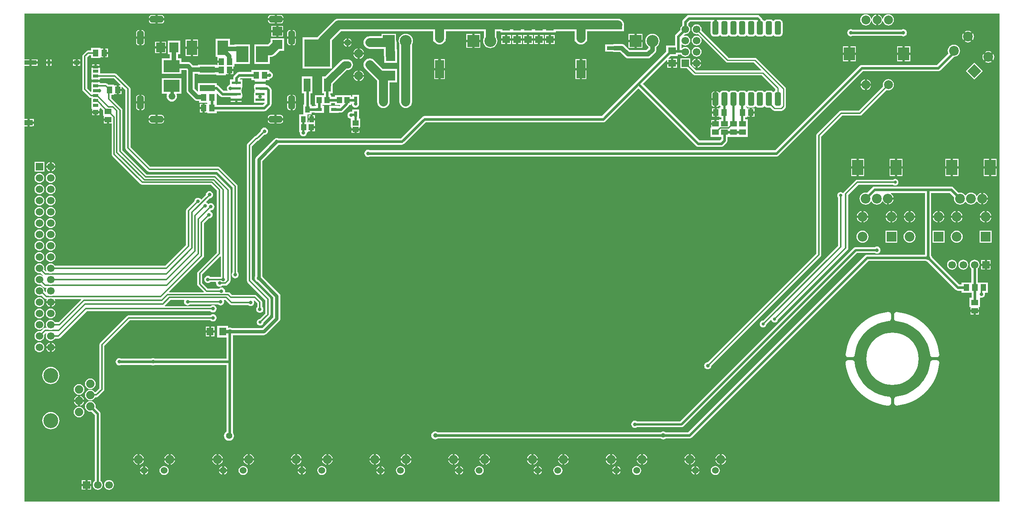
<source format=gtl>
G04*
G04 #@! TF.GenerationSoftware,Altium Limited,Altium Designer,21.5.1 (32)*
G04*
G04 Layer_Physical_Order=1*
G04 Layer_Color=255*
%FSLAX25Y25*%
%MOIN*%
G70*
G04*
G04 #@! TF.SameCoordinates,D9A27908-B339-4E15-AEEB-BE0A6D91D8F4*
G04*
G04*
G04 #@! TF.FilePolarity,Positive*
G04*
G01*
G75*
%ADD11C,0.01000*%
%ADD17C,0.07874*%
%ADD69R,0.05906X0.05118*%
%ADD70R,0.06299X0.07087*%
%ADD71R,0.08661X0.07874*%
%ADD72R,0.07087X0.06299*%
%ADD73R,0.05118X0.05906*%
%ADD74R,0.10630X0.14173*%
G04:AMPARAMS|DCode=75|XSize=118.11mil|YSize=55.12mil|CornerRadius=13.78mil|HoleSize=0mil|Usage=FLASHONLY|Rotation=270.000|XOffset=0mil|YOffset=0mil|HoleType=Round|Shape=RoundedRectangle|*
%AMROUNDEDRECTD75*
21,1,0.11811,0.02756,0,0,270.0*
21,1,0.09055,0.05512,0,0,270.0*
1,1,0.02756,-0.01378,-0.04528*
1,1,0.02756,-0.01378,0.04528*
1,1,0.02756,0.01378,0.04528*
1,1,0.02756,0.01378,-0.04528*
%
%ADD75ROUNDEDRECTD75*%
%ADD76R,0.07874X0.16142*%
%ADD77R,0.09488X0.12992*%
%ADD78R,0.07874X0.02362*%
%ADD79R,0.13386X0.05512*%
%ADD80R,0.14173X0.10630*%
%ADD81R,0.07874X0.08661*%
%ADD82R,0.09449X0.12992*%
%ADD83R,0.04724X0.05709*%
%ADD84R,0.03937X0.05512*%
%ADD85R,0.22835X0.24410*%
%ADD86R,0.06299X0.11811*%
%ADD87R,0.04724X0.02756*%
%ADD88R,0.04724X0.03937*%
%ADD89R,0.03150X0.03937*%
%ADD90R,0.11024X0.03937*%
%ADD91R,0.07480X0.05118*%
%ADD92R,0.13504X0.03347*%
%ADD93R,0.02953X0.04921*%
%ADD94R,0.04921X0.02953*%
%ADD95R,0.08465X0.08661*%
%ADD96R,0.05315X0.04528*%
%ADD97C,0.01181*%
%ADD98C,0.02362*%
%ADD99C,0.01968*%
%ADD100C,0.03150*%
%ADD101C,0.00906*%
%ADD102C,0.03937*%
%ADD103C,0.06299*%
%ADD104R,0.06693X0.06693*%
%ADD105C,0.06693*%
%ADD106C,0.13189*%
%ADD107C,0.07400*%
%ADD108C,0.05906*%
%ADD109C,0.07874*%
%ADD110R,0.08661X0.08661*%
%ADD111C,0.08661*%
%ADD112C,0.06000*%
%ADD113C,0.08000*%
%ADD114P,0.12249X4X180.0*%
%ADD115R,0.10630X0.10630*%
%ADD116C,0.10630*%
%ADD117R,0.09843X0.13780*%
%ADD118C,0.05965*%
%ADD119R,0.06693X0.06693*%
%ADD120R,0.09843X0.11811*%
%ADD121C,0.19685*%
G04:AMPARAMS|DCode=122|XSize=118.11mil|YSize=59.06mil|CornerRadius=14.76mil|HoleSize=0mil|Usage=FLASHONLY|Rotation=0.000|XOffset=0mil|YOffset=0mil|HoleType=Round|Shape=RoundedRectangle|*
%AMROUNDEDRECTD122*
21,1,0.11811,0.02953,0,0,0.0*
21,1,0.08858,0.05906,0,0,0.0*
1,1,0.02953,0.04429,-0.01476*
1,1,0.02953,-0.04429,-0.01476*
1,1,0.02953,-0.04429,0.01476*
1,1,0.02953,0.04429,0.01476*
%
%ADD122ROUNDEDRECTD122*%
G04:AMPARAMS|DCode=123|XSize=118.11mil|YSize=59.06mil|CornerRadius=14.76mil|HoleSize=0mil|Usage=FLASHONLY|Rotation=90.000|XOffset=0mil|YOffset=0mil|HoleType=Round|Shape=RoundedRectangle|*
%AMROUNDEDRECTD123*
21,1,0.11811,0.02953,0,0,90.0*
21,1,0.08858,0.05906,0,0,90.0*
1,1,0.02953,0.01476,0.04429*
1,1,0.02953,0.01476,-0.04429*
1,1,0.02953,-0.01476,-0.04429*
1,1,0.02953,-0.01476,0.04429*
%
%ADD123ROUNDEDRECTD123*%
%ADD124C,0.03937*%
%ADD125C,0.03150*%
%ADD126C,0.05512*%
%ADD127C,0.02756*%
%ADD128C,0.11811*%
G36*
X864937Y-433835D02*
X1204D01*
X1204Y-101279D01*
X3945D01*
Y-97933D01*
Y-94587D01*
X1204D01*
X1204Y-47539D01*
X5720D01*
Y-44783D01*
Y-42028D01*
X1204D01*
Y-1204D01*
X864936D01*
X864937Y-433835D01*
D02*
G37*
%LPC*%
G36*
X228248Y-2515D02*
X224803D01*
Y-5315D01*
X230556D01*
Y-4823D01*
X230381Y-3940D01*
X229880Y-3191D01*
X229131Y-2690D01*
X228248Y-2515D01*
D02*
G37*
G36*
X222835D02*
X219390D01*
X218507Y-2690D01*
X217758Y-3191D01*
X217257Y-3940D01*
X217082Y-4823D01*
Y-5315D01*
X222835D01*
Y-2515D01*
D02*
G37*
G36*
X122736D02*
X119291D01*
Y-5315D01*
X125044D01*
Y-4823D01*
X124869Y-3940D01*
X124368Y-3191D01*
X123619Y-2690D01*
X122736Y-2515D01*
D02*
G37*
G36*
X117323D02*
X113878D01*
X112995Y-2690D01*
X112246Y-3191D01*
X111746Y-3940D01*
X111570Y-4823D01*
Y-5315D01*
X117323D01*
Y-2515D01*
D02*
G37*
G36*
X766453Y-1964D02*
X765168Y-2133D01*
X763971Y-2629D01*
X762943Y-3418D01*
X762154Y-4446D01*
X761658Y-5643D01*
X761606Y-6042D01*
X761101D01*
X761056Y-5694D01*
X760579Y-4545D01*
X759822Y-3558D01*
X758835Y-2801D01*
X757686Y-2325D01*
X757437Y-2292D01*
Y-6928D01*
Y-11563D01*
X757686Y-11530D01*
X758835Y-11054D01*
X759822Y-10297D01*
X760579Y-9310D01*
X761056Y-8161D01*
X761101Y-7813D01*
X761606D01*
X761658Y-8212D01*
X762154Y-9409D01*
X762943Y-10437D01*
X763971Y-11226D01*
X765168Y-11722D01*
X766453Y-11891D01*
X767737Y-11722D01*
X768935Y-11226D01*
X769963Y-10437D01*
X770751Y-9409D01*
X771247Y-8212D01*
X771417Y-6928D01*
X771247Y-5643D01*
X770751Y-4446D01*
X769963Y-3418D01*
X768935Y-2629D01*
X767737Y-2133D01*
X766453Y-1964D01*
D02*
G37*
G36*
X230556Y-7283D02*
X224803D01*
Y-10084D01*
X228248D01*
X229131Y-9908D01*
X229880Y-9408D01*
X230381Y-8659D01*
X230556Y-7776D01*
Y-7283D01*
D02*
G37*
G36*
X222835D02*
X217082D01*
Y-7776D01*
X217257Y-8659D01*
X217758Y-9408D01*
X218507Y-9908D01*
X219390Y-10084D01*
X222835D01*
Y-7283D01*
D02*
G37*
G36*
X125044D02*
X119291D01*
Y-10084D01*
X122736D01*
X123619Y-9908D01*
X124368Y-9408D01*
X124869Y-8659D01*
X125044Y-7776D01*
Y-7283D01*
D02*
G37*
G36*
X117323D02*
X111570D01*
Y-7776D01*
X111746Y-8659D01*
X112246Y-9408D01*
X112995Y-9908D01*
X113878Y-10084D01*
X117323D01*
Y-7283D01*
D02*
G37*
G36*
X746453Y-1964D02*
X745168Y-2133D01*
X743971Y-2629D01*
X742943Y-3418D01*
X742154Y-4446D01*
X741658Y-5643D01*
X741489Y-6928D01*
X741658Y-8212D01*
X742154Y-9409D01*
X742943Y-10437D01*
X743971Y-11226D01*
X745168Y-11722D01*
X746453Y-11891D01*
X747738Y-11722D01*
X748935Y-11226D01*
X749963Y-10437D01*
X750751Y-9409D01*
X751247Y-8212D01*
X751300Y-7813D01*
X751804D01*
X751850Y-8161D01*
X752326Y-9310D01*
X753083Y-10297D01*
X754070Y-11054D01*
X755219Y-11530D01*
X755469Y-11563D01*
Y-6928D01*
Y-2292D01*
X755219Y-2325D01*
X754070Y-2801D01*
X753083Y-3558D01*
X752326Y-4545D01*
X751850Y-5694D01*
X751804Y-6042D01*
X751300D01*
X751247Y-5643D01*
X750751Y-4446D01*
X749963Y-3418D01*
X748935Y-2629D01*
X747738Y-2133D01*
X746453Y-1964D01*
D02*
G37*
G36*
X779681Y-15178D02*
X778859Y-15286D01*
X778161Y-15575D01*
X734744D01*
X734047Y-15286D01*
X733224Y-15178D01*
X732402Y-15286D01*
X731636Y-15604D01*
X730978Y-16108D01*
X730473Y-16766D01*
X730156Y-17533D01*
X730048Y-18355D01*
X730156Y-19177D01*
X730473Y-19943D01*
X730978Y-20601D01*
X731636Y-21106D01*
X732402Y-21423D01*
X733224Y-21531D01*
X734047Y-21423D01*
X734744Y-21134D01*
X778161D01*
X778859Y-21423D01*
X779681Y-21531D01*
X780503Y-21423D01*
X781270Y-21106D01*
X781927Y-20601D01*
X782432Y-19943D01*
X782750Y-19177D01*
X782858Y-18355D01*
X782750Y-17533D01*
X782432Y-16766D01*
X781927Y-16108D01*
X781270Y-15604D01*
X780503Y-15286D01*
X779681Y-15178D01*
D02*
G37*
G36*
X230315Y-12205D02*
X226181D01*
Y-15945D01*
X230315D01*
Y-12205D01*
D02*
G37*
G36*
X224213D02*
X220079D01*
Y-15945D01*
X224213D01*
Y-12205D01*
D02*
G37*
G36*
X526772Y-5858D02*
X279412D01*
X277973Y-6047D01*
X276632Y-6603D01*
X275481Y-7486D01*
X261044Y-21923D01*
X260647Y-22441D01*
X247638D01*
Y-50000D01*
X273622D01*
Y-25069D01*
X281714Y-16977D01*
X363338D01*
Y-23228D01*
X363386Y-23590D01*
Y-25984D01*
X364073D01*
X364083Y-26008D01*
X364967Y-27159D01*
X366118Y-28043D01*
X367459Y-28598D01*
X368898Y-28788D01*
X370337Y-28598D01*
X371677Y-28043D01*
X372829Y-27159D01*
X373712Y-26008D01*
X373722Y-25984D01*
X374410D01*
Y-23590D01*
X374457Y-23228D01*
Y-16977D01*
X408240D01*
Y-22628D01*
X407951Y-23168D01*
X407591Y-24356D01*
X407470Y-25591D01*
X407591Y-26825D01*
X407951Y-28013D01*
X408536Y-29107D01*
X409323Y-30066D01*
X410283Y-30854D01*
X411377Y-31438D01*
X412564Y-31799D01*
X413799Y-31920D01*
X415034Y-31799D01*
X416222Y-31438D01*
X417316Y-30854D01*
X418275Y-30066D01*
X419062Y-29107D01*
X419647Y-28013D01*
X420007Y-26825D01*
X420129Y-25591D01*
X420007Y-24356D01*
X419647Y-23168D01*
X419359Y-22628D01*
Y-16977D01*
X422891D01*
Y-17972D01*
X471836D01*
Y-16977D01*
X488535D01*
Y-23228D01*
X488583Y-23590D01*
Y-25984D01*
X489270D01*
X489280Y-26008D01*
X490163Y-27159D01*
X491315Y-28043D01*
X492656Y-28598D01*
X494095Y-28788D01*
X495533Y-28598D01*
X496874Y-28043D01*
X498026Y-27159D01*
X498909Y-26008D01*
X498919Y-25984D01*
X499606D01*
Y-23590D01*
X499654Y-23228D01*
Y-16977D01*
X515689D01*
Y-17028D01*
X532342D01*
Y-10531D01*
X532214D01*
X532142Y-9978D01*
X531586Y-8638D01*
X530703Y-7486D01*
X529551Y-6603D01*
X528210Y-6047D01*
X526772Y-5858D01*
D02*
G37*
G36*
X836980Y-16534D02*
X835643Y-16710D01*
X834398Y-17226D01*
X834117Y-17442D01*
X836980Y-20304D01*
X839842Y-17442D01*
X839561Y-17226D01*
X838316Y-16710D01*
X836980Y-16534D01*
D02*
G37*
G36*
X105413Y-15901D02*
X104921D01*
Y-21654D01*
X107721D01*
Y-18209D01*
X107546Y-17325D01*
X107045Y-16577D01*
X106297Y-16076D01*
X105413Y-15901D01*
D02*
G37*
G36*
X102953D02*
X102461D01*
X101577Y-16076D01*
X100829Y-16577D01*
X100328Y-17325D01*
X100153Y-18209D01*
Y-21654D01*
X102953D01*
Y-15901D01*
D02*
G37*
G36*
X230315Y-17913D02*
X226181D01*
Y-21654D01*
X230315D01*
Y-17913D01*
D02*
G37*
G36*
X224213D02*
X220079D01*
Y-21654D01*
X224213D01*
Y-17913D01*
D02*
G37*
G36*
X239272Y-15901D02*
X238779D01*
Y-21654D01*
X241580D01*
Y-18209D01*
X241404Y-17325D01*
X240904Y-16577D01*
X240155Y-16076D01*
X239272Y-15901D01*
D02*
G37*
G36*
X236811D02*
X236319D01*
X235436Y-16076D01*
X234687Y-16577D01*
X234187Y-17325D01*
X234011Y-18209D01*
Y-21654D01*
X236811D01*
Y-15901D01*
D02*
G37*
G36*
X650509Y-2732D02*
X589764D01*
X589044Y-2827D01*
X588374Y-3104D01*
X587798Y-3546D01*
X584611Y-6733D01*
X584169Y-7309D01*
X583892Y-7979D01*
X583797Y-8699D01*
Y-11950D01*
X583488Y-12187D01*
X582794Y-13092D01*
X582358Y-14145D01*
X582209Y-15276D01*
X582260Y-15662D01*
X578349Y-19572D01*
X577908Y-20148D01*
X577630Y-20818D01*
X577535Y-21537D01*
Y-29528D01*
X569685D01*
Y-35045D01*
X543447Y-61283D01*
X512628Y-92102D01*
X355512D01*
X354792Y-92197D01*
X354122Y-92475D01*
X353546Y-92916D01*
X334479Y-111984D01*
X226224D01*
X225527Y-111695D01*
X224705Y-111587D01*
X223883Y-111695D01*
X223116Y-112013D01*
X222458Y-112517D01*
X206612Y-128364D01*
X206107Y-129022D01*
X205790Y-129788D01*
X205681Y-130610D01*
Y-234080D01*
X205406Y-234744D01*
X205284Y-235669D01*
X205406Y-236594D01*
X205763Y-237456D01*
X206331Y-238196D01*
X207071Y-238764D01*
X207736Y-239040D01*
X221528Y-252832D01*
Y-270200D01*
X211834Y-279894D01*
X184818D01*
X184153Y-279619D01*
X183228Y-279497D01*
X182303Y-279619D01*
X181996Y-279746D01*
X181496Y-279412D01*
Y-277953D01*
X172047D01*
Y-288189D01*
X180222D01*
Y-307063D01*
X116665D01*
X115968Y-306774D01*
X115145Y-306666D01*
X114323Y-306774D01*
X113626Y-307063D01*
X86716D01*
X86019Y-306774D01*
X85197Y-306666D01*
X84375Y-306774D01*
X83609Y-307091D01*
X82951Y-307596D01*
X82446Y-308254D01*
X82128Y-309020D01*
X82020Y-309842D01*
X82128Y-310665D01*
X82446Y-311431D01*
X82951Y-312089D01*
X83609Y-312594D01*
X84375Y-312911D01*
X85197Y-313019D01*
X86019Y-312911D01*
X86716Y-312622D01*
X113626D01*
X114323Y-312911D01*
X115145Y-313019D01*
X115968Y-312911D01*
X116665Y-312622D01*
X180222D01*
Y-371674D01*
X179348Y-372344D01*
X178654Y-373249D01*
X178218Y-374303D01*
X178069Y-375433D01*
X178218Y-376564D01*
X178654Y-377617D01*
X179348Y-378522D01*
X180253Y-379216D01*
X181307Y-379652D01*
X182437Y-379801D01*
X183568Y-379652D01*
X184621Y-379216D01*
X185526Y-378522D01*
X186220Y-377617D01*
X186656Y-376564D01*
X186805Y-375433D01*
X186656Y-374303D01*
X186220Y-373249D01*
X185782Y-372678D01*
Y-309842D01*
Y-286248D01*
X213150D01*
X213972Y-286139D01*
X214738Y-285822D01*
X215396Y-285317D01*
X226951Y-273762D01*
X227456Y-273104D01*
X227773Y-272338D01*
X227882Y-271516D01*
Y-251516D01*
X227773Y-250693D01*
X227456Y-249927D01*
X226951Y-249269D01*
X212229Y-234547D01*
X212035Y-234080D01*
Y-131926D01*
X226418Y-117543D01*
X335630D01*
X336349Y-117449D01*
X337020Y-117171D01*
X337596Y-116729D01*
X356663Y-97662D01*
X513779D01*
X514499Y-97567D01*
X515169Y-97289D01*
X515745Y-96847D01*
X545079Y-67514D01*
X596066Y-118501D01*
X596642Y-118943D01*
X597312Y-119220D01*
X598032Y-119315D01*
X618504D01*
X619223Y-119220D01*
X619894Y-118943D01*
X620470Y-118501D01*
X623225Y-115745D01*
X623667Y-115169D01*
X623945Y-114499D01*
X624040Y-113779D01*
Y-110630D01*
X641929D01*
Y-103150D01*
Y-94882D01*
X639589D01*
Y-93504D01*
X641339D01*
Y-93217D01*
X641339Y-92716D01*
X641839Y-92716D01*
X643701D01*
Y-88976D01*
Y-85236D01*
X641339Y-85236D01*
X641339Y-84736D01*
Y-84449D01*
X640466D01*
X640296Y-83949D01*
X640492Y-83799D01*
X640695Y-83534D01*
X641195D01*
X641398Y-83799D01*
X642015Y-84272D01*
X642733Y-84570D01*
X643504Y-84671D01*
X646260D01*
X647031Y-84570D01*
X647749Y-84272D01*
X648366Y-83799D01*
X648569Y-83534D01*
X649069D01*
X649272Y-83799D01*
X649889Y-84272D01*
X650607Y-84570D01*
X651378Y-84671D01*
X654134D01*
X654905Y-84570D01*
X655623Y-84272D01*
X656240Y-83799D01*
X656443Y-83534D01*
X656943D01*
X657146Y-83799D01*
X657763Y-84272D01*
X658481Y-84570D01*
X659252Y-84671D01*
X661994D01*
X664252Y-86929D01*
X664938Y-87388D01*
X665748Y-87549D01*
X671654D01*
X672463Y-87388D01*
X673149Y-86929D01*
X675118Y-84960D01*
X675576Y-84274D01*
X675737Y-83465D01*
Y-68110D01*
X675576Y-67301D01*
X675118Y-66614D01*
X649650Y-41146D01*
X648964Y-40688D01*
X648154Y-40527D01*
X624820D01*
X600768Y-16475D01*
X600796Y-16406D01*
X600945Y-15276D01*
X600796Y-14145D01*
X600360Y-13092D01*
X599665Y-12187D01*
X598761Y-11493D01*
X597707Y-11056D01*
X596577Y-10908D01*
X595446Y-11056D01*
X594393Y-11493D01*
X593488Y-12187D01*
X592794Y-13092D01*
X592358Y-14145D01*
X592209Y-15276D01*
X592358Y-16406D01*
X592794Y-17460D01*
X593488Y-18364D01*
X594393Y-19058D01*
X595446Y-19495D01*
X596577Y-19644D01*
X597707Y-19495D01*
X597776Y-19466D01*
X622448Y-44138D01*
X623134Y-44597D01*
X623944Y-44758D01*
X647278D01*
X653880Y-51360D01*
X653688Y-51822D01*
X596114D01*
X590907Y-46615D01*
Y-40945D01*
X582246D01*
Y-49606D01*
X587916D01*
X593742Y-55433D01*
X594429Y-55891D01*
X595238Y-56053D01*
X654242D01*
X666389Y-68199D01*
Y-69757D01*
X666355Y-69761D01*
X665637Y-70059D01*
X665020Y-70532D01*
X664817Y-70797D01*
X664317D01*
X664114Y-70532D01*
X663497Y-70059D01*
X662779Y-69761D01*
X662008Y-69660D01*
X659252D01*
X658481Y-69761D01*
X657763Y-70059D01*
X657146Y-70532D01*
X656943Y-70797D01*
X656443D01*
X656240Y-70532D01*
X655623Y-70059D01*
X654905Y-69761D01*
X654134Y-69660D01*
X651378D01*
X650607Y-69761D01*
X649889Y-70059D01*
X649272Y-70532D01*
X649069Y-70797D01*
X648569D01*
X648366Y-70532D01*
X647749Y-70059D01*
X647031Y-69761D01*
X646260Y-69660D01*
X643504D01*
X642733Y-69761D01*
X642015Y-70059D01*
X641398Y-70532D01*
X641195Y-70797D01*
X640695D01*
X640492Y-70532D01*
X639875Y-70059D01*
X639157Y-69761D01*
X638386Y-69660D01*
X635630D01*
X634859Y-69761D01*
X634141Y-70059D01*
X633524Y-70532D01*
X633321Y-70797D01*
X632821D01*
X632618Y-70532D01*
X632001Y-70059D01*
X631283Y-69761D01*
X630512Y-69660D01*
X627756D01*
X626985Y-69761D01*
X626267Y-70059D01*
X625650Y-70532D01*
X625447Y-70797D01*
X624947D01*
X624744Y-70532D01*
X624127Y-70059D01*
X623409Y-69761D01*
X622638Y-69660D01*
X619882D01*
X619111Y-69761D01*
X618393Y-70059D01*
X617776Y-70532D01*
X617303Y-71149D01*
X617177Y-71452D01*
X616613Y-71508D01*
X616325Y-71077D01*
X615609Y-70598D01*
X614764Y-70430D01*
X614370D01*
Y-77165D01*
Y-83901D01*
X614764D01*
X615609Y-83733D01*
X616325Y-83254D01*
X616613Y-82823D01*
X617177Y-82879D01*
X617303Y-83182D01*
X617776Y-83799D01*
X617971Y-83949D01*
X617802Y-84449D01*
X616929D01*
Y-84736D01*
X616929Y-85236D01*
X616429Y-85236D01*
X614567D01*
Y-88976D01*
Y-92716D01*
X616929Y-92716D01*
X616929Y-93217D01*
Y-93504D01*
X618679D01*
Y-94882D01*
X616732D01*
Y-95669D01*
X614370D01*
Y-99016D01*
X613386D01*
Y-100000D01*
X609646D01*
Y-102362D01*
X609146Y-102362D01*
X608858D01*
Y-110630D01*
X618480D01*
Y-112628D01*
X617353Y-113756D01*
X599183D01*
X549010Y-63583D01*
X570011Y-42582D01*
X570472Y-42773D01*
Y-44291D01*
X573819D01*
Y-41339D01*
X571907D01*
X571716Y-40877D01*
X573616Y-38976D01*
X579921D01*
Y-37543D01*
X582858D01*
X583488Y-38364D01*
X584393Y-39058D01*
X585446Y-39495D01*
X586577Y-39644D01*
X587707Y-39495D01*
X588761Y-39058D01*
X589666Y-38364D01*
X590360Y-37460D01*
X590796Y-36406D01*
X590945Y-35276D01*
X590796Y-34145D01*
X590360Y-33092D01*
X589666Y-32187D01*
X588761Y-31493D01*
X587707Y-31056D01*
X586577Y-30907D01*
X585446Y-31056D01*
X584393Y-31493D01*
X583752Y-31984D01*
X583095D01*
Y-28607D01*
X583595Y-28446D01*
X584393Y-29058D01*
X585446Y-29495D01*
X586577Y-29644D01*
X587707Y-29495D01*
X588761Y-29058D01*
X589666Y-28364D01*
X590360Y-27460D01*
X590796Y-26406D01*
X590945Y-25276D01*
X590796Y-24145D01*
X590360Y-23092D01*
X589666Y-22187D01*
X588761Y-21493D01*
X587707Y-21056D01*
X586577Y-20908D01*
X585446Y-21056D01*
X585426Y-21065D01*
X585143Y-20641D01*
X586191Y-19593D01*
X586577Y-19644D01*
X587707Y-19495D01*
X588761Y-19058D01*
X589666Y-18364D01*
X590360Y-17460D01*
X590796Y-16406D01*
X590945Y-15276D01*
X590796Y-14145D01*
X590360Y-13092D01*
X589666Y-12187D01*
X589357Y-11950D01*
Y-9850D01*
X590915Y-8292D01*
X608923D01*
X609201Y-8707D01*
X609131Y-8875D01*
X609030Y-9646D01*
Y-18701D01*
X609131Y-19472D01*
X609429Y-20190D01*
X609902Y-20807D01*
X610519Y-21280D01*
X611237Y-21577D01*
X612008Y-21679D01*
X614764D01*
X615535Y-21577D01*
X616253Y-21280D01*
X616870Y-20807D01*
X617073Y-20542D01*
X617573D01*
X617776Y-20807D01*
X618393Y-21280D01*
X619111Y-21577D01*
X619882Y-21679D01*
X622638D01*
X623409Y-21577D01*
X624127Y-21280D01*
X624744Y-20807D01*
X624947Y-20542D01*
X625447D01*
X625650Y-20807D01*
X626267Y-21280D01*
X626985Y-21577D01*
X627756Y-21679D01*
X630512D01*
X631283Y-21577D01*
X632001Y-21280D01*
X632618Y-20807D01*
X632821Y-20542D01*
X633321D01*
X633524Y-20807D01*
X634141Y-21280D01*
X634859Y-21577D01*
X635630Y-21679D01*
X638386D01*
X639157Y-21577D01*
X639875Y-21280D01*
X640492Y-20807D01*
X640695Y-20542D01*
X641195D01*
X641398Y-20807D01*
X642015Y-21280D01*
X642733Y-21577D01*
X643504Y-21679D01*
X646260D01*
X647031Y-21577D01*
X647749Y-21280D01*
X648366Y-20807D01*
X648569Y-20542D01*
X649069D01*
X649272Y-20807D01*
X649889Y-21280D01*
X650607Y-21577D01*
X651378Y-21679D01*
X654134D01*
X654905Y-21577D01*
X655623Y-21280D01*
X656240Y-20807D01*
X656443Y-20542D01*
X656943D01*
X657146Y-20807D01*
X657763Y-21280D01*
X658481Y-21577D01*
X659252Y-21679D01*
X662008D01*
X662779Y-21577D01*
X663497Y-21280D01*
X664114Y-20807D01*
X664317Y-20542D01*
X664817D01*
X665020Y-20807D01*
X665637Y-21280D01*
X666355Y-21577D01*
X667126Y-21679D01*
X669882D01*
X670653Y-21577D01*
X671371Y-21280D01*
X671988Y-20807D01*
X672461Y-20190D01*
X672759Y-19472D01*
X672860Y-18701D01*
Y-9646D01*
X672759Y-8875D01*
X672461Y-8157D01*
X671988Y-7540D01*
X671371Y-7067D01*
X670653Y-6769D01*
X669882Y-6667D01*
X667126D01*
X666355Y-6769D01*
X665637Y-7067D01*
X665020Y-7540D01*
X664817Y-7805D01*
X664317D01*
X664114Y-7540D01*
X663497Y-7067D01*
X662779Y-6769D01*
X662008Y-6667D01*
X659252D01*
X658481Y-6769D01*
X657763Y-7067D01*
X657146Y-7540D01*
X656943Y-7805D01*
X656443D01*
X656240Y-7540D01*
X655623Y-7067D01*
X654905Y-6769D01*
X654651Y-6736D01*
X654578Y-6176D01*
X654300Y-5506D01*
X653858Y-4930D01*
X652474Y-3546D01*
X651899Y-3104D01*
X651228Y-2827D01*
X650509Y-2732D01*
D02*
G37*
G36*
X461372Y-20335D02*
X458025D01*
Y-23287D01*
X461372D01*
Y-20335D01*
D02*
G37*
G36*
X442017D02*
X438671D01*
Y-23287D01*
X442017D01*
Y-20335D01*
D02*
G37*
G36*
X456057D02*
X452710D01*
Y-23287D01*
X456057D01*
Y-20335D01*
D02*
G37*
G36*
X436702D02*
X433356D01*
Y-23287D01*
X436702D01*
Y-20335D01*
D02*
G37*
G36*
X471049D02*
X467702D01*
Y-23287D01*
X471049D01*
Y-20335D01*
D02*
G37*
G36*
X451694D02*
X448348D01*
Y-23287D01*
X451694D01*
Y-20335D01*
D02*
G37*
G36*
X432340D02*
X428994D01*
Y-23287D01*
X432340D01*
Y-20335D01*
D02*
G37*
G36*
X427025D02*
X423679D01*
Y-23287D01*
X427025D01*
Y-20335D01*
D02*
G37*
G36*
X446380D02*
X443033D01*
Y-23287D01*
X446380D01*
Y-20335D01*
D02*
G37*
G36*
X465734D02*
X462387D01*
Y-23287D01*
X465734D01*
Y-20335D01*
D02*
G37*
G36*
X832725Y-18834D02*
X832509Y-19115D01*
X831993Y-20360D01*
X831817Y-21696D01*
X831993Y-23032D01*
X832509Y-24277D01*
X832725Y-24559D01*
X835588Y-21696D01*
X832725Y-18834D01*
D02*
G37*
G36*
X841234Y-18834D02*
X838371Y-21696D01*
X841234Y-24559D01*
X841450Y-24277D01*
X841966Y-23032D01*
X842142Y-21696D01*
X841966Y-20360D01*
X841450Y-19115D01*
X841234Y-18834D01*
D02*
G37*
G36*
X548602Y-19488D02*
X543484D01*
Y-24606D01*
X548602D01*
Y-19488D01*
D02*
G37*
G36*
X541516D02*
X536398D01*
Y-24606D01*
X541516D01*
Y-19488D01*
D02*
G37*
G36*
X404902D02*
X399783D01*
Y-24606D01*
X404902D01*
Y-19488D01*
D02*
G37*
G36*
X397815D02*
X392697D01*
Y-24606D01*
X397815D01*
Y-19488D01*
D02*
G37*
G36*
X288425Y-23328D02*
Y-25984D01*
X291082D01*
X290708Y-25082D01*
X290108Y-24301D01*
X289327Y-23701D01*
X288425Y-23328D01*
D02*
G37*
G36*
X286457Y-23328D02*
X285555Y-23701D01*
X284773Y-24301D01*
X284174Y-25082D01*
X283800Y-25984D01*
X286457D01*
Y-23328D01*
D02*
G37*
G36*
X836980Y-23088D02*
X834117Y-25951D01*
X834398Y-26167D01*
X835643Y-26683D01*
X836980Y-26858D01*
X838316Y-26683D01*
X839561Y-26167D01*
X839842Y-25951D01*
X836980Y-23088D01*
D02*
G37*
G36*
X471049Y-25256D02*
X467702D01*
Y-28209D01*
X471049D01*
Y-25256D01*
D02*
G37*
G36*
X465734D02*
X462387D01*
Y-28209D01*
X465734D01*
Y-25256D01*
D02*
G37*
G36*
X461372Y-25256D02*
X458025D01*
Y-28209D01*
X461372D01*
Y-25256D01*
D02*
G37*
G36*
X456057D02*
X452710D01*
Y-28209D01*
X456057D01*
Y-25256D01*
D02*
G37*
G36*
X451694Y-25256D02*
X448348D01*
Y-28209D01*
X451694D01*
Y-25256D01*
D02*
G37*
G36*
X446380D02*
X443033D01*
Y-28209D01*
X446380D01*
Y-25256D01*
D02*
G37*
G36*
X442017Y-25256D02*
X438671D01*
Y-28209D01*
X442017D01*
Y-25256D01*
D02*
G37*
G36*
X436702D02*
X433356D01*
Y-28209D01*
X436702D01*
Y-25256D01*
D02*
G37*
G36*
X432340Y-25256D02*
X428994D01*
Y-28209D01*
X432340D01*
Y-25256D01*
D02*
G37*
G36*
X427025D02*
X423679D01*
Y-28209D01*
X427025D01*
Y-25256D01*
D02*
G37*
G36*
X241580Y-23622D02*
X238779D01*
Y-29375D01*
X239272D01*
X240155Y-29199D01*
X240904Y-28699D01*
X241404Y-27950D01*
X241580Y-27067D01*
Y-23622D01*
D02*
G37*
G36*
X236811D02*
X234011D01*
Y-27067D01*
X234187Y-27950D01*
X234687Y-28699D01*
X235436Y-29199D01*
X236319Y-29375D01*
X236811D01*
Y-23622D01*
D02*
G37*
G36*
X107721Y-23622D02*
X104921D01*
Y-29375D01*
X105413D01*
X106297Y-29199D01*
X107045Y-28699D01*
X107546Y-27950D01*
X107721Y-27067D01*
Y-23622D01*
D02*
G37*
G36*
X102953D02*
X100153D01*
Y-27067D01*
X100328Y-27950D01*
X100829Y-28699D01*
X101577Y-29199D01*
X102461Y-29375D01*
X102953D01*
Y-23622D01*
D02*
G37*
G36*
X596577Y-20908D02*
X595446Y-21056D01*
X594393Y-21493D01*
X593488Y-22187D01*
X592794Y-23092D01*
X592358Y-24145D01*
X592209Y-25276D01*
X592358Y-26406D01*
X592794Y-27460D01*
X593488Y-28364D01*
X594393Y-29058D01*
X595446Y-29495D01*
X596577Y-29644D01*
X597707Y-29495D01*
X598761Y-29058D01*
X599665Y-28364D01*
X600360Y-27460D01*
X600796Y-26406D01*
X600945Y-25276D01*
X600796Y-24145D01*
X600360Y-23092D01*
X599665Y-22187D01*
X598761Y-21493D01*
X597707Y-21056D01*
X596577Y-20908D01*
D02*
G37*
G36*
X126532Y-26229D02*
X122791D01*
Y-30363D01*
X126532D01*
Y-26229D01*
D02*
G37*
G36*
X120823D02*
X117083D01*
Y-30363D01*
X120823D01*
Y-26229D01*
D02*
G37*
G36*
X291082Y-27953D02*
X288425D01*
Y-30609D01*
X289327Y-30235D01*
X290108Y-29636D01*
X290708Y-28855D01*
X291082Y-27953D01*
D02*
G37*
G36*
X286457D02*
X283800D01*
X284174Y-28855D01*
X284773Y-29636D01*
X285555Y-30235D01*
X286457Y-30609D01*
Y-27953D01*
D02*
G37*
G36*
X154976Y-24457D02*
X150449D01*
Y-30756D01*
X154976D01*
Y-24457D01*
D02*
G37*
G36*
X148480D02*
X143953D01*
Y-30756D01*
X148480D01*
Y-24457D01*
D02*
G37*
G36*
X548602Y-26575D02*
X543484D01*
Y-31693D01*
X548602D01*
Y-26575D01*
D02*
G37*
G36*
X541516D02*
X536398D01*
Y-31693D01*
X541516D01*
Y-26575D01*
D02*
G37*
G36*
X404902D02*
X399783D01*
Y-31693D01*
X404902D01*
Y-26575D01*
D02*
G37*
G36*
X397815D02*
X392697D01*
Y-31693D01*
X397815D01*
Y-26575D01*
D02*
G37*
G36*
X557500Y-19261D02*
X556265Y-19383D01*
X555078Y-19743D01*
X553983Y-20328D01*
X553024Y-21115D01*
X552237Y-22074D01*
X551652Y-23168D01*
X551292Y-24356D01*
X551170Y-25591D01*
X551292Y-26825D01*
X551652Y-28013D01*
X552237Y-29107D01*
X553024Y-30066D01*
X553856Y-30749D01*
Y-32034D01*
X552063Y-33828D01*
X537307D01*
X532842Y-29363D01*
X532342Y-28979D01*
Y-28642D01*
X531733D01*
X531240Y-28438D01*
X530315Y-28316D01*
X524016D01*
X523091Y-28438D01*
X522598Y-28642D01*
X515689D01*
Y-35138D01*
X522598D01*
X523091Y-35342D01*
X524016Y-35464D01*
X528835D01*
X533300Y-39929D01*
X534040Y-40497D01*
X534902Y-40854D01*
X535827Y-40975D01*
X553543D01*
X554468Y-40854D01*
X555330Y-40497D01*
X556070Y-39929D01*
X559957Y-36042D01*
X559957Y-36042D01*
X560525Y-35302D01*
X560882Y-34440D01*
X561004Y-33515D01*
X561004Y-33515D01*
Y-30860D01*
X561017Y-30854D01*
X561976Y-30066D01*
X562763Y-29107D01*
X563348Y-28013D01*
X563708Y-26825D01*
X563830Y-25591D01*
X563708Y-24356D01*
X563348Y-23168D01*
X562763Y-22074D01*
X561976Y-21115D01*
X561017Y-20328D01*
X559922Y-19743D01*
X558735Y-19383D01*
X557500Y-19261D01*
D02*
G37*
G36*
X72835Y-32480D02*
Y-35236D01*
X75197D01*
Y-32480D01*
X72835D01*
D02*
G37*
G36*
X298268Y-32175D02*
Y-35827D01*
X301919D01*
X301886Y-35578D01*
X301410Y-34428D01*
X300653Y-33441D01*
X299666Y-32684D01*
X298517Y-32208D01*
X298268Y-32175D01*
D02*
G37*
G36*
X296299D02*
X296050Y-32208D01*
X294901Y-32684D01*
X293914Y-33441D01*
X293157Y-34428D01*
X292681Y-35578D01*
X292648Y-35827D01*
X296299D01*
Y-32175D01*
D02*
G37*
G36*
X785783Y-30235D02*
X781059D01*
Y-35943D01*
X785783D01*
Y-30235D01*
D02*
G37*
G36*
X779090D02*
X774366D01*
Y-35943D01*
X779090D01*
Y-30235D01*
D02*
G37*
G36*
X737752D02*
X733028D01*
Y-35943D01*
X737752D01*
Y-30235D01*
D02*
G37*
G36*
X731059D02*
X726335D01*
Y-35943D01*
X731059D01*
Y-30235D01*
D02*
G37*
G36*
X126532Y-32331D02*
X122791D01*
Y-36465D01*
X126532D01*
Y-32331D01*
D02*
G37*
G36*
X120823D02*
X117083D01*
Y-36465D01*
X120823D01*
Y-32331D01*
D02*
G37*
G36*
X855075Y-34630D02*
X853739Y-34806D01*
X852494Y-35321D01*
X852213Y-35537D01*
X855075Y-38400D01*
X857938Y-35537D01*
X857657Y-35321D01*
X856411Y-34806D01*
X855075Y-34630D01*
D02*
G37*
G36*
X154976Y-32725D02*
X150449D01*
Y-39024D01*
X154976D01*
Y-32725D01*
D02*
G37*
G36*
X148480D02*
X143953D01*
Y-39024D01*
X148480D01*
Y-32725D01*
D02*
G37*
G36*
X596577Y-30907D02*
X595446Y-31056D01*
X594393Y-31493D01*
X593488Y-32187D01*
X592794Y-33092D01*
X592358Y-34145D01*
X592209Y-35276D01*
X592358Y-36406D01*
X592794Y-37460D01*
X593488Y-38364D01*
X594393Y-39058D01*
X595446Y-39495D01*
X596577Y-39644D01*
X597707Y-39495D01*
X598761Y-39058D01*
X599665Y-38364D01*
X600360Y-37460D01*
X600796Y-36406D01*
X600945Y-35276D01*
X600796Y-34145D01*
X600360Y-33092D01*
X599665Y-32187D01*
X598761Y-31493D01*
X597707Y-31056D01*
X596577Y-30907D01*
D02*
G37*
G36*
X75197Y-37205D02*
X72835D01*
Y-39961D01*
X75197D01*
Y-37205D01*
D02*
G37*
G36*
X68504Y-31693D02*
X60236D01*
Y-34013D01*
X57677D01*
X56832Y-34181D01*
X56116Y-34659D01*
X53163Y-37612D01*
X52685Y-38328D01*
X52517Y-39173D01*
Y-68504D01*
X52685Y-69349D01*
X53163Y-70065D01*
X58577Y-75479D01*
X59293Y-75957D01*
X60138Y-76125D01*
X60441D01*
Y-81201D01*
Y-85532D01*
X60972D01*
X61228Y-85925D01*
X61228Y-86032D01*
Y-87697D01*
X67528D01*
Y-86032D01*
X67528Y-85925D01*
X67784Y-85532D01*
X68315D01*
Y-85122D01*
X68777Y-84931D01*
X70827Y-86980D01*
Y-92126D01*
X71114D01*
X71614Y-92126D01*
Y-94488D01*
X75354D01*
Y-95472D01*
X76339D01*
Y-98819D01*
X78501D01*
Y-125984D01*
X78669Y-126829D01*
X79147Y-127545D01*
X103951Y-152348D01*
X104667Y-152827D01*
X105512Y-152995D01*
X166408D01*
X171572Y-158159D01*
Y-213259D01*
X154896Y-229935D01*
X154417Y-230651D01*
X154249Y-231496D01*
Y-240945D01*
X154417Y-241790D01*
X154896Y-242506D01*
X160114Y-247724D01*
X159922Y-248186D01*
X129605D01*
X129414Y-247724D01*
X159632Y-217506D01*
X160111Y-216790D01*
X160279Y-215945D01*
Y-187096D01*
X164676Y-182698D01*
X164724Y-182704D01*
X165547Y-182596D01*
X166313Y-182279D01*
X166971Y-181774D01*
X167476Y-181116D01*
X167793Y-180350D01*
X167901Y-179528D01*
X167793Y-178705D01*
X167476Y-177939D01*
X166971Y-177281D01*
X166313Y-176776D01*
X165945Y-176624D01*
X165828Y-176034D01*
X166251Y-175611D01*
X166299Y-175618D01*
X167121Y-175510D01*
X167888Y-175192D01*
X168545Y-174687D01*
X169050Y-174029D01*
X169368Y-173263D01*
X169476Y-172441D01*
X169368Y-171619D01*
X169050Y-170853D01*
X168545Y-170195D01*
X167888Y-169690D01*
X167121Y-169372D01*
X166299Y-169264D01*
X165477Y-169372D01*
X164711Y-169690D01*
X164413Y-169919D01*
X163943Y-170062D01*
X163754Y-169834D01*
X163427Y-169407D01*
X162769Y-168902D01*
X162291Y-168704D01*
X162164Y-168123D01*
X165327Y-164960D01*
X165940Y-164880D01*
X166707Y-164562D01*
X167364Y-164057D01*
X167869Y-163399D01*
X168187Y-162633D01*
X168295Y-161811D01*
X168187Y-160989D01*
X167869Y-160223D01*
X167364Y-159565D01*
X166707Y-159060D01*
X165940Y-158742D01*
X165118Y-158634D01*
X164296Y-158742D01*
X163530Y-159060D01*
X162872Y-159565D01*
X162367Y-160223D01*
X162050Y-160989D01*
X161941Y-161811D01*
X161975Y-162068D01*
X158070Y-165973D01*
X157448Y-165887D01*
X157128Y-165470D01*
X156470Y-164965D01*
X155704Y-164648D01*
X154882Y-164540D01*
X154060Y-164648D01*
X153294Y-164965D01*
X152636Y-165470D01*
X152131Y-166128D01*
X151813Y-166894D01*
X151705Y-167717D01*
X151711Y-167765D01*
X144994Y-174482D01*
X144515Y-175198D01*
X144347Y-176043D01*
Y-206369D01*
X125924Y-224792D01*
X28265D01*
X27589Y-223911D01*
X26684Y-223217D01*
X25631Y-222781D01*
X24500Y-222632D01*
X23370Y-222781D01*
X22316Y-223217D01*
X21411Y-223911D01*
X20717Y-224816D01*
X20281Y-225869D01*
X20132Y-227000D01*
X20281Y-228131D01*
X20640Y-228997D01*
X20449Y-229457D01*
X20364Y-229544D01*
X20193Y-229570D01*
X18723Y-228101D01*
X18868Y-227000D01*
X18719Y-225869D01*
X18283Y-224816D01*
X17589Y-223911D01*
X16684Y-223217D01*
X15631Y-222781D01*
X14500Y-222632D01*
X13370Y-222781D01*
X12316Y-223217D01*
X11411Y-223911D01*
X10717Y-224816D01*
X10281Y-225869D01*
X10132Y-227000D01*
X10281Y-228131D01*
X10717Y-229184D01*
X11411Y-230089D01*
X12316Y-230783D01*
X13370Y-231219D01*
X14500Y-231368D01*
X15601Y-231223D01*
X17600Y-233223D01*
X17672Y-233761D01*
X17649Y-233787D01*
X17235Y-233640D01*
X16684Y-233217D01*
X15631Y-232781D01*
X14500Y-232632D01*
X13370Y-232781D01*
X12316Y-233217D01*
X11411Y-233911D01*
X10717Y-234816D01*
X10281Y-235870D01*
X10132Y-237000D01*
X10281Y-238130D01*
X10717Y-239184D01*
X11411Y-240089D01*
X12316Y-240783D01*
X13370Y-241219D01*
X14500Y-241368D01*
X15601Y-241223D01*
X17913Y-243535D01*
X18629Y-244014D01*
X19474Y-244182D01*
X20639D01*
X20860Y-244630D01*
X20717Y-244816D01*
X20281Y-245869D01*
X20132Y-247000D01*
X20253Y-247920D01*
X19779Y-248153D01*
X18840Y-247214D01*
X18868Y-247000D01*
X18719Y-245869D01*
X18283Y-244816D01*
X17589Y-243911D01*
X16684Y-243217D01*
X15631Y-242781D01*
X14500Y-242632D01*
X13370Y-242781D01*
X12316Y-243217D01*
X11411Y-243911D01*
X10717Y-244816D01*
X10281Y-245869D01*
X10132Y-247000D01*
X10281Y-248130D01*
X10717Y-249184D01*
X11411Y-250089D01*
X12316Y-250783D01*
X13370Y-251219D01*
X14500Y-251368D01*
X15631Y-251219D01*
X16317Y-250935D01*
X19012Y-253630D01*
X19728Y-254108D01*
X20573Y-254276D01*
X20814D01*
X21035Y-254725D01*
X20889Y-254915D01*
X20473Y-255921D01*
X20460Y-256016D01*
X28540D01*
X28527Y-255921D01*
X28111Y-254915D01*
X27944Y-254697D01*
X28165Y-254249D01*
X51326D01*
X51517Y-254711D01*
X31436Y-274792D01*
X28265D01*
X27589Y-273911D01*
X26684Y-273217D01*
X25631Y-272781D01*
X24500Y-272632D01*
X23370Y-272781D01*
X22316Y-273217D01*
X21411Y-273911D01*
X20717Y-274816D01*
X20281Y-275869D01*
X20132Y-277000D01*
X20281Y-278131D01*
X20717Y-279184D01*
X20838Y-279341D01*
X20617Y-279790D01*
X19502D01*
X18658Y-279958D01*
X17941Y-280436D01*
X17917Y-280416D01*
X17696Y-280227D01*
X17589Y-280089D01*
X17855Y-279742D01*
X18283Y-279184D01*
X18719Y-278131D01*
X18868Y-277000D01*
X18719Y-275869D01*
X18283Y-274816D01*
X17589Y-273911D01*
X16684Y-273217D01*
X15631Y-272781D01*
X14500Y-272632D01*
X13370Y-272781D01*
X12316Y-273217D01*
X11411Y-273911D01*
X10717Y-274816D01*
X10281Y-275869D01*
X10132Y-277000D01*
X10281Y-278131D01*
X10717Y-279184D01*
X11411Y-280089D01*
X12316Y-280783D01*
X13370Y-281219D01*
X14500Y-281368D01*
X15631Y-281219D01*
X16684Y-280783D01*
X17244Y-280353D01*
X17679Y-280247D01*
X17702Y-280273D01*
X17642Y-280736D01*
X15601Y-282777D01*
X14500Y-282632D01*
X13370Y-282781D01*
X12316Y-283217D01*
X11411Y-283911D01*
X10717Y-284816D01*
X10281Y-285870D01*
X10132Y-287000D01*
X10281Y-288130D01*
X10717Y-289184D01*
X11411Y-290089D01*
X12316Y-290783D01*
X13370Y-291219D01*
X14500Y-291368D01*
X15631Y-291219D01*
X16684Y-290783D01*
X17589Y-290089D01*
X18283Y-289184D01*
X18719Y-288130D01*
X18868Y-287000D01*
X18723Y-285899D01*
X20180Y-284442D01*
X20354Y-284468D01*
X20433Y-284544D01*
X20634Y-285016D01*
X20281Y-285870D01*
X20132Y-287000D01*
X20281Y-288130D01*
X20717Y-289184D01*
X21411Y-290089D01*
X22316Y-290783D01*
X23370Y-291219D01*
X24500Y-291368D01*
X25631Y-291219D01*
X26684Y-290783D01*
X27589Y-290089D01*
X28265Y-289208D01*
X31405D01*
X32250Y-289040D01*
X32967Y-288561D01*
X56525Y-265003D01*
X166031D01*
X166061Y-265042D01*
X166719Y-265546D01*
X167485Y-265864D01*
X168307Y-265972D01*
X169129Y-265864D01*
X169896Y-265546D01*
X170553Y-265042D01*
X171058Y-264384D01*
X171376Y-263617D01*
X171484Y-262795D01*
X171376Y-261973D01*
X171058Y-261207D01*
X170553Y-260549D01*
X169896Y-260044D01*
X169129Y-259727D01*
X168307Y-259618D01*
X167485Y-259727D01*
X166719Y-260044D01*
X166061Y-260549D01*
X166031Y-260588D01*
X125667D01*
X125476Y-260087D01*
X130599Y-254964D01*
X142593D01*
X142927Y-255464D01*
X142758Y-255871D01*
X142650Y-256693D01*
X142758Y-257515D01*
X143076Y-258281D01*
X143580Y-258939D01*
X144238Y-259444D01*
X145005Y-259761D01*
X145827Y-259870D01*
X146649Y-259761D01*
X147415Y-259444D01*
X148073Y-258939D01*
X148103Y-258901D01*
X172685D01*
X172714Y-258939D01*
X173372Y-259444D01*
X174138Y-259761D01*
X174961Y-259870D01*
X175783Y-259761D01*
X176549Y-259444D01*
X177207Y-258939D01*
X177712Y-258281D01*
X178029Y-257515D01*
X178137Y-256693D01*
X178029Y-255871D01*
X177861Y-255464D01*
X178195Y-254964D01*
X179164D01*
X183084Y-258884D01*
X183801Y-259363D01*
X184646Y-259531D01*
X199299D01*
X199328Y-259569D01*
X199986Y-260074D01*
X200753Y-260391D01*
X201575Y-260500D01*
X202397Y-260391D01*
X203163Y-260074D01*
X203821Y-259569D01*
X204326Y-258911D01*
X204643Y-258145D01*
X204752Y-257323D01*
X204643Y-256501D01*
X204364Y-255826D01*
X204466Y-255506D01*
X204606Y-255278D01*
X204666Y-255268D01*
X207477Y-258080D01*
Y-261031D01*
X207439Y-261061D01*
X206934Y-261719D01*
X206616Y-262485D01*
X206508Y-263307D01*
X206616Y-264129D01*
X206934Y-264896D01*
X207439Y-265553D01*
X208097Y-266058D01*
X208863Y-266376D01*
X209685Y-266484D01*
X210507Y-266376D01*
X211273Y-266058D01*
X211931Y-265553D01*
X212436Y-264896D01*
X212754Y-264129D01*
X212862Y-263307D01*
X212754Y-262485D01*
X212436Y-261719D01*
X211931Y-261061D01*
X211893Y-261031D01*
Y-257165D01*
X211725Y-256321D01*
X211246Y-255604D01*
X206837Y-251195D01*
X206120Y-250716D01*
X205276Y-250548D01*
X184930D01*
X183215Y-248833D01*
X182498Y-248354D01*
X181653Y-248186D01*
X179281D01*
X178867Y-247686D01*
X178925Y-247244D01*
X178817Y-246422D01*
X178499Y-245656D01*
X177994Y-244998D01*
X177336Y-244493D01*
X176570Y-244176D01*
X175748Y-244067D01*
X174926Y-244176D01*
X174160Y-244493D01*
X173502Y-244998D01*
X173472Y-245036D01*
X163670D01*
X158665Y-240030D01*
Y-232411D01*
X174653Y-216422D01*
X175115Y-216613D01*
Y-234732D01*
X175090Y-234751D01*
X165995D01*
X165927Y-234663D01*
X165269Y-234158D01*
X164503Y-233841D01*
X163681Y-233733D01*
X162859Y-233841D01*
X162093Y-234158D01*
X161435Y-234663D01*
X160930Y-235321D01*
X160613Y-236087D01*
X160504Y-236910D01*
X160613Y-237732D01*
X160930Y-238498D01*
X161435Y-239156D01*
X162093Y-239661D01*
X162859Y-239978D01*
X163681Y-240086D01*
X164503Y-239978D01*
X165269Y-239661D01*
X165913Y-239166D01*
X170669D01*
X171061Y-239666D01*
X170996Y-240158D01*
X171105Y-240980D01*
X171422Y-241746D01*
X171927Y-242404D01*
X172585Y-242909D01*
X173351Y-243226D01*
X174173Y-243334D01*
X174995Y-243226D01*
X175762Y-242909D01*
X176420Y-242404D01*
X176449Y-242365D01*
X179291D01*
X180136Y-242197D01*
X180852Y-241719D01*
X183215Y-239356D01*
X183693Y-238640D01*
X183861Y-237795D01*
Y-157638D01*
X183693Y-156793D01*
X183215Y-156077D01*
X171640Y-144502D01*
X170924Y-144023D01*
X170079Y-143855D01*
X109576D01*
X88034Y-122314D01*
Y-87008D01*
X87866Y-86163D01*
X87388Y-85447D01*
X78192Y-76251D01*
Y-73425D01*
X80709D01*
Y-73138D01*
X80709Y-72638D01*
X83071D01*
Y-68898D01*
Y-65158D01*
X80709D01*
X80709Y-64657D01*
Y-64370D01*
X75563D01*
X74888Y-63695D01*
X74172Y-63216D01*
X73327Y-63048D01*
X68315D01*
Y-62303D01*
X67528D01*
Y-61909D01*
X61228D01*
Y-62303D01*
X60441D01*
Y-68209D01*
Y-70391D01*
X59941Y-70598D01*
X56932Y-67589D01*
Y-40088D01*
X58592Y-38428D01*
X60236D01*
Y-40748D01*
X68504D01*
Y-40461D01*
X68504Y-39961D01*
X69004Y-39961D01*
X70866D01*
Y-36220D01*
Y-32480D01*
X68504Y-32480D01*
X68504Y-31980D01*
Y-31693D01*
D02*
G37*
G36*
X296299Y-37795D02*
X292648D01*
X292681Y-38044D01*
X293157Y-39194D01*
X293914Y-40181D01*
X294901Y-40938D01*
X296050Y-41414D01*
X296299Y-41447D01*
Y-37795D01*
D02*
G37*
G36*
X301919D02*
X298268D01*
Y-41447D01*
X298517Y-41414D01*
X299666Y-40938D01*
X300653Y-40181D01*
X301410Y-39194D01*
X301886Y-38044D01*
X301919Y-37795D01*
D02*
G37*
G36*
X859330Y-36929D02*
X856467Y-39792D01*
X859330Y-42655D01*
X859546Y-42373D01*
X860062Y-41128D01*
X860238Y-39792D01*
X860062Y-38456D01*
X859546Y-37211D01*
X859330Y-36929D01*
D02*
G37*
G36*
X850821Y-36929D02*
X850605Y-37211D01*
X850089Y-38456D01*
X849913Y-39792D01*
X850089Y-41128D01*
X850605Y-42373D01*
X850821Y-42655D01*
X853683Y-39792D01*
X850821Y-36929D01*
D02*
G37*
G36*
X785783Y-37912D02*
X781059D01*
Y-43620D01*
X785783D01*
Y-37912D01*
D02*
G37*
G36*
X779090D02*
X774366D01*
Y-43620D01*
X779090D01*
Y-37912D01*
D02*
G37*
G36*
X737752D02*
X733028D01*
Y-43620D01*
X737752D01*
Y-37912D01*
D02*
G37*
G36*
X731059D02*
X726335D01*
Y-43620D01*
X731059D01*
Y-37912D01*
D02*
G37*
G36*
X25405Y-42028D02*
X24028D01*
Y-43799D01*
X25405D01*
Y-42028D01*
D02*
G37*
G36*
X50598D02*
X48433D01*
Y-43799D01*
X50598D01*
Y-42028D01*
D02*
G37*
G36*
X46465D02*
X44299D01*
Y-43799D01*
X46465D01*
Y-42028D01*
D02*
G37*
G36*
X13004D02*
X7689D01*
Y-43799D01*
X13004D01*
Y-42028D01*
D02*
G37*
G36*
X22059D02*
X20681D01*
Y-43799D01*
X22059D01*
Y-42028D01*
D02*
G37*
G36*
X597561Y-41236D02*
Y-44291D01*
X600617D01*
X600604Y-44196D01*
X600188Y-43191D01*
X599525Y-42327D01*
X598662Y-41665D01*
X597656Y-41248D01*
X597561Y-41236D01*
D02*
G37*
G36*
X595593D02*
X595498Y-41248D01*
X594492Y-41665D01*
X593629Y-42327D01*
X592966Y-43191D01*
X592549Y-44196D01*
X592537Y-44291D01*
X595593D01*
Y-41236D01*
D02*
G37*
G36*
X579134Y-41339D02*
X575787D01*
Y-44291D01*
X579134D01*
Y-41339D01*
D02*
G37*
G36*
X330276Y-19291D02*
X317677D01*
Y-21409D01*
X307126D01*
X305687Y-21599D01*
X304346Y-22154D01*
X303195Y-23037D01*
X302311Y-24189D01*
X301756Y-25530D01*
X301567Y-26969D01*
X301756Y-28407D01*
X302311Y-29748D01*
X303195Y-30900D01*
X304346Y-31783D01*
X305687Y-32338D01*
X307126Y-32528D01*
X319736D01*
Y-38681D01*
X319783Y-39042D01*
Y-44882D01*
X331398D01*
Y-33071D01*
X330855D01*
Y-26909D01*
X330665Y-25471D01*
X330276Y-24530D01*
Y-19291D01*
D02*
G37*
G36*
X855075Y-41184D02*
X852213Y-44047D01*
X852494Y-44263D01*
X853739Y-44778D01*
X855075Y-44954D01*
X856411Y-44778D01*
X857657Y-44263D01*
X857938Y-44047D01*
X855075Y-41184D01*
D02*
G37*
G36*
X225197Y-23181D02*
X224803D01*
X224442Y-23228D01*
X219291D01*
Y-26390D01*
X216989Y-28693D01*
X213028D01*
X212666Y-28740D01*
X204760D01*
Y-46063D01*
X218539D01*
Y-39811D01*
X219291D01*
X220730Y-39622D01*
X222071Y-39066D01*
X223222Y-38183D01*
X227153Y-34252D01*
X231102D01*
Y-23228D01*
X225558D01*
X225197Y-23181D01*
D02*
G37*
G36*
X183126Y-23670D02*
X170528D01*
Y-39811D01*
X171945D01*
X172202Y-40205D01*
Y-42961D01*
X175548D01*
Y-44930D01*
X172202D01*
Y-46898D01*
X171555D01*
Y-46752D01*
X155020D01*
Y-47509D01*
X150745D01*
X148646Y-45410D01*
X147906Y-44842D01*
X147044Y-44485D01*
X146119Y-44363D01*
X140311D01*
Y-41048D01*
X137192D01*
Y-37252D01*
X139130D01*
Y-25441D01*
X128106D01*
Y-37252D01*
X130044D01*
Y-41048D01*
X122988D01*
Y-54827D01*
X140311D01*
Y-51511D01*
X144639D01*
X144851Y-51724D01*
Y-69291D01*
X144973Y-70216D01*
X145330Y-71078D01*
X145898Y-71819D01*
X151860Y-77780D01*
X151860Y-77780D01*
X152600Y-78348D01*
X153462Y-78706D01*
X154387Y-78827D01*
X154387Y-78827D01*
X155807D01*
Y-80216D01*
X163031D01*
X163287Y-80610D01*
Y-80898D01*
X163287Y-81398D01*
X162787Y-81398D01*
X160925D01*
Y-85138D01*
Y-88878D01*
X163287Y-88878D01*
X163287Y-89378D01*
Y-89665D01*
X171555D01*
Y-87918D01*
X213681D01*
X214401Y-87823D01*
X215071Y-87545D01*
X215647Y-87103D01*
X219288Y-83462D01*
X219730Y-82886D01*
X220008Y-82215D01*
X220103Y-81496D01*
Y-68963D01*
X220008Y-68243D01*
X219730Y-67573D01*
X219288Y-66997D01*
X217905Y-65613D01*
X217329Y-65171D01*
X216658Y-64894D01*
X215939Y-64799D01*
X215160D01*
X214764Y-64547D01*
X214764Y-64299D01*
Y-63563D01*
X210039D01*
X205315D01*
Y-64323D01*
X205315Y-64547D01*
X204929Y-64823D01*
X204527D01*
Y-70335D01*
Y-75335D01*
Y-80335D01*
X213846D01*
X214053Y-80835D01*
X212530Y-82358D01*
X171555D01*
Y-80610D01*
X171555D01*
X171555Y-80216D01*
X171555D01*
Y-72203D01*
X172017Y-72011D01*
X174550Y-74544D01*
X175126Y-74986D01*
X175796Y-75264D01*
X176516Y-75358D01*
X183659D01*
X184055Y-75610D01*
X184055Y-75858D01*
Y-76594D01*
X188779D01*
X193504D01*
Y-75835D01*
X193504Y-75610D01*
X193890Y-75335D01*
X194291D01*
Y-70335D01*
Y-65335D01*
Y-59823D01*
X191989D01*
X191852Y-59323D01*
X192490Y-58685D01*
X202362D01*
Y-60433D01*
X204888D01*
X205315Y-60610D01*
X205315Y-60933D01*
Y-61594D01*
X210039D01*
X214764D01*
Y-60610D01*
X215190Y-60433D01*
X218110D01*
Y-59082D01*
X218110Y-59082D01*
X218933Y-58974D01*
X219699Y-58657D01*
X220357Y-58152D01*
X220861Y-57494D01*
X221179Y-56728D01*
X221287Y-55905D01*
X221179Y-55083D01*
X220861Y-54317D01*
X220357Y-53659D01*
X219699Y-53154D01*
X218933Y-52837D01*
X218110Y-52729D01*
X218110Y-52729D01*
Y-51378D01*
X202362D01*
Y-53126D01*
X191339D01*
X190619Y-53221D01*
X189949Y-53498D01*
X189373Y-53940D01*
X187011Y-56302D01*
X186569Y-56878D01*
X186291Y-57548D01*
X186197Y-58268D01*
Y-59823D01*
X183268D01*
Y-64462D01*
X182898Y-64510D01*
X182132Y-64828D01*
X181474Y-65332D01*
X180969Y-65990D01*
X180652Y-66756D01*
X180544Y-67579D01*
X180652Y-68401D01*
X180969Y-69167D01*
X181110Y-69351D01*
X180889Y-69799D01*
X177667D01*
X173225Y-65357D01*
X172650Y-64916D01*
X171979Y-64638D01*
X171555Y-64582D01*
Y-62894D01*
X155020D01*
Y-70178D01*
X154558Y-70370D01*
X151999Y-67811D01*
Y-54656D01*
X155020D01*
Y-55413D01*
X171412D01*
Y-55953D01*
X179680D01*
Y-55666D01*
X179680Y-55166D01*
X182042D01*
Y-51426D01*
X183026D01*
Y-50441D01*
X186373D01*
Y-48473D01*
X187163D01*
Y-46523D01*
X187260Y-46063D01*
X201039D01*
Y-28740D01*
X187260D01*
Y-28954D01*
X183126D01*
Y-23670D01*
D02*
G37*
G36*
X50598Y-45768D02*
X48433D01*
Y-47539D01*
X50598D01*
Y-45768D01*
D02*
G37*
G36*
X46465D02*
X44299D01*
Y-47539D01*
X46465D01*
Y-45768D01*
D02*
G37*
G36*
X25405D02*
X24028D01*
Y-47539D01*
X25405D01*
Y-45768D01*
D02*
G37*
G36*
X22059D02*
X20681D01*
Y-47539D01*
X22059D01*
Y-45768D01*
D02*
G37*
G36*
X13004D02*
X7689D01*
Y-47539D01*
X13004D01*
Y-45768D01*
D02*
G37*
G36*
X67528Y-46358D02*
X65362D01*
Y-47539D01*
X67528D01*
Y-46358D01*
D02*
G37*
G36*
X63394D02*
X61228D01*
Y-47539D01*
X63394D01*
Y-46358D01*
D02*
G37*
G36*
X579134Y-46260D02*
X575787D01*
Y-49213D01*
X579134D01*
Y-46260D01*
D02*
G37*
G36*
X573819D02*
X570472D01*
Y-49213D01*
X573819D01*
Y-46260D01*
D02*
G37*
G36*
X595593Y-46260D02*
X592537D01*
X592549Y-46355D01*
X592966Y-47360D01*
X593629Y-48224D01*
X594492Y-48886D01*
X595498Y-49303D01*
X595593Y-49316D01*
Y-46260D01*
D02*
G37*
G36*
X600617D02*
X597561D01*
Y-49316D01*
X597656Y-49303D01*
X598662Y-48886D01*
X599525Y-48224D01*
X600188Y-47360D01*
X600604Y-46355D01*
X600617Y-46260D01*
D02*
G37*
G36*
X373622Y-41732D02*
X369882D01*
Y-49606D01*
X373622D01*
Y-41732D01*
D02*
G37*
G36*
X367913D02*
X364173D01*
Y-49606D01*
X367913D01*
Y-41732D01*
D02*
G37*
G36*
X498819D02*
X495079D01*
Y-49606D01*
X498819D01*
Y-41732D01*
D02*
G37*
G36*
X493110D02*
X489370D01*
Y-49606D01*
X493110D01*
Y-41732D01*
D02*
G37*
G36*
X186373Y-52410D02*
X184011D01*
Y-55166D01*
X186373D01*
Y-52410D01*
D02*
G37*
G36*
X298268Y-51860D02*
Y-55512D01*
X301919D01*
X301886Y-55263D01*
X301410Y-54114D01*
X300653Y-53127D01*
X299666Y-52369D01*
X298517Y-51893D01*
X298268Y-51860D01*
D02*
G37*
G36*
X296299D02*
X296050Y-51893D01*
X294901Y-52369D01*
X293914Y-53127D01*
X293157Y-54114D01*
X292681Y-55263D01*
X292648Y-55512D01*
X296299D01*
Y-51860D01*
D02*
G37*
G36*
X498819Y-51575D02*
X495079D01*
Y-59449D01*
X498819D01*
Y-51575D01*
D02*
G37*
G36*
X493110D02*
X489370D01*
Y-59449D01*
X493110D01*
Y-51575D01*
D02*
G37*
G36*
X373622Y-51575D02*
X369882D01*
Y-59449D01*
X373622D01*
Y-51575D01*
D02*
G37*
G36*
X367913D02*
X364173D01*
Y-59449D01*
X367913D01*
Y-51575D01*
D02*
G37*
G36*
X842548Y-44803D02*
X835031Y-52319D01*
X842548Y-59836D01*
X850064Y-52319D01*
X842548Y-44803D01*
D02*
G37*
G36*
X296299Y-57480D02*
X292648D01*
X292681Y-57729D01*
X293157Y-58879D01*
X293914Y-59865D01*
X294901Y-60623D01*
X296050Y-61099D01*
X296299Y-61132D01*
Y-57480D01*
D02*
G37*
G36*
X301919D02*
X298268D01*
Y-61132D01*
X298517Y-61099D01*
X299666Y-60623D01*
X300653Y-59865D01*
X301410Y-58879D01*
X301886Y-57729D01*
X301919Y-57480D01*
D02*
G37*
G36*
X747437Y-59792D02*
Y-63443D01*
X751088D01*
X751056Y-63194D01*
X750580Y-62045D01*
X749822Y-61058D01*
X748835Y-60301D01*
X747686Y-59825D01*
X747437Y-59792D01*
D02*
G37*
G36*
X745469D02*
X745219Y-59825D01*
X744070Y-60301D01*
X743083Y-61058D01*
X742326Y-62045D01*
X741850Y-63194D01*
X741817Y-63443D01*
X745469D01*
Y-59792D01*
D02*
G37*
G36*
X67528Y-49311D02*
X61228D01*
Y-49311D01*
X60441D01*
Y-55216D01*
Y-59547D01*
X61228D01*
Y-59941D01*
X67528D01*
Y-59547D01*
X68315D01*
Y-58802D01*
X80483D01*
X86376Y-64696D01*
X86185Y-65158D01*
X85039D01*
Y-67913D01*
X87402D01*
Y-66374D01*
X87863Y-66183D01*
X90706Y-69025D01*
Y-120472D01*
X90874Y-121317D01*
X91352Y-122034D01*
X110250Y-140931D01*
X110966Y-141410D01*
X111811Y-141578D01*
X171920D01*
X185666Y-155324D01*
Y-230401D01*
X185628Y-230431D01*
X185123Y-231089D01*
X184806Y-231855D01*
X184697Y-232677D01*
X184806Y-233499D01*
X185123Y-234265D01*
X185628Y-234924D01*
X186286Y-235428D01*
X187052Y-235746D01*
X187874Y-235854D01*
X188696Y-235746D01*
X189462Y-235428D01*
X190120Y-234924D01*
X190625Y-234265D01*
X190943Y-233499D01*
X191051Y-232677D01*
X190943Y-231855D01*
X190625Y-231089D01*
X190120Y-230431D01*
X190082Y-230401D01*
Y-154409D01*
X189914Y-153565D01*
X189435Y-152848D01*
X174396Y-137809D01*
X173679Y-137330D01*
X172835Y-137162D01*
X112725D01*
X95121Y-119558D01*
Y-68110D01*
X94953Y-67265D01*
X94475Y-66549D01*
X82959Y-55033D01*
X82243Y-54555D01*
X81398Y-54387D01*
X68315D01*
Y-49311D01*
X67528D01*
Y-49311D01*
D02*
G37*
G36*
X751088Y-65412D02*
X747437D01*
Y-69063D01*
X747686Y-69030D01*
X748835Y-68554D01*
X749822Y-67797D01*
X750580Y-66810D01*
X751056Y-65661D01*
X751088Y-65412D01*
D02*
G37*
G36*
X745469D02*
X741817D01*
X741850Y-65661D01*
X742326Y-66810D01*
X743083Y-67797D01*
X744070Y-68554D01*
X745219Y-69030D01*
X745469Y-69063D01*
Y-65412D01*
D02*
G37*
G36*
X766453Y-59464D02*
X765168Y-59633D01*
X763971Y-60129D01*
X762943Y-60918D01*
X762154Y-61946D01*
X761658Y-63143D01*
X761489Y-64428D01*
X761658Y-65712D01*
X761772Y-65986D01*
X740351Y-87407D01*
X724559D01*
X723714Y-87575D01*
X722998Y-88053D01*
X703317Y-107734D01*
X702838Y-108450D01*
X702670Y-109295D01*
Y-213991D01*
X606544Y-310117D01*
X606496Y-310111D01*
X605674Y-310219D01*
X604908Y-310536D01*
X604250Y-311041D01*
X603745Y-311699D01*
X603428Y-312465D01*
X603319Y-313287D01*
X603428Y-314110D01*
X603745Y-314876D01*
X604250Y-315534D01*
X604908Y-316039D01*
X605674Y-316356D01*
X606496Y-316464D01*
X607318Y-316356D01*
X608084Y-316039D01*
X608742Y-315534D01*
X609247Y-314876D01*
X609565Y-314110D01*
X609673Y-313287D01*
X609666Y-313239D01*
X706439Y-216467D01*
X706918Y-215750D01*
X707086Y-214906D01*
Y-110210D01*
X725473Y-91822D01*
X741266D01*
X742111Y-91654D01*
X742827Y-91176D01*
X764894Y-69109D01*
X765168Y-69222D01*
X766453Y-69391D01*
X767737Y-69222D01*
X768935Y-68726D01*
X769963Y-67937D01*
X770751Y-66909D01*
X771247Y-65712D01*
X771417Y-64428D01*
X771247Y-63143D01*
X770751Y-61946D01*
X769963Y-60918D01*
X768935Y-60129D01*
X767737Y-59633D01*
X766453Y-59464D01*
D02*
G37*
G36*
X87402Y-69882D02*
X85039D01*
Y-72638D01*
X87402D01*
Y-69882D01*
D02*
G37*
G36*
X612402Y-70430D02*
X612008D01*
X611163Y-70598D01*
X610447Y-71077D01*
X609968Y-71793D01*
X609800Y-72638D01*
Y-76181D01*
X612402D01*
Y-70430D01*
D02*
G37*
G36*
X105413Y-73381D02*
X104921D01*
Y-79134D01*
X107721D01*
Y-75689D01*
X107546Y-74806D01*
X107045Y-74057D01*
X106297Y-73557D01*
X105413Y-73381D01*
D02*
G37*
G36*
X102953D02*
X102461D01*
X101577Y-73557D01*
X100829Y-74057D01*
X100328Y-74806D01*
X100153Y-75689D01*
Y-79134D01*
X102953D01*
Y-73381D01*
D02*
G37*
G36*
X239272D02*
X238779D01*
Y-79134D01*
X241580D01*
Y-75689D01*
X241404Y-74806D01*
X240904Y-74057D01*
X240155Y-73557D01*
X239272Y-73381D01*
D02*
G37*
G36*
X236811D02*
X236319D01*
X235436Y-73557D01*
X234687Y-74057D01*
X234187Y-74806D01*
X234011Y-75689D01*
Y-79134D01*
X236811D01*
Y-73381D01*
D02*
G37*
G36*
X140311Y-58548D02*
X122988D01*
Y-72327D01*
X127376D01*
X127709Y-72827D01*
X127380Y-73621D01*
X127225Y-74803D01*
X127380Y-75985D01*
X127837Y-77087D01*
X128562Y-78032D01*
X129508Y-78758D01*
X130609Y-79214D01*
X131791Y-79370D01*
X132973Y-79214D01*
X134075Y-78758D01*
X135020Y-78032D01*
X135746Y-77087D01*
X136202Y-75985D01*
X136358Y-74803D01*
X136202Y-73621D01*
X135873Y-72827D01*
X136207Y-72327D01*
X140311D01*
Y-58548D01*
D02*
G37*
G36*
X193504Y-78563D02*
X189764D01*
Y-79547D01*
X193504D01*
Y-78563D01*
D02*
G37*
G36*
X187795D02*
X184055D01*
Y-79547D01*
X187795D01*
Y-78563D01*
D02*
G37*
G36*
X287441Y-41888D02*
X284803D01*
X283570Y-42051D01*
X282421Y-42527D01*
X281434Y-43284D01*
X267631Y-57087D01*
X264921D01*
Y-61501D01*
X264880Y-61811D01*
Y-64567D01*
X264921Y-64877D01*
Y-72047D01*
X266590D01*
Y-73524D01*
X258465D01*
Y-82382D01*
X259622D01*
Y-83169D01*
X258366D01*
Y-83441D01*
X255512D01*
Y-81890D01*
X254571D01*
Y-72047D01*
X256339D01*
Y-57087D01*
X246890D01*
Y-72047D01*
X249012D01*
Y-81890D01*
X248425D01*
X248425Y-90551D01*
X247925Y-90551D01*
X244685D01*
Y-99213D01*
X244685D01*
Y-106398D01*
X244849D01*
X245178Y-106774D01*
X245150Y-106988D01*
X245258Y-107810D01*
X245576Y-108577D01*
X246080Y-109234D01*
X246738Y-109739D01*
X247505Y-110057D01*
X248327Y-110165D01*
X249149Y-110057D01*
X249915Y-109739D01*
X250573Y-109234D01*
X251078Y-108577D01*
X251395Y-107810D01*
X251504Y-106988D01*
X251475Y-106774D01*
X251805Y-106398D01*
X252559D01*
Y-105610D01*
X254331D01*
Y-101969D01*
X255315D01*
Y-100984D01*
X258465D01*
Y-98425D01*
Y-95866D01*
X255709D01*
X252953D01*
Y-97283D01*
X252559Y-97539D01*
X251772D01*
X251772Y-90551D01*
X252272Y-90551D01*
X255512D01*
Y-89000D01*
X258366D01*
Y-89272D01*
X266437D01*
Y-83169D01*
X265181D01*
Y-82382D01*
X273031D01*
Y-80732D01*
X276181D01*
Y-82382D01*
X280750D01*
X280942Y-82844D01*
X280345Y-83441D01*
X279429D01*
Y-83169D01*
X271358D01*
Y-89272D01*
X279429D01*
Y-89000D01*
X281496D01*
X282215Y-88905D01*
X282886Y-88628D01*
X283462Y-88186D01*
X288580Y-83068D01*
X289021Y-82492D01*
X289067Y-82382D01*
X290748D01*
Y-81166D01*
X290856Y-81125D01*
X291313Y-81488D01*
X291311Y-81496D01*
X291420Y-82318D01*
X291737Y-83084D01*
X292242Y-83742D01*
X292900Y-84247D01*
X293666Y-84565D01*
X294488Y-84673D01*
X295310Y-84565D01*
X296077Y-84247D01*
X296734Y-83742D01*
X297239Y-83084D01*
X297557Y-82318D01*
X297665Y-81496D01*
X297557Y-80674D01*
X297539Y-80632D01*
Y-73327D01*
X291437D01*
Y-75173D01*
X290748D01*
Y-73524D01*
X276181D01*
Y-75173D01*
X273031D01*
Y-73524D01*
X272150D01*
Y-72047D01*
X274370D01*
Y-64877D01*
X274411Y-64567D01*
Y-63785D01*
X286777Y-51419D01*
X287441D01*
X288674Y-51256D01*
X289824Y-50780D01*
X290810Y-50023D01*
X291568Y-49036D01*
X292044Y-47887D01*
X292206Y-46654D01*
X292044Y-45420D01*
X291568Y-44271D01*
X290810Y-43284D01*
X289824Y-42527D01*
X288674Y-42051D01*
X287441Y-41888D01*
D02*
G37*
G36*
X612402Y-78150D02*
X609800D01*
Y-81693D01*
X609968Y-82538D01*
X610447Y-83254D01*
X611163Y-83733D01*
X612008Y-83901D01*
X612402D01*
Y-78150D01*
D02*
G37*
G36*
X158957Y-81398D02*
X156595D01*
Y-84153D01*
X158957D01*
Y-81398D01*
D02*
G37*
G36*
X338976Y-19261D02*
X337741Y-19383D01*
X336554Y-19743D01*
X335460Y-20328D01*
X334501Y-21115D01*
X333713Y-22074D01*
X333128Y-23168D01*
X332768Y-24356D01*
X332647Y-25591D01*
X332768Y-26825D01*
X333128Y-28013D01*
X333417Y-28553D01*
Y-79528D01*
X333606Y-80966D01*
X334162Y-82307D01*
X335045Y-83459D01*
X336197Y-84342D01*
X337538Y-84898D01*
X338976Y-85087D01*
X340415Y-84898D01*
X341756Y-84342D01*
X342908Y-83459D01*
X343791Y-82307D01*
X344346Y-80966D01*
X344536Y-79528D01*
Y-28553D01*
X344824Y-28013D01*
X345184Y-26825D01*
X345306Y-25591D01*
X345184Y-24356D01*
X344824Y-23168D01*
X344239Y-22074D01*
X343452Y-21115D01*
X342493Y-20328D01*
X341399Y-19743D01*
X340211Y-19383D01*
X338976Y-19261D01*
D02*
G37*
G36*
X307126Y-41094D02*
X305687Y-41284D01*
X304346Y-41839D01*
X303195Y-42722D01*
X302311Y-43874D01*
X301756Y-45215D01*
X301567Y-46654D01*
X301756Y-48092D01*
X302311Y-49433D01*
X303195Y-50585D01*
X312447Y-59837D01*
X313634Y-61023D01*
Y-79528D01*
X313823Y-80966D01*
X314378Y-82307D01*
X315262Y-83459D01*
X316413Y-84342D01*
X317754Y-84898D01*
X319193Y-85087D01*
X320632Y-84898D01*
X321973Y-84342D01*
X323124Y-83459D01*
X324008Y-82307D01*
X324563Y-80966D01*
X324752Y-79528D01*
Y-62205D01*
X331398D01*
Y-50394D01*
X325657D01*
X325295Y-50346D01*
X318681D01*
X311057Y-42722D01*
X309906Y-41839D01*
X308565Y-41284D01*
X307126Y-41094D01*
D02*
G37*
G36*
X241580Y-81102D02*
X238779D01*
Y-86855D01*
X239272D01*
X240155Y-86680D01*
X240904Y-86179D01*
X241404Y-85431D01*
X241580Y-84547D01*
Y-81102D01*
D02*
G37*
G36*
X236811D02*
X234011D01*
Y-84547D01*
X234187Y-85431D01*
X234687Y-86179D01*
X235436Y-86680D01*
X236319Y-86855D01*
X236811D01*
Y-81102D01*
D02*
G37*
G36*
X107721Y-81102D02*
X104921D01*
Y-86855D01*
X105413D01*
X106297Y-86680D01*
X107045Y-86179D01*
X107546Y-85431D01*
X107721Y-84547D01*
Y-81102D01*
D02*
G37*
G36*
X102953D02*
X100153D01*
Y-84547D01*
X100328Y-85431D01*
X100829Y-86179D01*
X101577Y-86680D01*
X102461Y-86855D01*
X102953D01*
Y-81102D01*
D02*
G37*
G36*
X645669Y-85236D02*
Y-87992D01*
X648032D01*
Y-85236D01*
X645669D01*
D02*
G37*
G36*
X612598D02*
X610236D01*
Y-87992D01*
X612598D01*
Y-85236D01*
D02*
G37*
G36*
X297539Y-86319D02*
X291437D01*
Y-87800D01*
X290937Y-88221D01*
X290509Y-88164D01*
X289687Y-88272D01*
X288920Y-88590D01*
X288263Y-89095D01*
X287758Y-89753D01*
X287440Y-90519D01*
X287332Y-91341D01*
X287440Y-92163D01*
X287758Y-92929D01*
X288263Y-93587D01*
X288920Y-94092D01*
X289687Y-94409D01*
X289798Y-94424D01*
X290256Y-94488D01*
X290256Y-94488D01*
Y-102165D01*
X291043D01*
Y-103051D01*
X294488D01*
X297933D01*
Y-102165D01*
X298721D01*
Y-94488D01*
X297999D01*
X297539Y-94390D01*
Y-86319D01*
D02*
G37*
G36*
X158957Y-86122D02*
X156595D01*
Y-88878D01*
X158957D01*
Y-86122D01*
D02*
G37*
G36*
X67528Y-89665D02*
X65362D01*
Y-91437D01*
X67528D01*
Y-89665D01*
D02*
G37*
G36*
X63394D02*
X61228D01*
Y-91437D01*
X63394D01*
Y-89665D01*
D02*
G37*
G36*
X648032Y-89961D02*
X645669D01*
Y-92716D01*
X648032D01*
Y-89961D01*
D02*
G37*
G36*
X612598Y-89961D02*
X610236D01*
Y-92716D01*
X612598D01*
Y-89961D01*
D02*
G37*
G36*
X228051Y-91097D02*
X224606D01*
Y-93898D01*
X230359D01*
Y-93405D01*
X230184Y-92522D01*
X229683Y-91773D01*
X228935Y-91273D01*
X228051Y-91097D01*
D02*
G37*
G36*
X222638D02*
X219193D01*
X218310Y-91273D01*
X217561Y-91773D01*
X217060Y-92522D01*
X216885Y-93405D01*
Y-93898D01*
X222638D01*
Y-91097D01*
D02*
G37*
G36*
X122539D02*
X119095D01*
Y-93898D01*
X124847D01*
Y-93405D01*
X124672Y-92522D01*
X124171Y-91773D01*
X123423Y-91273D01*
X122539Y-91097D01*
D02*
G37*
G36*
X117126D02*
X113681D01*
X112798Y-91273D01*
X112049Y-91773D01*
X111549Y-92522D01*
X111373Y-93405D01*
Y-93898D01*
X117126D01*
Y-91097D01*
D02*
G37*
G36*
X258465Y-91339D02*
X256693D01*
Y-93898D01*
X258465D01*
Y-91339D01*
D02*
G37*
G36*
X254724D02*
X252953D01*
Y-93898D01*
X254724D01*
Y-91339D01*
D02*
G37*
G36*
X9457Y-94587D02*
X5913D01*
Y-96949D01*
X9457D01*
Y-94587D01*
D02*
G37*
G36*
X612402Y-95669D02*
X609646D01*
Y-98032D01*
X612402D01*
Y-95669D01*
D02*
G37*
G36*
X230359Y-95866D02*
X224606D01*
Y-98666D01*
X228051D01*
X228935Y-98491D01*
X229683Y-97990D01*
X230184Y-97242D01*
X230359Y-96358D01*
Y-95866D01*
D02*
G37*
G36*
X222638D02*
X216885D01*
Y-96358D01*
X217060Y-97242D01*
X217561Y-97990D01*
X218310Y-98491D01*
X219193Y-98666D01*
X222638D01*
Y-95866D01*
D02*
G37*
G36*
X124847D02*
X119095D01*
Y-98666D01*
X122539D01*
X123423Y-98491D01*
X124171Y-97990D01*
X124672Y-97242D01*
X124847Y-96358D01*
Y-95866D01*
D02*
G37*
G36*
X117126D02*
X111373D01*
Y-96358D01*
X111549Y-97242D01*
X112049Y-97990D01*
X112798Y-98491D01*
X113681Y-98666D01*
X117126D01*
Y-95866D01*
D02*
G37*
G36*
X74370Y-96457D02*
X71614D01*
Y-98819D01*
X74370D01*
Y-96457D01*
D02*
G37*
G36*
X9457Y-98917D02*
X5913D01*
Y-101279D01*
X9457D01*
Y-98917D01*
D02*
G37*
G36*
X258465Y-102953D02*
X256299D01*
Y-105610D01*
X258465D01*
Y-102953D01*
D02*
G37*
G36*
X297933Y-105020D02*
X295473D01*
Y-107087D01*
X297933D01*
Y-105020D01*
D02*
G37*
G36*
X293504D02*
X291043D01*
Y-107087D01*
X293504D01*
Y-105020D01*
D02*
G37*
G36*
X213779Y-102335D02*
X212957Y-102443D01*
X212191Y-102761D01*
X211533Y-103266D01*
X211028Y-103923D01*
X210711Y-104690D01*
X210603Y-105512D01*
X210609Y-105560D01*
X206425Y-109744D01*
X205738Y-109881D01*
X205022Y-110360D01*
X198990Y-116392D01*
X198512Y-117108D01*
X198343Y-117953D01*
Y-237953D01*
X198512Y-238798D01*
X198990Y-239514D01*
X214721Y-255245D01*
Y-266960D01*
X209834Y-271847D01*
X209229Y-271926D01*
X208511Y-272224D01*
X207894Y-272697D01*
X207421Y-273314D01*
X207123Y-274032D01*
X207022Y-274803D01*
X207123Y-275574D01*
X207421Y-276292D01*
X207894Y-276909D01*
X208511Y-277382D01*
X209229Y-277680D01*
X210000Y-277781D01*
X210771Y-277680D01*
X211489Y-277382D01*
X212106Y-276909D01*
X212579Y-276292D01*
X212877Y-275574D01*
X212956Y-274969D01*
X218490Y-269435D01*
X218969Y-268719D01*
X219137Y-267874D01*
Y-254331D01*
X218969Y-253486D01*
X218490Y-252770D01*
X202759Y-237038D01*
Y-118867D01*
X207529Y-114097D01*
X208216Y-113960D01*
X208932Y-113482D01*
X213731Y-108682D01*
X213779Y-108689D01*
X214602Y-108580D01*
X215368Y-108263D01*
X216026Y-107758D01*
X216531Y-107100D01*
X216848Y-106334D01*
X216956Y-105512D01*
X216848Y-104690D01*
X216531Y-103923D01*
X216026Y-103266D01*
X215368Y-102761D01*
X214602Y-102443D01*
X213779Y-102335D01*
D02*
G37*
G36*
X824452Y-28863D02*
X823065Y-29046D01*
X821772Y-29581D01*
X820662Y-30433D01*
X819810Y-31544D01*
X819274Y-32836D01*
X819092Y-34224D01*
X819274Y-35612D01*
X819703Y-36647D01*
X809501Y-46849D01*
X742891D01*
X742172Y-46944D01*
X741501Y-47221D01*
X740926Y-47663D01*
X666172Y-122417D01*
X307031D01*
X306334Y-122128D01*
X305512Y-122020D01*
X304690Y-122128D01*
X303923Y-122446D01*
X303266Y-122950D01*
X302761Y-123609D01*
X302443Y-124375D01*
X302335Y-125197D01*
X302443Y-126019D01*
X302761Y-126785D01*
X303266Y-127443D01*
X303923Y-127948D01*
X304690Y-128265D01*
X305512Y-128374D01*
X306334Y-128265D01*
X307031Y-127977D01*
X667323D01*
X668042Y-127882D01*
X668713Y-127604D01*
X669288Y-127162D01*
X744043Y-52408D01*
X810652D01*
X811372Y-52314D01*
X812042Y-52036D01*
X812618Y-51594D01*
X824653Y-39558D01*
X825840Y-39402D01*
X827133Y-38867D01*
X828243Y-38015D01*
X829095Y-36904D01*
X829631Y-35612D01*
X829813Y-34224D01*
X829631Y-32836D01*
X829095Y-31544D01*
X828243Y-30433D01*
X827133Y-29581D01*
X825840Y-29046D01*
X824452Y-28863D01*
D02*
G37*
G36*
X25484Y-132960D02*
Y-136016D01*
X28540D01*
X28527Y-135921D01*
X28111Y-134915D01*
X27448Y-134052D01*
X26585Y-133389D01*
X25579Y-132973D01*
X25484Y-132960D01*
D02*
G37*
G36*
X23516D02*
X23421Y-132973D01*
X22415Y-133389D01*
X21552Y-134052D01*
X20889Y-134915D01*
X20473Y-135921D01*
X20460Y-136016D01*
X23516D01*
Y-132960D01*
D02*
G37*
G36*
X862390Y-129980D02*
X857665D01*
Y-136673D01*
X862390D01*
Y-129980D01*
D02*
G37*
G36*
X855697D02*
X850972D01*
Y-136673D01*
X855697D01*
Y-129980D01*
D02*
G37*
G36*
X828435D02*
X823711D01*
Y-136673D01*
X828435D01*
Y-129980D01*
D02*
G37*
G36*
X821742D02*
X817018D01*
Y-136673D01*
X821742D01*
Y-129980D01*
D02*
G37*
G36*
X778925D02*
X774201D01*
Y-136673D01*
X778925D01*
Y-129980D01*
D02*
G37*
G36*
X772232D02*
X767508D01*
Y-136673D01*
X772232D01*
Y-129980D01*
D02*
G37*
G36*
X744971D02*
X740246D01*
Y-136673D01*
X744971D01*
Y-129980D01*
D02*
G37*
G36*
X738278D02*
X733553D01*
Y-136673D01*
X738278D01*
Y-129980D01*
D02*
G37*
G36*
X28540Y-137984D02*
X25484D01*
Y-141040D01*
X25579Y-141027D01*
X26585Y-140611D01*
X27448Y-139948D01*
X28111Y-139085D01*
X28527Y-138079D01*
X28540Y-137984D01*
D02*
G37*
G36*
X23516D02*
X20460D01*
X20473Y-138079D01*
X20889Y-139085D01*
X21552Y-139948D01*
X22415Y-140611D01*
X23421Y-141027D01*
X23516Y-141040D01*
Y-137984D01*
D02*
G37*
G36*
X18831Y-132669D02*
X10169D01*
Y-141331D01*
X18831D01*
Y-132669D01*
D02*
G37*
G36*
X862390Y-138642D02*
X857665D01*
Y-145335D01*
X862390D01*
Y-138642D01*
D02*
G37*
G36*
X855697D02*
X850972D01*
Y-145335D01*
X855697D01*
Y-138642D01*
D02*
G37*
G36*
X828435D02*
X823711D01*
Y-145335D01*
X828435D01*
Y-138642D01*
D02*
G37*
G36*
X821742D02*
X817018D01*
Y-145335D01*
X821742D01*
Y-138642D01*
D02*
G37*
G36*
X778925D02*
X774201D01*
Y-145335D01*
X778925D01*
Y-138642D01*
D02*
G37*
G36*
X772232D02*
X767508D01*
Y-145335D01*
X772232D01*
Y-138642D01*
D02*
G37*
G36*
X744971D02*
X740246D01*
Y-145335D01*
X744971D01*
Y-138642D01*
D02*
G37*
G36*
X738278D02*
X733553D01*
Y-145335D01*
X738278D01*
Y-138642D01*
D02*
G37*
G36*
X24500Y-142632D02*
X23370Y-142781D01*
X22316Y-143217D01*
X21411Y-143911D01*
X20717Y-144816D01*
X20281Y-145870D01*
X20132Y-147000D01*
X20281Y-148131D01*
X20717Y-149184D01*
X21411Y-150089D01*
X22316Y-150783D01*
X23370Y-151219D01*
X24500Y-151368D01*
X25631Y-151219D01*
X26684Y-150783D01*
X27589Y-150089D01*
X28283Y-149184D01*
X28719Y-148131D01*
X28868Y-147000D01*
X28719Y-145870D01*
X28283Y-144816D01*
X27589Y-143911D01*
X26684Y-143217D01*
X25631Y-142781D01*
X24500Y-142632D01*
D02*
G37*
G36*
X14500D02*
X13370Y-142781D01*
X12316Y-143217D01*
X11411Y-143911D01*
X10717Y-144816D01*
X10281Y-145870D01*
X10132Y-147000D01*
X10281Y-148131D01*
X10717Y-149184D01*
X11411Y-150089D01*
X12316Y-150783D01*
X13370Y-151219D01*
X14500Y-151368D01*
X15631Y-151219D01*
X16684Y-150783D01*
X17589Y-150089D01*
X18283Y-149184D01*
X18719Y-148131D01*
X18868Y-147000D01*
X18719Y-145870D01*
X18283Y-144816D01*
X17589Y-143911D01*
X16684Y-143217D01*
X15631Y-142781D01*
X14500Y-142632D01*
D02*
G37*
G36*
X772441Y-147809D02*
X771670Y-147911D01*
X770952Y-148208D01*
X770468Y-148580D01*
X738981D01*
X738136Y-148748D01*
X737420Y-149226D01*
X727179Y-159467D01*
X726739Y-160126D01*
X726575Y-160203D01*
X726174Y-160266D01*
X725658Y-159870D01*
X724940Y-159573D01*
X724169Y-159471D01*
X723398Y-159573D01*
X722680Y-159870D01*
X722063Y-160343D01*
X721590Y-160960D01*
X721292Y-161678D01*
X721191Y-162449D01*
X721292Y-163220D01*
X721590Y-163938D01*
X721961Y-164422D01*
Y-206960D01*
X655520Y-273401D01*
X655512Y-273400D01*
X654741Y-273501D01*
X654023Y-273799D01*
X653406Y-274272D01*
X652933Y-274889D01*
X652635Y-275607D01*
X652534Y-276378D01*
X652635Y-277149D01*
X652933Y-277867D01*
X653406Y-278484D01*
X654023Y-278957D01*
X654741Y-279255D01*
X655512Y-279356D01*
X656283Y-279255D01*
X657001Y-278957D01*
X657618Y-278484D01*
X658091Y-277867D01*
X658389Y-277149D01*
X658445Y-276721D01*
X662409Y-272756D01*
X662925Y-272948D01*
X663169Y-273536D01*
X663642Y-274153D01*
X664259Y-274626D01*
X664977Y-274924D01*
X665748Y-275026D01*
X666519Y-274924D01*
X667237Y-274626D01*
X667854Y-274153D01*
X668327Y-273536D01*
X668625Y-272818D01*
X668704Y-272213D01*
X730301Y-210616D01*
X730780Y-209900D01*
X730948Y-209055D01*
Y-161942D01*
X739895Y-152995D01*
X770468D01*
X770952Y-153367D01*
X771670Y-153664D01*
X772441Y-153766D01*
X773212Y-153664D01*
X773930Y-153367D01*
X774547Y-152893D01*
X775020Y-152277D01*
X775318Y-151558D01*
X775419Y-150787D01*
X775318Y-150017D01*
X775020Y-149298D01*
X774547Y-148681D01*
X773930Y-148208D01*
X773212Y-147911D01*
X772441Y-147809D01*
D02*
G37*
G36*
X822126Y-154701D02*
X754134D01*
X753414Y-154795D01*
X752744Y-155073D01*
X752168Y-155515D01*
X747661Y-160022D01*
X746398Y-159856D01*
X745010Y-160038D01*
X743717Y-160574D01*
X742607Y-161426D01*
X741755Y-162536D01*
X741220Y-163829D01*
X741037Y-165217D01*
X741220Y-166604D01*
X741755Y-167897D01*
X742607Y-169007D01*
X743717Y-169859D01*
X745010Y-170395D01*
X746398Y-170577D01*
X747785Y-170395D01*
X749078Y-169859D01*
X750188Y-169007D01*
X751040Y-167897D01*
X751069Y-167828D01*
X751569D01*
X751597Y-167897D01*
X752450Y-169007D01*
X753560Y-169859D01*
X754853Y-170395D01*
X756240Y-170577D01*
X757628Y-170395D01*
X758921Y-169859D01*
X760031Y-169007D01*
X760883Y-167897D01*
X761018Y-167571D01*
X761518D01*
X761612Y-167798D01*
X762432Y-168867D01*
X763502Y-169687D01*
X764747Y-170203D01*
X765098Y-170249D01*
Y-165217D01*
X766083D01*
Y-164232D01*
X771115D01*
X771069Y-163880D01*
X770553Y-162635D01*
X769733Y-161566D01*
X768682Y-160760D01*
X768679Y-160726D01*
X768856Y-160260D01*
X798795D01*
Y-214937D01*
X747638D01*
X746918Y-215032D01*
X746248Y-215309D01*
X745672Y-215751D01*
X589164Y-372260D01*
X569281D01*
X568870Y-371944D01*
X568008Y-371587D01*
X567083Y-371465D01*
X566158Y-371587D01*
X565296Y-371944D01*
X564885Y-372260D01*
X367312D01*
X366901Y-371944D01*
X366039Y-371587D01*
X365114Y-371465D01*
X364189Y-371587D01*
X363327Y-371944D01*
X362587Y-372512D01*
X362019Y-373252D01*
X361662Y-374114D01*
X361540Y-375039D01*
X361662Y-375964D01*
X362019Y-376826D01*
X362587Y-377567D01*
X363327Y-378134D01*
X364189Y-378491D01*
X365114Y-378613D01*
X366039Y-378491D01*
X366901Y-378134D01*
X367312Y-377819D01*
X564885D01*
X565296Y-378134D01*
X566158Y-378491D01*
X567083Y-378613D01*
X568008Y-378491D01*
X568870Y-378134D01*
X569281Y-377819D01*
X590315D01*
X591034Y-377724D01*
X591705Y-377447D01*
X592280Y-377005D01*
X748789Y-220496D01*
X799377D01*
X799788Y-220812D01*
X800650Y-221169D01*
X801163Y-221236D01*
X825987Y-246060D01*
X826563Y-246502D01*
X827233Y-246779D01*
X827953Y-246874D01*
X831299D01*
Y-248622D01*
X840134D01*
Y-253148D01*
X838386D01*
Y-261416D01*
X838673D01*
X839173Y-261416D01*
X839173Y-261916D01*
Y-263778D01*
X842913D01*
X846653D01*
X846653Y-261416D01*
X847153Y-261416D01*
X847441D01*
Y-253380D01*
X847890Y-253024D01*
X847997Y-253068D01*
X848819Y-253177D01*
X849641Y-253068D01*
X850407Y-252751D01*
X851065Y-252246D01*
X851570Y-251588D01*
X851887Y-250822D01*
X851996Y-250000D01*
X851887Y-249178D01*
X851829Y-249038D01*
X852107Y-248622D01*
X854724D01*
Y-239567D01*
X845634D01*
Y-227158D01*
X845884Y-226967D01*
X846578Y-226062D01*
X847015Y-225009D01*
X847163Y-223878D01*
X847015Y-222747D01*
X846578Y-221694D01*
X845884Y-220789D01*
X844979Y-220095D01*
X843926Y-219659D01*
X842795Y-219510D01*
X841665Y-219659D01*
X840611Y-220095D01*
X839707Y-220789D01*
X839012Y-221694D01*
X838576Y-222747D01*
X838427Y-223878D01*
X838576Y-225009D01*
X839012Y-226062D01*
X839707Y-226967D01*
X840075Y-227249D01*
Y-239567D01*
X831299D01*
Y-241315D01*
X829104D01*
X805095Y-217305D01*
X805027Y-216792D01*
X804670Y-215930D01*
X804354Y-215519D01*
Y-160260D01*
X820975D01*
X824668Y-163953D01*
X824501Y-165217D01*
X824684Y-166604D01*
X825220Y-167897D01*
X826071Y-169007D01*
X827182Y-169859D01*
X828475Y-170395D01*
X829862Y-170577D01*
X831250Y-170395D01*
X832543Y-169859D01*
X833653Y-169007D01*
X834505Y-167897D01*
X834534Y-167828D01*
X835034D01*
X835062Y-167897D01*
X835914Y-169007D01*
X837024Y-169859D01*
X838317Y-170395D01*
X839705Y-170577D01*
X841092Y-170395D01*
X842385Y-169859D01*
X843495Y-169007D01*
X844347Y-167897D01*
X844483Y-167571D01*
X844983D01*
X845077Y-167798D01*
X845897Y-168867D01*
X846966Y-169687D01*
X848211Y-170203D01*
X848563Y-170249D01*
Y-165217D01*
Y-160184D01*
X848211Y-160230D01*
X846966Y-160746D01*
X845897Y-161566D01*
X845077Y-162635D01*
X844983Y-162863D01*
X844483D01*
X844347Y-162536D01*
X843495Y-161426D01*
X842385Y-160574D01*
X841092Y-160038D01*
X839705Y-159856D01*
X838317Y-160038D01*
X837024Y-160574D01*
X835914Y-161426D01*
X835062Y-162536D01*
X835034Y-162605D01*
X834534D01*
X834505Y-162536D01*
X833653Y-161426D01*
X832543Y-160574D01*
X831250Y-160038D01*
X829862Y-159856D01*
X828599Y-160022D01*
X824092Y-155515D01*
X823516Y-155073D01*
X822845Y-154795D01*
X822126Y-154701D01*
D02*
G37*
G36*
X24500Y-152632D02*
X23370Y-152781D01*
X22316Y-153217D01*
X21411Y-153911D01*
X20717Y-154816D01*
X20281Y-155869D01*
X20132Y-157000D01*
X20281Y-158131D01*
X20717Y-159184D01*
X21411Y-160089D01*
X22316Y-160783D01*
X23370Y-161219D01*
X24500Y-161368D01*
X25631Y-161219D01*
X26684Y-160783D01*
X27589Y-160089D01*
X28283Y-159184D01*
X28719Y-158131D01*
X28868Y-157000D01*
X28719Y-155869D01*
X28283Y-154816D01*
X27589Y-153911D01*
X26684Y-153217D01*
X25631Y-152781D01*
X24500Y-152632D01*
D02*
G37*
G36*
X14500D02*
X13370Y-152781D01*
X12316Y-153217D01*
X11411Y-153911D01*
X10717Y-154816D01*
X10281Y-155869D01*
X10132Y-157000D01*
X10281Y-158131D01*
X10717Y-159184D01*
X11411Y-160089D01*
X12316Y-160783D01*
X13370Y-161219D01*
X14500Y-161368D01*
X15631Y-161219D01*
X16684Y-160783D01*
X17589Y-160089D01*
X18283Y-159184D01*
X18719Y-158131D01*
X18868Y-157000D01*
X18719Y-155869D01*
X18283Y-154816D01*
X17589Y-153911D01*
X16684Y-153217D01*
X15631Y-152781D01*
X14500Y-152632D01*
D02*
G37*
G36*
X850531Y-160184D02*
Y-164232D01*
X854580D01*
X854534Y-163880D01*
X854018Y-162635D01*
X853197Y-161566D01*
X852128Y-160746D01*
X850883Y-160230D01*
X850531Y-160184D01*
D02*
G37*
G36*
X854580Y-166201D02*
X850531D01*
Y-170249D01*
X850883Y-170203D01*
X852128Y-169687D01*
X853197Y-168867D01*
X854018Y-167798D01*
X854534Y-166553D01*
X854580Y-166201D01*
D02*
G37*
G36*
X771115D02*
X767067D01*
Y-170249D01*
X767419Y-170203D01*
X768664Y-169687D01*
X769733Y-168867D01*
X770553Y-167798D01*
X771069Y-166553D01*
X771115Y-166201D01*
D02*
G37*
G36*
X24500Y-162632D02*
X23370Y-162781D01*
X22316Y-163217D01*
X21411Y-163911D01*
X20717Y-164816D01*
X20281Y-165869D01*
X20132Y-167000D01*
X20281Y-168131D01*
X20717Y-169184D01*
X21411Y-170089D01*
X22316Y-170783D01*
X23370Y-171219D01*
X24500Y-171368D01*
X25631Y-171219D01*
X26684Y-170783D01*
X27589Y-170089D01*
X28283Y-169184D01*
X28719Y-168131D01*
X28868Y-167000D01*
X28719Y-165869D01*
X28283Y-164816D01*
X27589Y-163911D01*
X26684Y-163217D01*
X25631Y-162781D01*
X24500Y-162632D01*
D02*
G37*
G36*
X14500D02*
X13370Y-162781D01*
X12316Y-163217D01*
X11411Y-163911D01*
X10717Y-164816D01*
X10281Y-165869D01*
X10132Y-167000D01*
X10281Y-168131D01*
X10717Y-169184D01*
X11411Y-170089D01*
X12316Y-170783D01*
X13370Y-171219D01*
X14500Y-171368D01*
X15631Y-171219D01*
X16684Y-170783D01*
X17589Y-170089D01*
X18283Y-169184D01*
X18719Y-168131D01*
X18868Y-167000D01*
X18719Y-165869D01*
X18283Y-164816D01*
X17589Y-163911D01*
X16684Y-163217D01*
X15631Y-162781D01*
X14500Y-162632D01*
D02*
G37*
G36*
X811812Y-176267D02*
Y-180315D01*
X815860D01*
X815814Y-179963D01*
X815298Y-178718D01*
X814477Y-177649D01*
X813408Y-176829D01*
X812163Y-176313D01*
X811812Y-176267D01*
D02*
G37*
G36*
X786220Y-176267D02*
Y-180315D01*
X790269D01*
X790222Y-179963D01*
X789707Y-178718D01*
X788886Y-177649D01*
X787817Y-176829D01*
X786572Y-176313D01*
X786220Y-176267D01*
D02*
G37*
G36*
X853544D02*
Y-180315D01*
X857592D01*
X857546Y-179963D01*
X857030Y-178718D01*
X856210Y-177649D01*
X855141Y-176829D01*
X853895Y-176313D01*
X853544Y-176267D01*
D02*
G37*
G36*
X770079D02*
Y-180315D01*
X774128D01*
X774081Y-179963D01*
X773565Y-178718D01*
X772745Y-177649D01*
X771676Y-176829D01*
X770431Y-176313D01*
X770079Y-176267D01*
D02*
G37*
G36*
X827952Y-176267D02*
Y-180315D01*
X832001D01*
X831954Y-179963D01*
X831439Y-178718D01*
X830618Y-177649D01*
X829549Y-176829D01*
X828304Y-176313D01*
X827952Y-176267D01*
D02*
G37*
G36*
X744488D02*
Y-180315D01*
X748536D01*
X748490Y-179963D01*
X747974Y-178718D01*
X747154Y-177649D01*
X746085Y-176829D01*
X744840Y-176313D01*
X744488Y-176267D01*
D02*
G37*
G36*
X825984Y-176267D02*
X825632Y-176313D01*
X824387Y-176829D01*
X823318Y-177649D01*
X822497Y-178718D01*
X821982Y-179963D01*
X821935Y-180315D01*
X825984D01*
Y-176267D01*
D02*
G37*
G36*
X742519D02*
X742168Y-176313D01*
X740922Y-176829D01*
X739853Y-177649D01*
X739033Y-178718D01*
X738517Y-179963D01*
X738471Y-180315D01*
X742519D01*
Y-176267D01*
D02*
G37*
G36*
X851575D02*
X851223Y-176313D01*
X849978Y-176829D01*
X848909Y-177649D01*
X848089Y-178718D01*
X847573Y-179963D01*
X847527Y-180315D01*
X851575D01*
Y-176267D01*
D02*
G37*
G36*
X768111D02*
X767759Y-176313D01*
X766514Y-176829D01*
X765445Y-177649D01*
X764624Y-178718D01*
X764109Y-179963D01*
X764062Y-180315D01*
X768111D01*
Y-176267D01*
D02*
G37*
G36*
X784252Y-176267D02*
X783900Y-176313D01*
X782655Y-176829D01*
X781586Y-177649D01*
X780765Y-178718D01*
X780249Y-179963D01*
X780203Y-180315D01*
X784252D01*
Y-176267D01*
D02*
G37*
G36*
X809843D02*
X809491Y-176313D01*
X808246Y-176829D01*
X807177Y-177649D01*
X806357Y-178718D01*
X805841Y-179963D01*
X805795Y-180315D01*
X809843D01*
Y-176267D01*
D02*
G37*
G36*
X24500Y-172632D02*
X23370Y-172781D01*
X22316Y-173217D01*
X21411Y-173911D01*
X20717Y-174816D01*
X20281Y-175870D01*
X20132Y-177000D01*
X20281Y-178130D01*
X20717Y-179184D01*
X21411Y-180089D01*
X22316Y-180783D01*
X23370Y-181219D01*
X24500Y-181368D01*
X25631Y-181219D01*
X26684Y-180783D01*
X27589Y-180089D01*
X28283Y-179184D01*
X28719Y-178130D01*
X28868Y-177000D01*
X28719Y-175870D01*
X28283Y-174816D01*
X27589Y-173911D01*
X26684Y-173217D01*
X25631Y-172781D01*
X24500Y-172632D01*
D02*
G37*
G36*
X14500D02*
X13370Y-172781D01*
X12316Y-173217D01*
X11411Y-173911D01*
X10717Y-174816D01*
X10281Y-175870D01*
X10132Y-177000D01*
X10281Y-178130D01*
X10717Y-179184D01*
X11411Y-180089D01*
X12316Y-180783D01*
X13370Y-181219D01*
X14500Y-181368D01*
X15631Y-181219D01*
X16684Y-180783D01*
X17589Y-180089D01*
X18283Y-179184D01*
X18719Y-178130D01*
X18868Y-177000D01*
X18719Y-175870D01*
X18283Y-174816D01*
X17589Y-173911D01*
X16684Y-173217D01*
X15631Y-172781D01*
X14500Y-172632D01*
D02*
G37*
G36*
X815860Y-182283D02*
X811812D01*
Y-186332D01*
X812163Y-186286D01*
X813408Y-185770D01*
X814477Y-184950D01*
X815298Y-183880D01*
X815814Y-182635D01*
X815860Y-182283D01*
D02*
G37*
G36*
X790269D02*
X786220D01*
Y-186332D01*
X786572Y-186286D01*
X787817Y-185770D01*
X788886Y-184950D01*
X789707Y-183880D01*
X790222Y-182635D01*
X790269Y-182283D01*
D02*
G37*
G36*
X825984D02*
X821935D01*
X821982Y-182635D01*
X822497Y-183880D01*
X823318Y-184950D01*
X824387Y-185770D01*
X825632Y-186286D01*
X825984Y-186332D01*
Y-182283D01*
D02*
G37*
G36*
X742519D02*
X738471D01*
X738517Y-182635D01*
X739033Y-183880D01*
X739853Y-184950D01*
X740922Y-185770D01*
X742168Y-186286D01*
X742519Y-186332D01*
Y-182283D01*
D02*
G37*
G36*
X857592D02*
X853544D01*
Y-186332D01*
X853895Y-186286D01*
X855141Y-185770D01*
X856210Y-184950D01*
X857030Y-183880D01*
X857546Y-182635D01*
X857592Y-182283D01*
D02*
G37*
G36*
X774128D02*
X770079D01*
Y-186332D01*
X770431Y-186286D01*
X771676Y-185770D01*
X772745Y-184950D01*
X773565Y-183880D01*
X774081Y-182635D01*
X774128Y-182283D01*
D02*
G37*
G36*
X851575D02*
X847527D01*
X847573Y-182635D01*
X848089Y-183880D01*
X848909Y-184950D01*
X849978Y-185770D01*
X851223Y-186286D01*
X851575Y-186332D01*
Y-182283D01*
D02*
G37*
G36*
X768111D02*
X764062D01*
X764109Y-182635D01*
X764624Y-183880D01*
X765445Y-184950D01*
X766514Y-185770D01*
X767759Y-186286D01*
X768111Y-186332D01*
Y-182283D01*
D02*
G37*
G36*
X832001D02*
X827952D01*
Y-186332D01*
X828304Y-186286D01*
X829549Y-185770D01*
X830618Y-184950D01*
X831439Y-183880D01*
X831954Y-182635D01*
X832001Y-182283D01*
D02*
G37*
G36*
X748536D02*
X744488D01*
Y-186332D01*
X744840Y-186286D01*
X746085Y-185770D01*
X747154Y-184950D01*
X747974Y-183880D01*
X748490Y-182635D01*
X748536Y-182283D01*
D02*
G37*
G36*
X784252D02*
X780203D01*
X780249Y-182635D01*
X780765Y-183880D01*
X781586Y-184950D01*
X782655Y-185770D01*
X783900Y-186286D01*
X784252Y-186332D01*
Y-182283D01*
D02*
G37*
G36*
X809843D02*
X805795D01*
X805841Y-182635D01*
X806357Y-183880D01*
X807177Y-184950D01*
X808246Y-185770D01*
X809491Y-186286D01*
X809843Y-186332D01*
Y-182283D01*
D02*
G37*
G36*
X24500Y-182632D02*
X23370Y-182781D01*
X22316Y-183217D01*
X21411Y-183911D01*
X20717Y-184816D01*
X20281Y-185870D01*
X20132Y-187000D01*
X20281Y-188130D01*
X20717Y-189184D01*
X21411Y-190089D01*
X22316Y-190783D01*
X23370Y-191219D01*
X24500Y-191368D01*
X25631Y-191219D01*
X26684Y-190783D01*
X27589Y-190089D01*
X28283Y-189184D01*
X28719Y-188130D01*
X28868Y-187000D01*
X28719Y-185870D01*
X28283Y-184816D01*
X27589Y-183911D01*
X26684Y-183217D01*
X25631Y-182781D01*
X24500Y-182632D01*
D02*
G37*
G36*
X14500D02*
X13370Y-182781D01*
X12316Y-183217D01*
X11411Y-183911D01*
X10717Y-184816D01*
X10281Y-185870D01*
X10132Y-187000D01*
X10281Y-188130D01*
X10717Y-189184D01*
X11411Y-190089D01*
X12316Y-190783D01*
X13370Y-191219D01*
X14500Y-191368D01*
X15631Y-191219D01*
X16684Y-190783D01*
X17589Y-190089D01*
X18283Y-189184D01*
X18719Y-188130D01*
X18868Y-187000D01*
X18719Y-185870D01*
X18283Y-184816D01*
X17589Y-183911D01*
X16684Y-183217D01*
X15631Y-182781D01*
X14500Y-182632D01*
D02*
G37*
G36*
X24500Y-192632D02*
X23370Y-192781D01*
X22316Y-193217D01*
X21411Y-193911D01*
X20717Y-194816D01*
X20281Y-195870D01*
X20132Y-197000D01*
X20281Y-198131D01*
X20717Y-199184D01*
X21411Y-200089D01*
X22316Y-200783D01*
X23370Y-201219D01*
X24500Y-201368D01*
X25631Y-201219D01*
X26684Y-200783D01*
X27589Y-200089D01*
X28283Y-199184D01*
X28719Y-198131D01*
X28868Y-197000D01*
X28719Y-195870D01*
X28283Y-194816D01*
X27589Y-193911D01*
X26684Y-193217D01*
X25631Y-192781D01*
X24500Y-192632D01*
D02*
G37*
G36*
X14500D02*
X13370Y-192781D01*
X12316Y-193217D01*
X11411Y-193911D01*
X10717Y-194816D01*
X10281Y-195870D01*
X10132Y-197000D01*
X10281Y-198131D01*
X10717Y-199184D01*
X11411Y-200089D01*
X12316Y-200783D01*
X13370Y-201219D01*
X14500Y-201368D01*
X15631Y-201219D01*
X16684Y-200783D01*
X17589Y-200089D01*
X18283Y-199184D01*
X18719Y-198131D01*
X18868Y-197000D01*
X18719Y-195870D01*
X18283Y-194816D01*
X17589Y-193911D01*
X16684Y-193217D01*
X15631Y-192781D01*
X14500Y-192632D01*
D02*
G37*
G36*
X857874Y-193701D02*
X847244D01*
Y-204331D01*
X857874D01*
Y-193701D01*
D02*
G37*
G36*
X816142D02*
X805512D01*
Y-204331D01*
X816142D01*
Y-193701D01*
D02*
G37*
G36*
X774409D02*
X763779D01*
Y-204331D01*
X774409D01*
Y-193701D01*
D02*
G37*
G36*
X826968Y-193655D02*
X825581Y-193838D01*
X824288Y-194373D01*
X823178Y-195225D01*
X822326Y-196335D01*
X821790Y-197628D01*
X821608Y-199016D01*
X821790Y-200403D01*
X822326Y-201696D01*
X823178Y-202806D01*
X824288Y-203658D01*
X825581Y-204194D01*
X826968Y-204377D01*
X828356Y-204194D01*
X829649Y-203658D01*
X830759Y-202806D01*
X831611Y-201696D01*
X832147Y-200403D01*
X832329Y-199016D01*
X832147Y-197628D01*
X831611Y-196335D01*
X830759Y-195225D01*
X829649Y-194373D01*
X828356Y-193838D01*
X826968Y-193655D01*
D02*
G37*
G36*
X785236D02*
X783849Y-193838D01*
X782556Y-194373D01*
X781446Y-195225D01*
X780594Y-196335D01*
X780058Y-197628D01*
X779875Y-199016D01*
X780058Y-200403D01*
X780594Y-201696D01*
X781446Y-202806D01*
X782556Y-203658D01*
X783849Y-204194D01*
X785236Y-204377D01*
X786624Y-204194D01*
X787917Y-203658D01*
X789027Y-202806D01*
X789879Y-201696D01*
X790414Y-200403D01*
X790597Y-199016D01*
X790414Y-197628D01*
X789879Y-196335D01*
X789027Y-195225D01*
X787917Y-194373D01*
X786624Y-193838D01*
X785236Y-193655D01*
D02*
G37*
G36*
X743504D02*
X742116Y-193838D01*
X740824Y-194373D01*
X739713Y-195225D01*
X738861Y-196335D01*
X738326Y-197628D01*
X738143Y-199016D01*
X738326Y-200403D01*
X738861Y-201696D01*
X739713Y-202806D01*
X740824Y-203658D01*
X742116Y-204194D01*
X743504Y-204377D01*
X744891Y-204194D01*
X746184Y-203658D01*
X747295Y-202806D01*
X748146Y-201696D01*
X748682Y-200403D01*
X748865Y-199016D01*
X748682Y-197628D01*
X748146Y-196335D01*
X747295Y-195225D01*
X746184Y-194373D01*
X744891Y-193838D01*
X743504Y-193655D01*
D02*
G37*
G36*
X24500Y-202632D02*
X23370Y-202781D01*
X22316Y-203217D01*
X21411Y-203911D01*
X20717Y-204816D01*
X20281Y-205870D01*
X20132Y-207000D01*
X20281Y-208131D01*
X20717Y-209184D01*
X21411Y-210089D01*
X22316Y-210783D01*
X23370Y-211219D01*
X24500Y-211368D01*
X25631Y-211219D01*
X26684Y-210783D01*
X27589Y-210089D01*
X28283Y-209184D01*
X28719Y-208131D01*
X28868Y-207000D01*
X28719Y-205870D01*
X28283Y-204816D01*
X27589Y-203911D01*
X26684Y-203217D01*
X25631Y-202781D01*
X24500Y-202632D01*
D02*
G37*
G36*
X14500D02*
X13370Y-202781D01*
X12316Y-203217D01*
X11411Y-203911D01*
X10717Y-204816D01*
X10281Y-205870D01*
X10132Y-207000D01*
X10281Y-208131D01*
X10717Y-209184D01*
X11411Y-210089D01*
X12316Y-210783D01*
X13370Y-211219D01*
X14500Y-211368D01*
X15631Y-211219D01*
X16684Y-210783D01*
X17589Y-210089D01*
X18283Y-209184D01*
X18719Y-208131D01*
X18868Y-207000D01*
X18719Y-205870D01*
X18283Y-204816D01*
X17589Y-203911D01*
X16684Y-203217D01*
X15631Y-202781D01*
X14500Y-202632D01*
D02*
G37*
G36*
X756355Y-207700D02*
X755533Y-207808D01*
X754767Y-208126D01*
X754545Y-208296D01*
X737457D01*
X736789Y-208384D01*
X736167Y-208641D01*
X735632Y-209052D01*
X582068Y-362616D01*
X543696D01*
X543474Y-362446D01*
X542708Y-362128D01*
X541886Y-362020D01*
X541064Y-362128D01*
X540297Y-362446D01*
X539640Y-362950D01*
X539135Y-363609D01*
X538817Y-364375D01*
X538709Y-365197D01*
X538817Y-366019D01*
X539135Y-366785D01*
X539640Y-367443D01*
X540297Y-367948D01*
X541064Y-368265D01*
X541886Y-368374D01*
X542708Y-368265D01*
X543474Y-367948D01*
X543696Y-367778D01*
X583137D01*
X583805Y-367690D01*
X584428Y-367432D01*
X584963Y-367022D01*
X738527Y-213458D01*
X754545D01*
X754767Y-213628D01*
X755533Y-213945D01*
X756355Y-214054D01*
X757177Y-213945D01*
X757943Y-213628D01*
X758601Y-213123D01*
X759106Y-212465D01*
X759424Y-211699D01*
X759532Y-210877D01*
X759424Y-210055D01*
X759106Y-209288D01*
X758601Y-208630D01*
X757943Y-208126D01*
X757177Y-207808D01*
X756355Y-207700D01*
D02*
G37*
G36*
X24500Y-212632D02*
X23370Y-212781D01*
X22316Y-213217D01*
X21411Y-213911D01*
X20717Y-214816D01*
X20281Y-215869D01*
X20132Y-217000D01*
X20281Y-218130D01*
X20717Y-219184D01*
X21411Y-220089D01*
X22316Y-220783D01*
X23370Y-221219D01*
X24500Y-221368D01*
X25631Y-221219D01*
X26684Y-220783D01*
X27589Y-220089D01*
X28283Y-219184D01*
X28719Y-218130D01*
X28868Y-217000D01*
X28719Y-215869D01*
X28283Y-214816D01*
X27589Y-213911D01*
X26684Y-213217D01*
X25631Y-212781D01*
X24500Y-212632D01*
D02*
G37*
G36*
X14500D02*
X13370Y-212781D01*
X12316Y-213217D01*
X11411Y-213911D01*
X10717Y-214816D01*
X10281Y-215869D01*
X10132Y-217000D01*
X10281Y-218130D01*
X10717Y-219184D01*
X11411Y-220089D01*
X12316Y-220783D01*
X13370Y-221219D01*
X14500Y-221368D01*
X15631Y-221219D01*
X16684Y-220783D01*
X17589Y-220089D01*
X18283Y-219184D01*
X18719Y-218130D01*
X18868Y-217000D01*
X18719Y-215869D01*
X18283Y-214816D01*
X17589Y-213911D01*
X16684Y-213217D01*
X15631Y-212781D01*
X14500Y-212632D01*
D02*
G37*
G36*
X856929Y-219744D02*
X853780D01*
Y-222894D01*
X856929D01*
Y-219744D01*
D02*
G37*
G36*
X851811D02*
X848661D01*
Y-222894D01*
X851811D01*
Y-219744D01*
D02*
G37*
G36*
X856929Y-224862D02*
X853780D01*
Y-228012D01*
X856929D01*
Y-224862D01*
D02*
G37*
G36*
X851811D02*
X848661D01*
Y-228012D01*
X851811D01*
Y-224862D01*
D02*
G37*
G36*
X832795Y-219510D02*
X831665Y-219659D01*
X830611Y-220095D01*
X829707Y-220789D01*
X829012Y-221694D01*
X828576Y-222747D01*
X828427Y-223878D01*
X828576Y-225009D01*
X829012Y-226062D01*
X829707Y-226967D01*
X830611Y-227661D01*
X831665Y-228097D01*
X832795Y-228246D01*
X833926Y-228097D01*
X834979Y-227661D01*
X835884Y-226967D01*
X836578Y-226062D01*
X837014Y-225009D01*
X837163Y-223878D01*
X837014Y-222747D01*
X836578Y-221694D01*
X835884Y-220789D01*
X834979Y-220095D01*
X833926Y-219659D01*
X832795Y-219510D01*
D02*
G37*
G36*
X822795D02*
X821665Y-219659D01*
X820611Y-220095D01*
X819707Y-220789D01*
X819012Y-221694D01*
X818576Y-222747D01*
X818427Y-223878D01*
X818576Y-225009D01*
X819012Y-226062D01*
X819707Y-226967D01*
X820611Y-227661D01*
X821665Y-228097D01*
X822795Y-228246D01*
X823926Y-228097D01*
X824979Y-227661D01*
X825884Y-226967D01*
X826578Y-226062D01*
X827015Y-225009D01*
X827163Y-223878D01*
X827015Y-222747D01*
X826578Y-221694D01*
X825884Y-220789D01*
X824979Y-220095D01*
X823926Y-219659D01*
X822795Y-219510D01*
D02*
G37*
G36*
X28540Y-257984D02*
X25484D01*
Y-261040D01*
X25579Y-261027D01*
X26585Y-260611D01*
X27448Y-259948D01*
X28111Y-259085D01*
X28527Y-258079D01*
X28540Y-257984D01*
D02*
G37*
G36*
X23516D02*
X20460D01*
X20473Y-258079D01*
X20889Y-259085D01*
X21552Y-259948D01*
X22415Y-260611D01*
X23421Y-261027D01*
X23516Y-261040D01*
Y-257984D01*
D02*
G37*
G36*
X14500Y-252632D02*
X13370Y-252781D01*
X12316Y-253217D01*
X11411Y-253911D01*
X10717Y-254816D01*
X10281Y-255870D01*
X10132Y-257000D01*
X10281Y-258131D01*
X10717Y-259184D01*
X11411Y-260089D01*
X12316Y-260783D01*
X13370Y-261219D01*
X14500Y-261368D01*
X15631Y-261219D01*
X16684Y-260783D01*
X17589Y-260089D01*
X18283Y-259184D01*
X18719Y-258131D01*
X18868Y-257000D01*
X18719Y-255870D01*
X18283Y-254816D01*
X17589Y-253911D01*
X16684Y-253217D01*
X15631Y-252781D01*
X14500Y-252632D01*
D02*
G37*
G36*
X846653Y-265747D02*
X843898D01*
Y-268109D01*
X846653D01*
Y-265747D01*
D02*
G37*
G36*
X841929D02*
X839173D01*
Y-268109D01*
X841929D01*
Y-265747D01*
D02*
G37*
G36*
X24500Y-262632D02*
X23370Y-262781D01*
X22316Y-263217D01*
X21411Y-263911D01*
X20717Y-264816D01*
X20281Y-265869D01*
X20132Y-267000D01*
X20281Y-268130D01*
X20717Y-269184D01*
X21411Y-270089D01*
X22316Y-270783D01*
X23370Y-271219D01*
X24500Y-271368D01*
X25631Y-271219D01*
X26684Y-270783D01*
X27589Y-270089D01*
X28283Y-269184D01*
X28719Y-268130D01*
X28868Y-267000D01*
X28719Y-265869D01*
X28283Y-264816D01*
X27589Y-263911D01*
X26684Y-263217D01*
X25631Y-262781D01*
X24500Y-262632D01*
D02*
G37*
G36*
X14500D02*
X13370Y-262781D01*
X12316Y-263217D01*
X11411Y-263911D01*
X10717Y-264816D01*
X10281Y-265869D01*
X10132Y-267000D01*
X10281Y-268130D01*
X10717Y-269184D01*
X11411Y-270089D01*
X12316Y-270783D01*
X13370Y-271219D01*
X14500Y-271368D01*
X15631Y-271219D01*
X16684Y-270783D01*
X17589Y-270089D01*
X18283Y-269184D01*
X18719Y-268130D01*
X18868Y-267000D01*
X18719Y-265869D01*
X18283Y-264816D01*
X17589Y-263911D01*
X16684Y-263217D01*
X15631Y-262781D01*
X14500Y-262632D01*
D02*
G37*
G36*
X766678Y-265715D02*
X766496Y-265726D01*
X766452Y-265728D01*
X766007Y-265787D01*
X762852Y-266202D01*
X759308Y-266988D01*
X755845Y-268079D01*
X752491Y-269469D01*
X749271Y-271145D01*
X746209Y-273096D01*
X743329Y-275306D01*
X740652Y-277759D01*
X738200Y-280435D01*
X735989Y-283315D01*
X734039Y-286377D01*
X732362Y-289598D01*
X730973Y-292952D01*
X729881Y-296414D01*
X729096Y-299959D01*
X728635Y-303455D01*
X728635Y-303455D01*
X728621Y-303644D01*
X728677Y-303926D01*
X728677Y-303926D01*
X728680Y-303938D01*
X728782Y-304454D01*
X729241Y-305140D01*
X729927Y-305599D01*
X730737Y-305760D01*
X730778Y-305751D01*
X730807Y-305757D01*
X734547D01*
X735357Y-305596D01*
X736043Y-305138D01*
X736502Y-304451D01*
X736622Y-303849D01*
X736623Y-303849D01*
X736663Y-303642D01*
X736658Y-303617D01*
X737101Y-300625D01*
X737903Y-297425D01*
X739015Y-294318D01*
X740425Y-291335D01*
X742122Y-288505D01*
X744088Y-285855D01*
X746303Y-283410D01*
X748748Y-281194D01*
X751399Y-279228D01*
X754229Y-277532D01*
X757212Y-276121D01*
X760318Y-275009D01*
X763519Y-274208D01*
X766623Y-273747D01*
X766732Y-273769D01*
X767542Y-273608D01*
X768228Y-273149D01*
X768687Y-272463D01*
X768848Y-271654D01*
Y-267913D01*
X768687Y-267104D01*
X768633Y-267023D01*
X768632Y-267021D01*
X768174Y-266335D01*
X767487Y-265876D01*
X766678Y-265715D01*
D02*
G37*
G36*
X168268Y-267689D02*
X167446Y-267798D01*
X166679Y-268115D01*
X166021Y-268620D01*
X165992Y-268658D01*
X93701D01*
X92856Y-268826D01*
X92140Y-269305D01*
X68281Y-293163D01*
X67803Y-293880D01*
X67635Y-294724D01*
Y-333278D01*
X64120Y-336793D01*
X63468D01*
X62904Y-336057D01*
X61925Y-335306D01*
X60786Y-334834D01*
X59563Y-334673D01*
X58340Y-334834D01*
X57201Y-335306D01*
X56222Y-336057D01*
X55471Y-337036D01*
X54999Y-338175D01*
X54838Y-339398D01*
X54999Y-340621D01*
X55471Y-341760D01*
X56222Y-342739D01*
X57201Y-343490D01*
X58340Y-343962D01*
X59563Y-344123D01*
X60786Y-343962D01*
X61925Y-343490D01*
X62904Y-342739D01*
X63655Y-341760D01*
X63883Y-341209D01*
X65035D01*
X65879Y-341040D01*
X66596Y-340562D01*
X71404Y-335754D01*
X71882Y-335038D01*
X72050Y-334193D01*
Y-295639D01*
X94615Y-273074D01*
X165992D01*
X166021Y-273113D01*
X166679Y-273617D01*
X167446Y-273935D01*
X168268Y-274043D01*
X169090Y-273935D01*
X169856Y-273617D01*
X170514Y-273113D01*
X171019Y-272455D01*
X171336Y-271688D01*
X171444Y-270866D01*
X171336Y-270044D01*
X171019Y-269278D01*
X170514Y-268620D01*
X169856Y-268115D01*
X169090Y-267798D01*
X168268Y-267689D01*
D02*
G37*
G36*
X169685Y-278740D02*
X166732D01*
Y-282087D01*
X169685D01*
Y-278740D01*
D02*
G37*
G36*
X164764D02*
X161811D01*
Y-282087D01*
X164764D01*
Y-278740D01*
D02*
G37*
G36*
X169685Y-284055D02*
X166732D01*
Y-287402D01*
X169685D01*
Y-284055D01*
D02*
G37*
G36*
X164764D02*
X161811D01*
Y-287402D01*
X164764D01*
Y-284055D01*
D02*
G37*
G36*
X25484Y-292960D02*
Y-296016D01*
X28540D01*
X28527Y-295921D01*
X28111Y-294915D01*
X27448Y-294052D01*
X26585Y-293389D01*
X25579Y-292973D01*
X25484Y-292960D01*
D02*
G37*
G36*
X23516D02*
X23421Y-292973D01*
X22415Y-293389D01*
X21552Y-294052D01*
X20889Y-294915D01*
X20473Y-295921D01*
X20460Y-296016D01*
X23516D01*
Y-292960D01*
D02*
G37*
G36*
X28540Y-297984D02*
X25484D01*
Y-301040D01*
X25579Y-301027D01*
X26585Y-300611D01*
X27448Y-299948D01*
X28111Y-299085D01*
X28527Y-298079D01*
X28540Y-297984D01*
D02*
G37*
G36*
X23516D02*
X20460D01*
X20473Y-298079D01*
X20889Y-299085D01*
X21552Y-299948D01*
X22415Y-300611D01*
X23421Y-301027D01*
X23516Y-301040D01*
Y-297984D01*
D02*
G37*
G36*
X14500Y-292632D02*
X13370Y-292781D01*
X12316Y-293217D01*
X11411Y-293911D01*
X10717Y-294816D01*
X10281Y-295869D01*
X10132Y-297000D01*
X10281Y-298130D01*
X10717Y-299184D01*
X11411Y-300089D01*
X12316Y-300783D01*
X13370Y-301219D01*
X14500Y-301368D01*
X15631Y-301219D01*
X16684Y-300783D01*
X17589Y-300089D01*
X18283Y-299184D01*
X18719Y-298130D01*
X18868Y-297000D01*
X18719Y-295869D01*
X18283Y-294816D01*
X17589Y-293911D01*
X16684Y-293217D01*
X15631Y-292781D01*
X14500Y-292632D01*
D02*
G37*
G36*
X773647Y-265717D02*
X773370Y-265772D01*
X772838Y-265878D01*
X772152Y-266336D01*
X771693Y-267023D01*
X771681Y-267084D01*
X771668Y-267104D01*
X771507Y-267913D01*
Y-271654D01*
X771513Y-271687D01*
X771513Y-271689D01*
X771674Y-272499D01*
X772132Y-273185D01*
X772819Y-273644D01*
X773421Y-273763D01*
X773421Y-273766D01*
X776631Y-274242D01*
X779829Y-275043D01*
X782933Y-276153D01*
X785912Y-277563D01*
X788739Y-279257D01*
X791387Y-281221D01*
X793829Y-283434D01*
X796043Y-285877D01*
X798007Y-288524D01*
X799701Y-291352D01*
X801110Y-294331D01*
X802221Y-297435D01*
X803022Y-300632D01*
X803493Y-303807D01*
X803497Y-303807D01*
X803616Y-304407D01*
X804075Y-305093D01*
X804092Y-305105D01*
X804114Y-305138D01*
X804801Y-305596D01*
X805610Y-305757D01*
X809350Y-305757D01*
X809410Y-305745D01*
X809433Y-305750D01*
X810243Y-305589D01*
X810929Y-305130D01*
X811387Y-304444D01*
X811490Y-303928D01*
X811493Y-303916D01*
X811493Y-303916D01*
X811549Y-303634D01*
X811534Y-303445D01*
X811534D01*
X811075Y-299956D01*
X810289Y-296411D01*
X809197Y-292947D01*
X807807Y-289592D01*
X806130Y-286371D01*
X804179Y-283308D01*
X801968Y-280427D01*
X799515Y-277749D01*
X796837Y-275296D01*
X793956Y-273085D01*
X790893Y-271134D01*
X787672Y-269457D01*
X784316Y-268067D01*
X780853Y-266975D01*
X777308Y-266189D01*
X773838Y-265732D01*
Y-265732D01*
X773647Y-265717D01*
D02*
G37*
G36*
X24563Y-314283D02*
X23077Y-314429D01*
X21649Y-314862D01*
X20332Y-315566D01*
X19178Y-316513D01*
X18231Y-317667D01*
X17527Y-318984D01*
X17094Y-320412D01*
X16948Y-321898D01*
X17094Y-323384D01*
X17527Y-324812D01*
X18231Y-326129D01*
X19178Y-327283D01*
X20332Y-328230D01*
X21649Y-328934D01*
X23077Y-329367D01*
X24563Y-329514D01*
X26049Y-329367D01*
X27477Y-328934D01*
X28794Y-328230D01*
X29948Y-327283D01*
X30895Y-326129D01*
X31599Y-324812D01*
X32032Y-323384D01*
X32178Y-321898D01*
X32032Y-320412D01*
X31599Y-318984D01*
X30895Y-317667D01*
X29948Y-316513D01*
X28794Y-315566D01*
X27477Y-314862D01*
X26049Y-314429D01*
X24563Y-314283D01*
D02*
G37*
G36*
X770079Y-284005D02*
X767053Y-284204D01*
X764079Y-284795D01*
X761208Y-285770D01*
X758489Y-287111D01*
X755968Y-288795D01*
X753688Y-290795D01*
X751689Y-293074D01*
X750005Y-295595D01*
X748664Y-298315D01*
X747689Y-301186D01*
X747097Y-304159D01*
X746899Y-307185D01*
X747097Y-310211D01*
X747689Y-313184D01*
X748664Y-316055D01*
X750005Y-318775D01*
X751689Y-321296D01*
X753688Y-323575D01*
X755968Y-325575D01*
X758489Y-327259D01*
X761208Y-328600D01*
X764079Y-329575D01*
X767053Y-330166D01*
X770079Y-330365D01*
X773104Y-330166D01*
X776078Y-329575D01*
X778949Y-328600D01*
X781669Y-327259D01*
X784190Y-325575D01*
X786469Y-323575D01*
X788468Y-321296D01*
X790153Y-318775D01*
X791494Y-316055D01*
X792469Y-313184D01*
X793060Y-310211D01*
X793258Y-307185D01*
X793060Y-304159D01*
X792469Y-301186D01*
X791494Y-298315D01*
X790153Y-295595D01*
X788468Y-293074D01*
X786469Y-290795D01*
X784190Y-288795D01*
X781669Y-287111D01*
X778949Y-285770D01*
X776078Y-284795D01*
X773104Y-284204D01*
X770079Y-284005D01*
D02*
G37*
G36*
X59563Y-324673D02*
X58340Y-324834D01*
X57201Y-325306D01*
X56222Y-326057D01*
X55471Y-327036D01*
X54999Y-328175D01*
X54838Y-329398D01*
X54999Y-330621D01*
X55471Y-331760D01*
X56222Y-332739D01*
X57201Y-333490D01*
X58340Y-333962D01*
X59563Y-334123D01*
X60786Y-333962D01*
X61925Y-333490D01*
X62904Y-332739D01*
X63655Y-331760D01*
X64127Y-330621D01*
X64288Y-329398D01*
X64127Y-328175D01*
X63655Y-327036D01*
X62904Y-326057D01*
X61925Y-325306D01*
X60786Y-324834D01*
X59563Y-324673D01*
D02*
G37*
G36*
X49563Y-329673D02*
X48340Y-329834D01*
X47201Y-330306D01*
X46222Y-331057D01*
X45471Y-332036D01*
X44999Y-333175D01*
X44838Y-334398D01*
X44999Y-335621D01*
X45471Y-336760D01*
X46222Y-337739D01*
X47201Y-338490D01*
X48340Y-338962D01*
X49563Y-339123D01*
X50786Y-338962D01*
X51925Y-338490D01*
X52904Y-337739D01*
X53655Y-336760D01*
X54127Y-335621D01*
X54288Y-334398D01*
X54127Y-333175D01*
X53655Y-332036D01*
X52904Y-331057D01*
X51925Y-330306D01*
X50786Y-329834D01*
X49563Y-329673D01*
D02*
G37*
G36*
X50547Y-340002D02*
Y-343414D01*
X53960D01*
X53935Y-343227D01*
X53483Y-342135D01*
X52763Y-341198D01*
X51826Y-340478D01*
X50734Y-340026D01*
X50547Y-340002D01*
D02*
G37*
G36*
X48579Y-340002D02*
X48392Y-340026D01*
X47300Y-340478D01*
X46363Y-341198D01*
X45643Y-342135D01*
X45191Y-343227D01*
X45166Y-343414D01*
X48579D01*
Y-340002D01*
D02*
G37*
G36*
X809252Y-308415D02*
X805610D01*
X804801Y-308576D01*
X804114Y-309035D01*
X803656Y-309721D01*
X803495Y-310531D01*
X803506Y-310588D01*
X803039Y-313741D01*
X802237Y-316940D01*
X801126Y-320045D01*
X799716Y-323027D01*
X798021Y-325855D01*
X796056Y-328504D01*
X793841Y-330948D01*
X791398Y-333162D01*
X788749Y-335127D01*
X785920Y-336822D01*
X782939Y-338232D01*
X779834Y-339344D01*
X776635Y-340145D01*
X773586Y-340597D01*
X773587Y-340608D01*
X772995Y-340725D01*
X772309Y-341184D01*
X771850Y-341870D01*
X771848Y-341883D01*
X771766Y-342005D01*
X771605Y-342815D01*
Y-346457D01*
X771766Y-347266D01*
X772225Y-347953D01*
X772911Y-348411D01*
X772919Y-348413D01*
X772995Y-348463D01*
X773517Y-348567D01*
X773529Y-348570D01*
X773529Y-348570D01*
X773804Y-348624D01*
X774003Y-348602D01*
Y-348602D01*
X777305Y-348167D01*
X780849Y-347381D01*
X784312Y-346290D01*
X787666Y-344900D01*
X790886Y-343224D01*
X793948Y-341273D01*
X796828Y-339064D01*
X799505Y-336611D01*
X801957Y-333934D01*
X804167Y-331054D01*
X806118Y-327992D01*
X807794Y-324772D01*
X809183Y-321418D01*
X810275Y-317956D01*
X811061Y-314411D01*
X811534Y-310821D01*
X811534Y-310821D01*
X811543Y-310637D01*
X811486Y-310352D01*
X811486Y-310352D01*
X811484Y-310339D01*
X811382Y-309827D01*
X810923Y-309141D01*
X810237Y-308682D01*
X810213Y-308677D01*
X810061Y-308576D01*
X809252Y-308415D01*
D02*
G37*
G36*
X730706Y-308408D02*
X729896Y-308569D01*
X729210Y-309028D01*
X728752Y-309714D01*
X728590Y-310523D01*
X728604Y-310702D01*
X728609Y-310813D01*
X728659Y-311193D01*
X729083Y-314414D01*
X729869Y-317959D01*
X730961Y-321423D01*
X732351Y-324778D01*
X734027Y-327999D01*
X735979Y-331062D01*
X738190Y-333943D01*
X740643Y-336621D01*
X743321Y-339074D01*
X746202Y-341285D01*
X749264Y-343236D01*
X752486Y-344913D01*
X755841Y-346303D01*
X759305Y-347395D01*
X762850Y-348181D01*
X766039Y-348601D01*
X766451Y-348655D01*
X766536Y-348659D01*
X766715Y-348671D01*
X767525Y-348510D01*
X768211Y-348052D01*
X768670Y-347365D01*
X768831Y-346556D01*
X768829Y-346549D01*
X768848Y-346457D01*
Y-342815D01*
X768845Y-342801D01*
X768853Y-342761D01*
X768692Y-341951D01*
X768233Y-341265D01*
X767547Y-340806D01*
X766932Y-340684D01*
X766933Y-340678D01*
X766781Y-340671D01*
X763514Y-340186D01*
X760311Y-339384D01*
X757202Y-338272D01*
X754217Y-336860D01*
X751385Y-335162D01*
X748733Y-333195D01*
X746286Y-330978D01*
X744069Y-328531D01*
X742102Y-325879D01*
X740404Y-323046D01*
X738992Y-320061D01*
X737880Y-316952D01*
X737077Y-313749D01*
X736593Y-310483D01*
X736589Y-310405D01*
X736586Y-310405D01*
X736465Y-309795D01*
X736006Y-309109D01*
X735984Y-309094D01*
X735945Y-309036D01*
X735258Y-308577D01*
X734449Y-308416D01*
X730747D01*
X730706Y-308408D01*
D02*
G37*
G36*
X53960Y-345382D02*
X50547D01*
Y-348795D01*
X50734Y-348770D01*
X51826Y-348318D01*
X52763Y-347599D01*
X53483Y-346661D01*
X53935Y-345569D01*
X53960Y-345382D01*
D02*
G37*
G36*
X48579D02*
X45166D01*
X45191Y-345569D01*
X45643Y-346661D01*
X46363Y-347599D01*
X47300Y-348318D01*
X48392Y-348770D01*
X48579Y-348795D01*
Y-345382D01*
D02*
G37*
G36*
X49563Y-349673D02*
X48340Y-349834D01*
X47201Y-350306D01*
X46222Y-351057D01*
X45471Y-352036D01*
X44999Y-353175D01*
X44838Y-354398D01*
X44999Y-355621D01*
X45471Y-356760D01*
X46222Y-357739D01*
X47201Y-358490D01*
X48340Y-358962D01*
X49563Y-359123D01*
X50786Y-358962D01*
X51925Y-358490D01*
X52904Y-357739D01*
X53655Y-356760D01*
X54127Y-355621D01*
X54288Y-354398D01*
X54127Y-353175D01*
X53655Y-352036D01*
X52904Y-351057D01*
X51925Y-350306D01*
X50786Y-349834D01*
X49563Y-349673D01*
D02*
G37*
G36*
X24563Y-354283D02*
X23077Y-354429D01*
X21649Y-354862D01*
X20332Y-355566D01*
X19178Y-356513D01*
X18231Y-357667D01*
X17527Y-358984D01*
X17094Y-360412D01*
X16948Y-361898D01*
X17094Y-363384D01*
X17527Y-364812D01*
X18231Y-366129D01*
X19178Y-367283D01*
X20332Y-368230D01*
X21649Y-368934D01*
X23077Y-369367D01*
X24563Y-369514D01*
X26049Y-369367D01*
X27477Y-368934D01*
X28794Y-368230D01*
X29948Y-367283D01*
X30895Y-366129D01*
X31599Y-364812D01*
X32032Y-363384D01*
X32178Y-361898D01*
X32032Y-360412D01*
X31599Y-358984D01*
X30895Y-357667D01*
X29948Y-356513D01*
X28794Y-355566D01*
X27477Y-354862D01*
X26049Y-354429D01*
X24563Y-354283D01*
D02*
G37*
G36*
X591492Y-391600D02*
Y-395315D01*
X595207D01*
X595172Y-395049D01*
X594690Y-393885D01*
X593922Y-392885D01*
X592922Y-392117D01*
X591758Y-391635D01*
X591492Y-391600D01*
D02*
G37*
G36*
X521794D02*
Y-395315D01*
X525508D01*
X525473Y-395049D01*
X524991Y-393885D01*
X524224Y-392885D01*
X523224Y-392117D01*
X522059Y-391635D01*
X521794Y-391600D01*
D02*
G37*
G36*
X452095D02*
Y-395315D01*
X455810D01*
X455775Y-395049D01*
X455293Y-393885D01*
X454525Y-392885D01*
X453525Y-392117D01*
X452360Y-391635D01*
X452095Y-391600D01*
D02*
G37*
G36*
X619051D02*
Y-395315D01*
X622766D01*
X622731Y-395049D01*
X622249Y-393885D01*
X621481Y-392885D01*
X620481Y-392117D01*
X619317Y-391635D01*
X619051Y-391600D01*
D02*
G37*
G36*
X130862D02*
Y-395315D01*
X134577D01*
X134542Y-395049D01*
X134060Y-393885D01*
X133292Y-392885D01*
X132292Y-392117D01*
X131128Y-391635D01*
X130862Y-391600D01*
D02*
G37*
G36*
X340257D02*
Y-395315D01*
X343972D01*
X343937Y-395049D01*
X343455Y-393885D01*
X342687Y-392885D01*
X341687Y-392117D01*
X340522Y-391635D01*
X340257Y-391600D01*
D02*
G37*
G36*
X173301D02*
Y-395315D01*
X177016D01*
X176981Y-395049D01*
X176498Y-393885D01*
X175731Y-392885D01*
X174731Y-392117D01*
X173566Y-391635D01*
X173301Y-391600D01*
D02*
G37*
G36*
X382396D02*
Y-395315D01*
X386111D01*
X386076Y-395049D01*
X385594Y-393885D01*
X384827Y-392885D01*
X383826Y-392117D01*
X382662Y-391635D01*
X382396Y-391600D01*
D02*
G37*
G36*
X549353D02*
Y-395315D01*
X553067D01*
X553032Y-395049D01*
X552550Y-393885D01*
X551783Y-392885D01*
X550783Y-392117D01*
X549618Y-391635D01*
X549353Y-391600D01*
D02*
G37*
G36*
X270558D02*
Y-395315D01*
X274273D01*
X274238Y-395049D01*
X273756Y-393885D01*
X272989Y-392885D01*
X271989Y-392117D01*
X270824Y-391635D01*
X270558Y-391600D01*
D02*
G37*
G36*
X312698Y-391600D02*
Y-395315D01*
X316413D01*
X316378Y-395049D01*
X315895Y-393885D01*
X315128Y-392885D01*
X314128Y-392117D01*
X312963Y-391635D01*
X312698Y-391600D01*
D02*
G37*
G36*
X200860D02*
Y-395315D01*
X204575D01*
X204540Y-395049D01*
X204057Y-393885D01*
X203290Y-392885D01*
X202290Y-392117D01*
X201125Y-391635D01*
X200860Y-391600D01*
D02*
G37*
G36*
X479654D02*
Y-395315D01*
X483369D01*
X483334Y-395049D01*
X482852Y-393885D01*
X482084Y-392885D01*
X481084Y-392117D01*
X479919Y-391635D01*
X479654Y-391600D01*
D02*
G37*
G36*
X103303D02*
Y-395315D01*
X107018D01*
X106983Y-395049D01*
X106501Y-393885D01*
X105733Y-392885D01*
X104733Y-392117D01*
X103569Y-391635D01*
X103303Y-391600D01*
D02*
G37*
G36*
X242999D02*
Y-395315D01*
X246714D01*
X246679Y-395049D01*
X246197Y-393885D01*
X245429Y-392885D01*
X244429Y-392117D01*
X243265Y-391635D01*
X242999Y-391600D01*
D02*
G37*
G36*
X409955D02*
Y-395315D01*
X413670D01*
X413635Y-395049D01*
X413153Y-393885D01*
X412386Y-392885D01*
X411386Y-392117D01*
X410221Y-391635D01*
X409955Y-391600D01*
D02*
G37*
G36*
X241031Y-391600D02*
X240765Y-391635D01*
X239601Y-392117D01*
X238601Y-392885D01*
X237833Y-393885D01*
X237351Y-395049D01*
X237316Y-395315D01*
X241031D01*
Y-391600D01*
D02*
G37*
G36*
X407987D02*
X407722Y-391635D01*
X406557Y-392117D01*
X405557Y-392885D01*
X404789Y-393885D01*
X404307Y-395049D01*
X404272Y-395315D01*
X407987D01*
Y-391600D01*
D02*
G37*
G36*
X310729D02*
X310464Y-391635D01*
X309299Y-392117D01*
X308299Y-392885D01*
X307532Y-393885D01*
X307049Y-395049D01*
X307014Y-395315D01*
X310729D01*
Y-391600D01*
D02*
G37*
G36*
X198891D02*
X198626Y-391635D01*
X197461Y-392117D01*
X196461Y-392885D01*
X195694Y-393885D01*
X195211Y-395049D01*
X195176Y-395315D01*
X198891D01*
Y-391600D01*
D02*
G37*
G36*
X477685D02*
X477420Y-391635D01*
X476255Y-392117D01*
X475255Y-392885D01*
X474488Y-393885D01*
X474006Y-395049D01*
X473971Y-395315D01*
X477685D01*
Y-391600D01*
D02*
G37*
G36*
X101335D02*
X101069Y-391635D01*
X99905Y-392117D01*
X98905Y-392885D01*
X98137Y-393885D01*
X97655Y-395049D01*
X97620Y-395315D01*
X101335D01*
Y-391600D01*
D02*
G37*
G36*
X380428D02*
X380162Y-391635D01*
X378998Y-392117D01*
X377998Y-392885D01*
X377230Y-393885D01*
X376748Y-395049D01*
X376713Y-395315D01*
X380428D01*
Y-391600D01*
D02*
G37*
G36*
X268590D02*
X268324Y-391635D01*
X267160Y-392117D01*
X266160Y-392885D01*
X265392Y-393885D01*
X264910Y-395049D01*
X264875Y-395315D01*
X268590D01*
Y-391600D01*
D02*
G37*
G36*
X547384D02*
X547119Y-391635D01*
X545954Y-392117D01*
X544954Y-392885D01*
X544186Y-393885D01*
X543704Y-395049D01*
X543669Y-395315D01*
X547384D01*
Y-391600D01*
D02*
G37*
G36*
X450127Y-391600D02*
X449861Y-391635D01*
X448696Y-392117D01*
X447696Y-392885D01*
X446929Y-393885D01*
X446447Y-395049D01*
X446412Y-395315D01*
X450127D01*
Y-391600D01*
D02*
G37*
G36*
X617083D02*
X616817Y-391635D01*
X615653Y-392117D01*
X614652Y-392885D01*
X613885Y-393885D01*
X613403Y-395049D01*
X613368Y-395315D01*
X617083D01*
Y-391600D01*
D02*
G37*
G36*
X128894D02*
X128628Y-391635D01*
X127464Y-392117D01*
X126463Y-392885D01*
X125696Y-393885D01*
X125214Y-395049D01*
X125179Y-395315D01*
X128894D01*
Y-391600D01*
D02*
G37*
G36*
X171332D02*
X171067Y-391635D01*
X169902Y-392117D01*
X168902Y-392885D01*
X168135Y-393885D01*
X167652Y-395049D01*
X167617Y-395315D01*
X171332D01*
Y-391600D01*
D02*
G37*
G36*
X338288D02*
X338023Y-391635D01*
X336858Y-392117D01*
X335858Y-392885D01*
X335091Y-393885D01*
X334609Y-395049D01*
X334574Y-395315D01*
X338288D01*
Y-391600D01*
D02*
G37*
G36*
X519825D02*
X519559Y-391635D01*
X518395Y-392117D01*
X517395Y-392885D01*
X516628Y-393885D01*
X516145Y-395049D01*
X516110Y-395315D01*
X519825D01*
Y-391600D01*
D02*
G37*
G36*
X589524D02*
X589258Y-391635D01*
X588094Y-392117D01*
X587093Y-392885D01*
X586326Y-393885D01*
X585844Y-395049D01*
X585809Y-395315D01*
X589524D01*
Y-391600D01*
D02*
G37*
G36*
X595207Y-397284D02*
X591492D01*
Y-400998D01*
X591758Y-400963D01*
X592922Y-400481D01*
X593922Y-399714D01*
X594690Y-398714D01*
X595172Y-397549D01*
X595207Y-397284D01*
D02*
G37*
G36*
X525508D02*
X521794D01*
Y-400998D01*
X522059Y-400963D01*
X523224Y-400481D01*
X524224Y-399714D01*
X524991Y-398714D01*
X525473Y-397549D01*
X525508Y-397284D01*
D02*
G37*
G36*
X407987D02*
X404272D01*
X404307Y-397549D01*
X404789Y-398714D01*
X405557Y-399714D01*
X406557Y-400481D01*
X407722Y-400963D01*
X407987Y-400998D01*
Y-397284D01*
D02*
G37*
G36*
X241031D02*
X237316D01*
X237351Y-397549D01*
X237833Y-398714D01*
X238601Y-399714D01*
X239601Y-400481D01*
X240765Y-400963D01*
X241031Y-400998D01*
Y-397284D01*
D02*
G37*
G36*
X343972D02*
X340257D01*
Y-400998D01*
X340522Y-400963D01*
X341687Y-400481D01*
X342687Y-399714D01*
X343455Y-398714D01*
X343937Y-397549D01*
X343972Y-397284D01*
D02*
G37*
G36*
X177016D02*
X173301D01*
Y-400998D01*
X173566Y-400963D01*
X174731Y-400481D01*
X175731Y-399714D01*
X176498Y-398714D01*
X176981Y-397549D01*
X177016Y-397284D01*
D02*
G37*
G36*
X134577D02*
X130862D01*
Y-400998D01*
X131128Y-400963D01*
X132292Y-400481D01*
X133292Y-399714D01*
X134060Y-398714D01*
X134542Y-397549D01*
X134577Y-397284D01*
D02*
G37*
G36*
X622766D02*
X619051D01*
Y-400998D01*
X619317Y-400963D01*
X620481Y-400481D01*
X621481Y-399714D01*
X622249Y-398714D01*
X622731Y-397549D01*
X622766Y-397284D01*
D02*
G37*
G36*
X455810D02*
X452095D01*
Y-400998D01*
X452360Y-400963D01*
X453525Y-400481D01*
X454525Y-399714D01*
X455293Y-398714D01*
X455775Y-397549D01*
X455810Y-397284D01*
D02*
G37*
G36*
X477685D02*
X473971D01*
X474006Y-397549D01*
X474488Y-398714D01*
X475255Y-399714D01*
X476255Y-400481D01*
X477420Y-400963D01*
X477685Y-400998D01*
Y-397284D01*
D02*
G37*
G36*
X310729D02*
X307014D01*
X307049Y-397549D01*
X307532Y-398714D01*
X308299Y-399714D01*
X309299Y-400481D01*
X310464Y-400963D01*
X310729Y-400998D01*
Y-397284D01*
D02*
G37*
G36*
X198891D02*
X195176D01*
X195211Y-397549D01*
X195694Y-398714D01*
X196461Y-399714D01*
X197461Y-400481D01*
X198626Y-400963D01*
X198891Y-400998D01*
Y-397284D01*
D02*
G37*
G36*
X101335D02*
X97620D01*
X97655Y-397549D01*
X98137Y-398714D01*
X98905Y-399714D01*
X99905Y-400481D01*
X101069Y-400963D01*
X101335Y-400998D01*
Y-397284D01*
D02*
G37*
G36*
X274273D02*
X270558D01*
Y-400998D01*
X270824Y-400963D01*
X271989Y-400481D01*
X272989Y-399714D01*
X273756Y-398714D01*
X274238Y-397549D01*
X274273Y-397284D01*
D02*
G37*
G36*
X553067D02*
X549353D01*
Y-400998D01*
X549618Y-400963D01*
X550783Y-400481D01*
X551783Y-399714D01*
X552550Y-398714D01*
X553032Y-397549D01*
X553067Y-397284D01*
D02*
G37*
G36*
X386111D02*
X382396D01*
Y-400998D01*
X382662Y-400963D01*
X383826Y-400481D01*
X384827Y-399714D01*
X385594Y-398714D01*
X386076Y-397549D01*
X386111Y-397284D01*
D02*
G37*
G36*
X547384D02*
X543669D01*
X543704Y-397549D01*
X544186Y-398714D01*
X544954Y-399714D01*
X545954Y-400481D01*
X547119Y-400963D01*
X547384Y-400998D01*
Y-397284D01*
D02*
G37*
G36*
X380428D02*
X376713D01*
X376748Y-397549D01*
X377230Y-398714D01*
X377998Y-399714D01*
X378998Y-400481D01*
X380162Y-400963D01*
X380428Y-400998D01*
Y-397284D01*
D02*
G37*
G36*
X268590D02*
X264875D01*
X264910Y-397549D01*
X265392Y-398714D01*
X266160Y-399714D01*
X267160Y-400481D01*
X268324Y-400963D01*
X268590Y-400998D01*
Y-397284D01*
D02*
G37*
G36*
X316413D02*
X312698D01*
Y-400998D01*
X312963Y-400963D01*
X314128Y-400481D01*
X315128Y-399714D01*
X315895Y-398714D01*
X316378Y-397549D01*
X316413Y-397284D01*
D02*
G37*
G36*
X204575D02*
X200860D01*
Y-400998D01*
X201125Y-400963D01*
X202290Y-400481D01*
X203290Y-399714D01*
X204057Y-398714D01*
X204540Y-397549D01*
X204575Y-397284D01*
D02*
G37*
G36*
X107018D02*
X103303D01*
Y-400998D01*
X103569Y-400963D01*
X104733Y-400481D01*
X105733Y-399714D01*
X106501Y-398714D01*
X106983Y-397549D01*
X107018Y-397284D01*
D02*
G37*
G36*
X483369D02*
X479654D01*
Y-400998D01*
X479919Y-400963D01*
X481084Y-400481D01*
X482084Y-399714D01*
X482852Y-398714D01*
X483334Y-397549D01*
X483369Y-397284D01*
D02*
G37*
G36*
X617083D02*
X613368D01*
X613403Y-397549D01*
X613885Y-398714D01*
X614652Y-399714D01*
X615653Y-400481D01*
X616817Y-400963D01*
X617083Y-400998D01*
Y-397284D01*
D02*
G37*
G36*
X450127D02*
X446412D01*
X446447Y-397549D01*
X446929Y-398714D01*
X447696Y-399714D01*
X448696Y-400481D01*
X449861Y-400963D01*
X450127Y-400998D01*
Y-397284D01*
D02*
G37*
G36*
X338288D02*
X334574D01*
X334609Y-397549D01*
X335091Y-398714D01*
X335858Y-399714D01*
X336858Y-400481D01*
X338023Y-400963D01*
X338288Y-400998D01*
Y-397284D01*
D02*
G37*
G36*
X171332D02*
X167617D01*
X167652Y-397549D01*
X168135Y-398714D01*
X168902Y-399714D01*
X169902Y-400481D01*
X171067Y-400963D01*
X171332Y-400998D01*
Y-397284D01*
D02*
G37*
G36*
X128894D02*
X125179D01*
X125214Y-397549D01*
X125696Y-398714D01*
X126463Y-399714D01*
X127464Y-400481D01*
X128628Y-400963D01*
X128894Y-400998D01*
Y-397284D01*
D02*
G37*
G36*
X246714D02*
X242999D01*
Y-400998D01*
X243265Y-400963D01*
X244429Y-400481D01*
X245429Y-399714D01*
X246197Y-398714D01*
X246679Y-397549D01*
X246714Y-397284D01*
D02*
G37*
G36*
X413670D02*
X409955D01*
Y-400998D01*
X410221Y-400963D01*
X411386Y-400481D01*
X412386Y-399714D01*
X413153Y-398714D01*
X413635Y-397549D01*
X413670Y-397284D01*
D02*
G37*
G36*
X519825D02*
X516110D01*
X516145Y-397549D01*
X516628Y-398714D01*
X517395Y-399714D01*
X518395Y-400481D01*
X519559Y-400963D01*
X519825Y-400998D01*
Y-397284D01*
D02*
G37*
G36*
X589524D02*
X585809D01*
X585844Y-397549D01*
X586326Y-398714D01*
X587093Y-399714D01*
X588094Y-400481D01*
X589258Y-400963D01*
X589524Y-400998D01*
Y-397284D01*
D02*
G37*
G36*
X526715Y-402451D02*
Y-405158D01*
X529421D01*
X529420Y-405153D01*
X529039Y-404232D01*
X528432Y-403441D01*
X527641Y-402833D01*
X526719Y-402452D01*
X526715Y-402451D01*
D02*
G37*
G36*
X457016D02*
Y-405158D01*
X459723D01*
X459722Y-405153D01*
X459340Y-404232D01*
X458733Y-403441D01*
X457942Y-402833D01*
X457021Y-402452D01*
X457016Y-402451D01*
D02*
G37*
G36*
X387318D02*
Y-405158D01*
X390024D01*
X390023Y-405153D01*
X389642Y-404232D01*
X389035Y-403441D01*
X388244Y-402833D01*
X387322Y-402452D01*
X387318Y-402451D01*
D02*
G37*
G36*
X108224D02*
Y-405158D01*
X110931D01*
X110930Y-405153D01*
X110548Y-404232D01*
X109941Y-403441D01*
X109150Y-402833D01*
X108229Y-402452D01*
X108224Y-402451D01*
D02*
G37*
G36*
X317619D02*
Y-405158D01*
X320325D01*
X320325Y-405153D01*
X319943Y-404232D01*
X319336Y-403441D01*
X318545Y-402833D01*
X317624Y-402452D01*
X317619Y-402451D01*
D02*
G37*
G36*
X247921Y-402451D02*
Y-405158D01*
X250627D01*
X250626Y-405153D01*
X250245Y-404232D01*
X249638Y-403441D01*
X248846Y-402833D01*
X247925Y-402452D01*
X247921Y-402451D01*
D02*
G37*
G36*
X178222D02*
Y-405158D01*
X180928D01*
X180928Y-405153D01*
X180546Y-404232D01*
X179939Y-403441D01*
X179148Y-402833D01*
X178226Y-402452D01*
X178222Y-402451D01*
D02*
G37*
G36*
X596413Y-402451D02*
Y-405158D01*
X599120D01*
X599119Y-405153D01*
X598737Y-404232D01*
X598130Y-403441D01*
X597339Y-402833D01*
X596418Y-402452D01*
X596413Y-402451D01*
D02*
G37*
G36*
X594445Y-402451D02*
X594440Y-402452D01*
X593519Y-402833D01*
X592728Y-403441D01*
X592121Y-404232D01*
X591739Y-405153D01*
X591739Y-405158D01*
X594445D01*
Y-402451D01*
D02*
G37*
G36*
X176253D02*
X176249Y-402452D01*
X175328Y-402833D01*
X174537Y-403441D01*
X173930Y-404232D01*
X173548Y-405153D01*
X173547Y-405158D01*
X176253D01*
Y-402451D01*
D02*
G37*
G36*
X245952Y-402451D02*
X245948Y-402452D01*
X245026Y-402833D01*
X244235Y-403441D01*
X243628Y-404232D01*
X243246Y-405153D01*
X243246Y-405158D01*
X245952D01*
Y-402451D01*
D02*
G37*
G36*
X106256D02*
X106251Y-402452D01*
X105330Y-402833D01*
X104539Y-403441D01*
X103932Y-404232D01*
X103550Y-405153D01*
X103550Y-405158D01*
X106256D01*
Y-402451D01*
D02*
G37*
G36*
X315651D02*
X315646Y-402452D01*
X314725Y-402833D01*
X313934Y-403441D01*
X313327Y-404232D01*
X312945Y-405153D01*
X312944Y-405158D01*
X315651D01*
Y-402451D01*
D02*
G37*
G36*
X385349D02*
X385345Y-402452D01*
X384423Y-402833D01*
X383632Y-403441D01*
X383025Y-404232D01*
X382644Y-405153D01*
X382643Y-405158D01*
X385349D01*
Y-402451D01*
D02*
G37*
G36*
X455048Y-402451D02*
X455043Y-402452D01*
X454122Y-402833D01*
X453331Y-403441D01*
X452724Y-404232D01*
X452342Y-405153D01*
X452342Y-405158D01*
X455048D01*
Y-402451D01*
D02*
G37*
G36*
X524746D02*
X524742Y-402452D01*
X523820Y-402833D01*
X523029Y-403441D01*
X522422Y-404232D01*
X522041Y-405153D01*
X522040Y-405158D01*
X524746D01*
Y-402451D01*
D02*
G37*
G36*
X529421Y-407126D02*
X526715D01*
Y-409832D01*
X526719Y-409832D01*
X527641Y-409450D01*
X528432Y-408843D01*
X529039Y-408052D01*
X529420Y-407130D01*
X529421Y-407126D01*
D02*
G37*
G36*
X459723D02*
X457016D01*
Y-409832D01*
X457021Y-409832D01*
X457942Y-409450D01*
X458733Y-408843D01*
X459340Y-408052D01*
X459722Y-407130D01*
X459723Y-407126D01*
D02*
G37*
G36*
X594445D02*
X591739D01*
X591739Y-407130D01*
X592121Y-408052D01*
X592728Y-408843D01*
X593519Y-409450D01*
X594440Y-409832D01*
X594445Y-409832D01*
Y-407126D01*
D02*
G37*
G36*
X390024D02*
X387318D01*
Y-409832D01*
X387322Y-409832D01*
X388244Y-409450D01*
X389035Y-408843D01*
X389642Y-408052D01*
X390023Y-407130D01*
X390024Y-407126D01*
D02*
G37*
G36*
X320325D02*
X317619D01*
Y-409832D01*
X317624Y-409832D01*
X318545Y-409450D01*
X319336Y-408843D01*
X319943Y-408052D01*
X320325Y-407130D01*
X320325Y-407126D01*
D02*
G37*
G36*
X110931D02*
X108224D01*
Y-409832D01*
X108229Y-409832D01*
X109150Y-409450D01*
X109941Y-408843D01*
X110548Y-408052D01*
X110930Y-407130D01*
X110931Y-407126D01*
D02*
G37*
G36*
X176253D02*
X173547D01*
X173548Y-407130D01*
X173930Y-408052D01*
X174537Y-408843D01*
X175328Y-409450D01*
X176249Y-409832D01*
X176253Y-409832D01*
Y-407126D01*
D02*
G37*
G36*
X250627D02*
X247921D01*
Y-409832D01*
X247925Y-409832D01*
X248846Y-409450D01*
X249638Y-408843D01*
X250245Y-408052D01*
X250626Y-407130D01*
X250627Y-407126D01*
D02*
G37*
G36*
X245952D02*
X243246D01*
X243246Y-407130D01*
X243628Y-408052D01*
X244235Y-408843D01*
X245026Y-409450D01*
X245948Y-409832D01*
X245952Y-409832D01*
Y-407126D01*
D02*
G37*
G36*
X180928D02*
X178222D01*
Y-409832D01*
X178226Y-409832D01*
X179148Y-409450D01*
X179939Y-408843D01*
X180546Y-408052D01*
X180928Y-407130D01*
X180928Y-407126D01*
D02*
G37*
G36*
X315651D02*
X312944D01*
X312945Y-407130D01*
X313327Y-408052D01*
X313934Y-408843D01*
X314725Y-409450D01*
X315646Y-409832D01*
X315651Y-409832D01*
Y-407126D01*
D02*
G37*
G36*
X106256D02*
X103550D01*
X103550Y-407130D01*
X103932Y-408052D01*
X104539Y-408843D01*
X105330Y-409450D01*
X106251Y-409832D01*
X106256Y-409832D01*
Y-407126D01*
D02*
G37*
G36*
X385349D02*
X382643D01*
X382644Y-407130D01*
X383025Y-408052D01*
X383632Y-408843D01*
X384423Y-409450D01*
X385345Y-409832D01*
X385349Y-409832D01*
Y-407126D01*
D02*
G37*
G36*
X599120D02*
X596413D01*
Y-409832D01*
X596418Y-409832D01*
X597339Y-409450D01*
X598130Y-408843D01*
X598737Y-408052D01*
X599119Y-407130D01*
X599120Y-407126D01*
D02*
G37*
G36*
X455048D02*
X452342D01*
X452342Y-407130D01*
X452724Y-408052D01*
X453331Y-408843D01*
X454122Y-409450D01*
X455043Y-409832D01*
X455048Y-409832D01*
Y-407126D01*
D02*
G37*
G36*
X524746D02*
X522040D01*
X522041Y-407130D01*
X522422Y-408052D01*
X523029Y-408843D01*
X523820Y-409450D01*
X524742Y-409832D01*
X524746Y-409832D01*
Y-407126D01*
D02*
G37*
G36*
X613146Y-402123D02*
X612106Y-402260D01*
X611136Y-402662D01*
X610304Y-403300D01*
X609665Y-404132D01*
X609264Y-405102D01*
X609127Y-406142D01*
X609264Y-407182D01*
X609665Y-408151D01*
X610304Y-408983D01*
X611136Y-409622D01*
X612106Y-410023D01*
X613146Y-410160D01*
X614186Y-410023D01*
X615155Y-409622D01*
X615987Y-408983D01*
X616626Y-408151D01*
X617027Y-407182D01*
X617164Y-406142D01*
X617027Y-405102D01*
X616626Y-404132D01*
X615987Y-403300D01*
X615155Y-402662D01*
X614186Y-402260D01*
X613146Y-402123D01*
D02*
G37*
G36*
X543447D02*
X542407Y-402260D01*
X541438Y-402662D01*
X540605Y-403300D01*
X539967Y-404132D01*
X539565Y-405102D01*
X539428Y-406142D01*
X539565Y-407182D01*
X539967Y-408151D01*
X540605Y-408983D01*
X541438Y-409622D01*
X542407Y-410023D01*
X543447Y-410160D01*
X544487Y-410023D01*
X545456Y-409622D01*
X546289Y-408983D01*
X546927Y-408151D01*
X547329Y-407182D01*
X547466Y-406142D01*
X547329Y-405102D01*
X546927Y-404132D01*
X546289Y-403300D01*
X545456Y-402662D01*
X544487Y-402260D01*
X543447Y-402123D01*
D02*
G37*
G36*
X473748D02*
X472708Y-402260D01*
X471739Y-402662D01*
X470907Y-403300D01*
X470268Y-404132D01*
X469867Y-405102D01*
X469730Y-406142D01*
X469867Y-407182D01*
X470268Y-408151D01*
X470907Y-408983D01*
X471739Y-409622D01*
X472708Y-410023D01*
X473748Y-410160D01*
X474789Y-410023D01*
X475758Y-409622D01*
X476590Y-408983D01*
X477229Y-408151D01*
X477630Y-407182D01*
X477767Y-406142D01*
X477630Y-405102D01*
X477229Y-404132D01*
X476590Y-403300D01*
X475758Y-402662D01*
X474789Y-402260D01*
X473748Y-402123D01*
D02*
G37*
G36*
X404050D02*
X403010Y-402260D01*
X402041Y-402662D01*
X401208Y-403300D01*
X400570Y-404132D01*
X400168Y-405102D01*
X400031Y-406142D01*
X400168Y-407182D01*
X400570Y-408151D01*
X401208Y-408983D01*
X402041Y-409622D01*
X403010Y-410023D01*
X404050Y-410160D01*
X405090Y-410023D01*
X406059Y-409622D01*
X406892Y-408983D01*
X407530Y-408151D01*
X407932Y-407182D01*
X408069Y-406142D01*
X407932Y-405102D01*
X407530Y-404132D01*
X406892Y-403300D01*
X406059Y-402662D01*
X405090Y-402260D01*
X404050Y-402123D01*
D02*
G37*
G36*
X334351D02*
X333311Y-402260D01*
X332342Y-402662D01*
X331510Y-403300D01*
X330871Y-404132D01*
X330470Y-405102D01*
X330333Y-406142D01*
X330470Y-407182D01*
X330871Y-408151D01*
X331510Y-408983D01*
X332342Y-409622D01*
X333311Y-410023D01*
X334351Y-410160D01*
X335391Y-410023D01*
X336361Y-409622D01*
X337193Y-408983D01*
X337832Y-408151D01*
X338233Y-407182D01*
X338370Y-406142D01*
X338233Y-405102D01*
X337832Y-404132D01*
X337193Y-403300D01*
X336361Y-402662D01*
X335391Y-402260D01*
X334351Y-402123D01*
D02*
G37*
G36*
X264653D02*
X263613Y-402260D01*
X262644Y-402662D01*
X261811Y-403300D01*
X261173Y-404132D01*
X260771Y-405102D01*
X260634Y-406142D01*
X260771Y-407182D01*
X261173Y-408151D01*
X261811Y-408983D01*
X262644Y-409622D01*
X263613Y-410023D01*
X264653Y-410160D01*
X265693Y-410023D01*
X266662Y-409622D01*
X267495Y-408983D01*
X268133Y-408151D01*
X268535Y-407182D01*
X268671Y-406142D01*
X268535Y-405102D01*
X268133Y-404132D01*
X267495Y-403300D01*
X266662Y-402662D01*
X265693Y-402260D01*
X264653Y-402123D01*
D02*
G37*
G36*
X194954D02*
X193914Y-402260D01*
X192945Y-402662D01*
X192113Y-403300D01*
X191474Y-404132D01*
X191073Y-405102D01*
X190936Y-406142D01*
X191073Y-407182D01*
X191474Y-408151D01*
X192113Y-408983D01*
X192945Y-409622D01*
X193914Y-410023D01*
X194954Y-410160D01*
X195994Y-410023D01*
X196964Y-409622D01*
X197796Y-408983D01*
X198434Y-408151D01*
X198836Y-407182D01*
X198973Y-406142D01*
X198836Y-405102D01*
X198434Y-404132D01*
X197796Y-403300D01*
X196964Y-402662D01*
X195994Y-402260D01*
X194954Y-402123D01*
D02*
G37*
G36*
X124957D02*
X123917Y-402260D01*
X122947Y-402662D01*
X122115Y-403300D01*
X121476Y-404132D01*
X121075Y-405102D01*
X120938Y-406142D01*
X121075Y-407182D01*
X121476Y-408151D01*
X122115Y-408983D01*
X122947Y-409622D01*
X123917Y-410023D01*
X124957Y-410160D01*
X125997Y-410023D01*
X126966Y-409622D01*
X127798Y-408983D01*
X128437Y-408151D01*
X128838Y-407182D01*
X128975Y-406142D01*
X128838Y-405102D01*
X128437Y-404132D01*
X127798Y-403300D01*
X126966Y-402662D01*
X125997Y-402260D01*
X124957Y-402123D01*
D02*
G37*
G36*
X60276Y-414764D02*
X57126D01*
Y-417913D01*
X60276D01*
Y-414764D01*
D02*
G37*
G36*
X55158D02*
X52008D01*
Y-417913D01*
X55158D01*
Y-414764D01*
D02*
G37*
G36*
X60276Y-419882D02*
X57126D01*
Y-423032D01*
X60276D01*
Y-419882D01*
D02*
G37*
G36*
X55158D02*
X52008D01*
Y-423032D01*
X55158D01*
Y-419882D01*
D02*
G37*
G36*
X59563Y-344673D02*
X58340Y-344834D01*
X57201Y-345306D01*
X56222Y-346057D01*
X55471Y-347036D01*
X54999Y-348175D01*
X54838Y-349398D01*
X54999Y-350621D01*
X55471Y-351760D01*
X56222Y-352739D01*
X57201Y-353490D01*
X58340Y-353962D01*
X59563Y-354123D01*
X60512Y-353998D01*
X63561Y-357046D01*
Y-415419D01*
X63053Y-415809D01*
X62359Y-416714D01*
X61923Y-417767D01*
X61774Y-418898D01*
X61923Y-420028D01*
X62359Y-421082D01*
X63053Y-421986D01*
X63958Y-422681D01*
X65011Y-423117D01*
X66142Y-423266D01*
X67272Y-423117D01*
X68326Y-422681D01*
X69230Y-421986D01*
X69925Y-421082D01*
X70361Y-420028D01*
X70510Y-418898D01*
X70361Y-417767D01*
X69925Y-416714D01*
X69230Y-415809D01*
X68723Y-415419D01*
Y-355977D01*
X68635Y-355309D01*
X68377Y-354686D01*
X67967Y-354152D01*
X64163Y-350347D01*
X64288Y-349398D01*
X64127Y-348175D01*
X63655Y-347036D01*
X62904Y-346057D01*
X61925Y-345306D01*
X60786Y-344834D01*
X59563Y-344673D01*
D02*
G37*
G36*
X76142Y-414530D02*
X75011Y-414679D01*
X73958Y-415115D01*
X73053Y-415809D01*
X72359Y-416714D01*
X71922Y-417767D01*
X71774Y-418898D01*
X71922Y-420028D01*
X72359Y-421082D01*
X73053Y-421986D01*
X73958Y-422681D01*
X75011Y-423117D01*
X76142Y-423266D01*
X77272Y-423117D01*
X78326Y-422681D01*
X79230Y-421986D01*
X79925Y-421082D01*
X80361Y-420028D01*
X80510Y-418898D01*
X80361Y-417767D01*
X79925Y-416714D01*
X79230Y-415809D01*
X78326Y-415115D01*
X77272Y-414679D01*
X76142Y-414530D01*
D02*
G37*
%LPD*%
D11*
X595238Y-53937D02*
X655118D01*
X623944Y-42642D02*
X648154D01*
X673622Y-68110D01*
X655118Y-53937D02*
X668504Y-67323D01*
Y-77165D02*
Y-67323D01*
X673622Y-83465D02*
Y-68110D01*
X596577Y-15276D02*
X623944Y-42642D01*
X660630Y-80315D02*
Y-77165D01*
Y-80315D02*
X665748Y-85433D01*
X671654D01*
X673622Y-83465D01*
X586577Y-45276D02*
X595238Y-53937D01*
D17*
X319193Y-79528D02*
Y-58720D01*
X316378Y-55905D02*
X319193Y-58720D01*
X338976Y-79528D02*
Y-25591D01*
X211640Y-37402D02*
Y-35640D01*
X213028Y-34252D01*
X219291D01*
X224803Y-28740D01*
X225197D01*
X267323Y-37402D02*
Y-35433D01*
X264975Y-25854D02*
X279412Y-11417D01*
X307126Y-46654D02*
X316378Y-55905D01*
X307126Y-26969D02*
X322598D01*
X316378Y-55905D02*
X325295D01*
X322598Y-26969D02*
X323976Y-25591D01*
X325295Y-26909D01*
Y-38681D02*
Y-26909D01*
Y-55905D02*
X325590Y-56201D01*
X325295Y-38681D02*
X325590Y-38976D01*
Y-56299D02*
Y-56201D01*
X279412Y-11417D02*
X368898D01*
Y-16339D02*
Y-11417D01*
Y-23228D02*
Y-16339D01*
Y-11417D02*
X413386D01*
X413799Y-11831D01*
Y-25591D02*
Y-11831D01*
X413386Y-11417D02*
X494095D01*
Y-23228D02*
Y-16339D01*
Y-11417D01*
X526772D01*
D69*
X637402Y-99016D02*
D03*
Y-106496D02*
D03*
X842913Y-257282D02*
D03*
Y-264763D02*
D03*
X613386Y-106496D02*
D03*
Y-99016D02*
D03*
X629134Y-106496D02*
D03*
Y-99016D02*
D03*
X621260Y-106496D02*
D03*
Y-99016D02*
D03*
X75354Y-87992D02*
D03*
Y-95472D02*
D03*
D70*
X176772Y-283071D02*
D03*
X165748D02*
D03*
D71*
X225197Y-16929D02*
D03*
Y-28740D02*
D03*
D72*
X574803Y-45276D02*
D03*
Y-34252D02*
D03*
X447364Y-13248D02*
D03*
Y-24272D02*
D03*
X437687Y-13248D02*
D03*
Y-24272D02*
D03*
X428010Y-13248D02*
D03*
Y-24272D02*
D03*
X466718Y-13248D02*
D03*
Y-24272D02*
D03*
X457041Y-13248D02*
D03*
Y-24272D02*
D03*
D73*
X213976Y-55905D02*
D03*
X206496D02*
D03*
X843110Y-244094D02*
D03*
X850591D02*
D03*
X842913D02*
D03*
X835433D02*
D03*
X637205Y-88976D02*
D03*
X644685D02*
D03*
X621063D02*
D03*
X613583D02*
D03*
X64370Y-36220D02*
D03*
X71850D02*
D03*
X76575Y-68898D02*
D03*
X84055D02*
D03*
X167421Y-75689D02*
D03*
X159941D02*
D03*
X159941Y-85138D02*
D03*
X167421D02*
D03*
X183026Y-51426D02*
D03*
X175546D02*
D03*
X183029Y-43945D02*
D03*
X175548D02*
D03*
D74*
X211650Y-37402D02*
D03*
X194150D02*
D03*
D75*
X668504Y-77165D02*
D03*
X660630D02*
D03*
X652756D02*
D03*
X644882D02*
D03*
X637008D02*
D03*
X629134D02*
D03*
X621260D02*
D03*
X613386D02*
D03*
Y-14173D02*
D03*
X621260D02*
D03*
X629134D02*
D03*
X637008D02*
D03*
X644882D02*
D03*
X652756D02*
D03*
X660630D02*
D03*
X668504D02*
D03*
D76*
X368898Y-50591D02*
D03*
Y-16339D02*
D03*
X494095Y-50591D02*
D03*
Y-16339D02*
D03*
D77*
X199409Y-69685D02*
D03*
D78*
X188779Y-77579D02*
D03*
Y-72579D02*
D03*
Y-67579D02*
D03*
Y-62579D02*
D03*
X210039D02*
D03*
Y-67579D02*
D03*
Y-72579D02*
D03*
Y-77579D02*
D03*
D79*
X163287Y-67224D02*
D03*
Y-51083D02*
D03*
D80*
X131650Y-65437D02*
D03*
Y-47937D02*
D03*
D81*
X121807Y-31347D02*
D03*
X133618D02*
D03*
D82*
X149465Y-31741D02*
D03*
X176827D02*
D03*
D83*
X248622Y-101969D02*
D03*
X255315D02*
D03*
X280118Y-77953D02*
D03*
X286811D02*
D03*
X269094D02*
D03*
X262402D02*
D03*
D84*
X255709Y-94882D02*
D03*
X251969Y-86221D02*
D03*
X248228Y-94882D02*
D03*
D85*
X260630Y-36220D02*
D03*
D86*
X269646Y-64567D02*
D03*
X251614D02*
D03*
D87*
X64378Y-82579D02*
D03*
Y-78248D02*
D03*
Y-73917D02*
D03*
Y-69587D02*
D03*
Y-65256D02*
D03*
Y-60925D02*
D03*
Y-56595D02*
D03*
Y-52264D02*
D03*
Y-48524D02*
D03*
D88*
Y-88681D02*
D03*
X47449Y-44783D02*
D03*
D89*
X23043D02*
D03*
D90*
X6705D02*
D03*
D91*
X4929Y-97933D02*
D03*
D92*
X524016Y-13780D02*
D03*
Y-31890D02*
D03*
D93*
X294488Y-77362D02*
D03*
Y-90354D02*
D03*
D94*
X262402Y-86221D02*
D03*
X275394D02*
D03*
D95*
X325590Y-56299D02*
D03*
Y-38976D02*
D03*
D96*
X294488Y-98327D02*
D03*
Y-104035D02*
D03*
D97*
X207371Y-111921D02*
X213779Y-105512D01*
X200551Y-117953D02*
X206583Y-111921D01*
X207371D01*
X200551Y-237953D02*
Y-117953D01*
X665748Y-272047D02*
X728740Y-209055D01*
Y-161028D02*
X738981Y-150787D01*
X728740Y-209055D02*
Y-161028D01*
X69842Y-334193D02*
Y-294724D01*
X93701Y-270866D01*
X168268D01*
X127953Y-250394D02*
X181653D01*
X123031Y-255315D02*
X127953Y-250394D01*
X54035Y-255315D02*
X123031D01*
X54823Y-258661D02*
X123779D01*
X31483Y-282002D02*
X54823Y-258661D01*
X123779D02*
X129685Y-252756D01*
X724559Y-89615D02*
X741266D01*
X766453Y-64428D01*
X14500Y-247000D02*
X15504D01*
X20573Y-252069D02*
X22618D01*
X15504Y-247000D02*
X20573Y-252069D01*
X14500Y-287000D02*
X19502Y-281998D01*
X22185D01*
X24500Y-287000D02*
X31405D01*
X24500Y-277000D02*
X32350D01*
X26378Y-282002D02*
X31483D01*
X59563Y-339398D02*
X59960Y-339001D01*
X65035D01*
X69842Y-334193D01*
X14500Y-237000D02*
X19474Y-241974D01*
X14500Y-227000D02*
X19518Y-232017D01*
X19474Y-241974D02*
X22480D01*
X19518Y-232017D02*
X22441D01*
X32350Y-277000D02*
X54035Y-255315D01*
X31405Y-287000D02*
X55610Y-262795D01*
X54724Y-68504D02*
Y-39173D01*
X57677Y-36220D01*
X54724Y-68504D02*
X60138Y-73917D01*
X57677Y-36220D02*
X64370D01*
X60138Y-73917D02*
X65650D01*
X63591Y-77461D02*
X64378Y-78248D01*
X69225Y-82256D02*
Y-82015D01*
Y-82256D02*
X74961Y-87992D01*
X26378Y-252041D02*
X121975Y-252041D01*
X74961Y-87992D02*
X75354D01*
X75748D01*
X24500Y-227000D02*
X126839D01*
X24500Y-237000D02*
X127075D01*
X25984Y-232037D02*
X126822Y-232037D01*
X25984Y-242028D02*
X127264Y-242028D01*
X75610Y-83878D02*
X79508D01*
X75748Y-87992D02*
X80709Y-92953D01*
Y-125984D02*
Y-92953D01*
X79508Y-83878D02*
X83071Y-87441D01*
Y-124409D02*
Y-87441D01*
X85827Y-123228D02*
Y-87008D01*
X92913Y-120472D02*
Y-68110D01*
X80709Y-125984D02*
X105512Y-150787D01*
X83071Y-124409D02*
X107480Y-148819D01*
X85827Y-123228D02*
X108661Y-146063D01*
X92913Y-120472D02*
X111811Y-139370D01*
X55610Y-262795D02*
X168307D01*
X64378Y-78248D02*
X65458D01*
X69225Y-82015D01*
X63591Y-65256D02*
X73327D01*
X65650Y-73917D02*
X75610Y-83878D01*
X63591Y-56595D02*
X81398D01*
X73327Y-65256D02*
X75984Y-67913D01*
Y-77165D02*
Y-67913D01*
Y-77165D02*
X85827Y-87008D01*
X81398Y-56595D02*
X92913Y-68110D01*
X126839Y-227000D02*
X146555Y-207283D01*
X126822Y-232037D02*
X149705Y-209154D01*
X127075Y-237000D02*
X152264Y-211811D01*
X121975Y-252041D02*
X158071Y-215945D01*
X127264Y-242028D02*
X155413Y-213878D01*
X129685Y-252756D02*
X180079D01*
X156457Y-240945D02*
Y-231496D01*
Y-240945D02*
X162756Y-247244D01*
X145827Y-256693D02*
X174961D01*
X163681Y-236910D02*
X163730Y-236959D01*
X156457Y-231496D02*
X173779Y-214173D01*
X162756Y-247244D02*
X175748D01*
X163730Y-236959D02*
X177274D01*
X174173Y-240158D02*
X179291D01*
X177274Y-236959D02*
X177323Y-237008D01*
X179291Y-240158D02*
X181653Y-237795D01*
X180079Y-252756D02*
X184646Y-257323D01*
X105512Y-150787D02*
X167323D01*
X107480Y-148819D02*
X168898D01*
X108661Y-146063D02*
X170079D01*
X111811Y-139370D02*
X172835D01*
X146555Y-207283D02*
Y-176043D01*
X149705Y-209154D02*
Y-177461D01*
X146555Y-176043D02*
X154882Y-167717D01*
X152264Y-211811D02*
Y-180315D01*
X155413Y-213878D02*
Y-183327D01*
X152264Y-180315D02*
X160925Y-171653D01*
X149705Y-177461D02*
X165118Y-162047D01*
X158071Y-215945D02*
Y-186181D01*
X155413Y-183327D02*
X166299Y-172441D01*
X160925Y-171653D02*
X161181D01*
X158071Y-186181D02*
X164724Y-179528D01*
X165118Y-162047D02*
Y-161811D01*
X167323Y-150787D02*
X173779Y-157244D01*
X168898Y-148819D02*
X177323Y-157244D01*
X173779Y-214173D02*
Y-157244D01*
X170079Y-146063D02*
X181653Y-157638D01*
X177323Y-237008D02*
Y-157244D01*
X172835Y-139370D02*
X187874Y-154409D01*
X181653Y-237795D02*
Y-157638D01*
Y-250394D02*
X184016Y-252756D01*
X184646Y-257323D02*
X201575D01*
X184016Y-252756D02*
X205276D01*
X209685Y-257165D01*
X200551Y-237953D02*
X216929Y-254331D01*
X209685Y-263307D02*
Y-257165D01*
X210000Y-274803D02*
X216929Y-267874D01*
Y-254331D01*
X187874Y-232677D02*
Y-154409D01*
X848819Y-250000D02*
Y-245866D01*
X850591Y-244094D01*
X613386Y-106496D02*
X613779D01*
X655512Y-276378D02*
X655665D01*
X606496Y-313287D02*
X704878Y-214906D01*
X655665Y-276378D02*
X724169Y-207874D01*
X704878Y-214906D02*
Y-109295D01*
X724169Y-207874D02*
Y-162449D01*
X738981Y-150787D02*
X772441D01*
X613779Y-106496D02*
X617520Y-102756D01*
X625000D01*
X628740Y-99016D01*
X629134D01*
X704878Y-109295D02*
X724559Y-89615D01*
D98*
X513779Y-94882D02*
X545412Y-63249D01*
X355512Y-94882D02*
X513779D01*
X580690Y-34764D02*
X586065D01*
X575315D02*
X580690D01*
X580315Y-34389D02*
X580690Y-34764D01*
X574803Y-34252D02*
X575315Y-34764D01*
X586065D02*
X586577Y-35276D01*
X545412Y-63249D02*
X574409Y-34252D01*
X574803D01*
X545412Y-63916D02*
Y-63249D01*
X580315Y-21537D02*
X586577Y-15276D01*
X580315Y-34389D02*
Y-21537D01*
X842913Y-257282D02*
Y-244094D01*
X63640Y-69636D02*
X67667D01*
X85197Y-309842D02*
X115145D01*
X63591Y-69587D02*
X63640Y-69636D01*
X67667D02*
X67716Y-69685D01*
X115145Y-309842D02*
X183002D01*
X182437Y-375433D02*
X183002Y-374868D01*
Y-309842D01*
Y-283297D01*
X183228Y-283071D01*
X167421Y-85138D02*
X213681D01*
X251969Y-86221D02*
X262402D01*
X275394D02*
X281496D01*
X224705Y-114764D02*
X335630D01*
X163287Y-67224D02*
X163386Y-67323D01*
X171260D01*
X167421Y-85138D02*
X167421Y-85138D01*
Y-75689D01*
X167421Y-75689D01*
X171260Y-67323D02*
X176516Y-72579D01*
X188779D01*
Y-62579D02*
X188976D01*
Y-58268D01*
X191339Y-55905D01*
X206496D01*
X210039Y-67579D02*
X215939D01*
X213681Y-85138D02*
X217323Y-81496D01*
X215939Y-67579D02*
X217323Y-68963D01*
Y-81496D02*
Y-68963D01*
X251791Y-86043D02*
Y-64744D01*
X262402Y-77953D02*
X262402Y-77953D01*
Y-86221D02*
Y-77953D01*
X269094Y-77953D02*
X269370Y-77677D01*
Y-64842D01*
X269646Y-64567D01*
X269094Y-77953D02*
X280118D01*
X281496Y-86221D02*
X286614Y-81102D01*
Y-78150D01*
X286811Y-77953D01*
X294193D01*
X294488Y-77658D01*
X213976Y-55905D02*
X218110D01*
X613386Y-5512D02*
X613386Y-5512D01*
X650509D01*
X651893Y-6896D01*
Y-13310D02*
Y-6896D01*
Y-13310D02*
X652756Y-14173D01*
X733224Y-18355D02*
X779681D01*
X586577Y-15276D02*
Y-8699D01*
X589764Y-5512D01*
X613386D01*
X613386Y-14173D02*
Y-5512D01*
X747638Y-217717D02*
X801575D01*
X810827Y-199016D02*
X811220Y-199409D01*
X801575Y-217717D02*
X827953Y-244094D01*
X826968Y-200000D02*
Y-199016D01*
X827953Y-244094D02*
X835433D01*
X842795Y-223878D02*
X842854Y-223937D01*
Y-244035D02*
Y-223937D01*
Y-244035D02*
X842913Y-244094D01*
X742891Y-49628D02*
X810652D01*
X754134Y-157480D02*
X801575D01*
Y-217717D02*
Y-157480D01*
X822126D02*
X829862Y-165217D01*
X801575Y-157480D02*
X822126D01*
X810652Y-49628D02*
X824452Y-35828D01*
Y-34224D01*
X567083Y-375039D02*
X590315D01*
X365114D02*
X567083D01*
X294488Y-81496D02*
Y-77658D01*
Y-77362D01*
X335630Y-114764D02*
X355512Y-94882D01*
X305512Y-125197D02*
X667323D01*
X545412Y-63916D02*
X598032Y-116535D01*
X618504D01*
X621260Y-113779D01*
X590315Y-375039D02*
X747638Y-217717D01*
X746398Y-165217D02*
X754134Y-157480D01*
X621260Y-113779D02*
Y-106496D01*
X629134D01*
X637402D01*
X667323Y-125197D02*
X742891Y-49628D01*
D99*
X637008Y-98622D02*
Y-77165D01*
X59563Y-349398D02*
X66142Y-355977D01*
Y-418898D02*
Y-355977D01*
X248327Y-106988D02*
Y-94980D01*
X290509Y-91341D02*
X290735Y-91115D01*
X293996D01*
X294488Y-90623D01*
Y-98327D02*
Y-90551D01*
X541886Y-365197D02*
X583137D01*
X294488Y-90623D02*
Y-90551D01*
Y-90354D01*
X583137Y-365197D02*
X737457Y-210877D01*
X756355D01*
X621260Y-99016D02*
Y-77165D01*
X629134Y-99016D02*
Y-77165D01*
Y-99016D02*
X629134Y-99016D01*
X637008Y-98622D02*
X637402Y-99016D01*
D100*
X176772Y-283071D02*
X183228D01*
X176772Y-283071D02*
X176772Y-283071D01*
X13822Y-296322D02*
X14500Y-297000D01*
X183228Y-283071D02*
X213150D01*
X208858Y-235669D02*
X224705Y-251516D01*
X213150Y-283071D02*
X224705Y-271516D01*
Y-251516D01*
X208858Y-235669D02*
Y-130610D01*
X224705Y-114764D01*
X131791Y-74803D02*
Y-65059D01*
D101*
X22185Y-281998D02*
X26374D01*
X26378Y-282002D01*
X22618Y-252069D02*
X22646Y-252041D01*
X22441Y-232017D02*
X25965D01*
X22480Y-241974D02*
X25931D01*
X22646Y-252041D02*
X26378D01*
X25931Y-241974D02*
X25984Y-242028D01*
X25965Y-232017D02*
X25984Y-232037D01*
D102*
X148425Y-69291D02*
Y-50638D01*
Y-69291D02*
X154387Y-75253D01*
X159505D01*
X159941Y-75689D01*
X131650Y-47937D02*
X133618Y-45969D01*
Y-31347D01*
X131650Y-47937D02*
X146119D01*
X148425Y-50244D01*
Y-50638D02*
Y-50244D01*
Y-50638D02*
X148870Y-51083D01*
X163287D01*
X163459Y-51254D01*
X175375D01*
X175546Y-51426D01*
X176827Y-33512D02*
Y-31741D01*
X177614Y-32528D01*
X176827Y-33512D02*
X182438Y-39124D01*
Y-43355D02*
Y-39124D01*
Y-43355D02*
X183029Y-43945D01*
X177614Y-32528D02*
X193658D01*
X557430Y-33515D02*
Y-25660D01*
X557500Y-25591D01*
X524016Y-31890D02*
X530315D01*
X535827Y-37402D01*
X553543D01*
X557430Y-33515D01*
D103*
X269646Y-64567D02*
Y-61811D01*
X284803Y-46654D01*
X287441D01*
D104*
X14500Y-137000D02*
D03*
X56142Y-418898D02*
D03*
X852795Y-223878D02*
D03*
D105*
X24500Y-137000D02*
D03*
X14500Y-147000D02*
D03*
X24500D02*
D03*
X14500Y-157000D02*
D03*
X24500D02*
D03*
X14500Y-167000D02*
D03*
X24500D02*
D03*
X14500Y-177000D02*
D03*
X24500D02*
D03*
X14500Y-187000D02*
D03*
X24500D02*
D03*
X14500Y-197000D02*
D03*
X24500D02*
D03*
X14500Y-207000D02*
D03*
X24500D02*
D03*
X14500Y-217000D02*
D03*
X24500D02*
D03*
X14500Y-227000D02*
D03*
X24500D02*
D03*
X14500Y-237000D02*
D03*
X24500D02*
D03*
X14500Y-247000D02*
D03*
X24500D02*
D03*
X14500Y-257000D02*
D03*
X24500D02*
D03*
X14500Y-267000D02*
D03*
X24500D02*
D03*
X14500Y-277000D02*
D03*
X24500D02*
D03*
X14500Y-287000D02*
D03*
X24500D02*
D03*
X14500Y-297000D02*
D03*
X24500D02*
D03*
X76142Y-418898D02*
D03*
X66142Y-418898D02*
D03*
X596577Y-15276D02*
D03*
X586577D02*
D03*
X596577Y-25276D02*
D03*
X586577D02*
D03*
X596577Y-35276D02*
D03*
X586577D02*
D03*
X596577Y-45276D02*
D03*
X822795Y-223878D02*
D03*
X832795D02*
D03*
X842795D02*
D03*
D106*
X24563Y-361898D02*
D03*
Y-321898D02*
D03*
D107*
X49563Y-354398D02*
D03*
X59563Y-349398D02*
D03*
X49563Y-344398D02*
D03*
X59563Y-339398D02*
D03*
X49563Y-334398D02*
D03*
X59563Y-329398D02*
D03*
D108*
X287441Y-46654D02*
D03*
Y-26969D02*
D03*
X307126Y-46654D02*
D03*
Y-26969D02*
D03*
X131791Y-74803D02*
D03*
X211640Y-37402D02*
D03*
X268504Y-37402D02*
D03*
X252756D02*
D03*
X260630D02*
D03*
D109*
X297284Y-56496D02*
D03*
Y-36811D02*
D03*
X766453Y-64428D02*
D03*
X746453D02*
D03*
X766453Y-6928D02*
D03*
X756453D02*
D03*
X746453D02*
D03*
D110*
X852559Y-199016D02*
D03*
X810827D02*
D03*
X769095D02*
D03*
D111*
X852559Y-181299D02*
D03*
X826968D02*
D03*
X826968Y-199016D02*
D03*
X785236D02*
D03*
X785236Y-181299D02*
D03*
X810827D02*
D03*
X743504Y-199016D02*
D03*
X743504Y-181299D02*
D03*
X769095D02*
D03*
X824452Y-34224D02*
D03*
X836980Y-21696D02*
D03*
X855075Y-39792D02*
D03*
X756240Y-165217D02*
D03*
X746398D02*
D03*
X766083D02*
D03*
X849547D02*
D03*
X829862D02*
D03*
X839705D02*
D03*
D112*
X316635Y-406142D02*
D03*
X334351D02*
D03*
X246936D02*
D03*
X264653D02*
D03*
X595429D02*
D03*
X613146D02*
D03*
X456032D02*
D03*
X473748D02*
D03*
X177238D02*
D03*
X194954D02*
D03*
X525731D02*
D03*
X543447D02*
D03*
X386333D02*
D03*
X404050D02*
D03*
X107240D02*
D03*
X124957D02*
D03*
D113*
X311714Y-396299D02*
D03*
X339273D02*
D03*
X242015D02*
D03*
X269574D02*
D03*
X590508D02*
D03*
X618067D02*
D03*
X451111D02*
D03*
X478670D02*
D03*
X172317D02*
D03*
X199876D02*
D03*
X520809D02*
D03*
X548368D02*
D03*
X381412D02*
D03*
X408971D02*
D03*
X102319D02*
D03*
X129878D02*
D03*
D114*
X842548Y-52319D02*
D03*
D115*
X398799Y-25591D02*
D03*
X542500D02*
D03*
X323976D02*
D03*
D116*
X413799D02*
D03*
X557500D02*
D03*
X338976D02*
D03*
D117*
X739262Y-137657D02*
D03*
X773216D02*
D03*
X856681D02*
D03*
X822726D02*
D03*
D118*
X339075Y-79528D02*
D03*
X319193D02*
D03*
D119*
X586577Y-45276D02*
D03*
D120*
X780075Y-36928D02*
D03*
X732043D02*
D03*
D121*
X11811Y-381890D02*
D03*
Y-110236D02*
D03*
X854331Y-423228D02*
D03*
X724409Y-381890D02*
D03*
X743071Y-354429D02*
D03*
X824961Y-307185D02*
D03*
X742972Y-260039D02*
D03*
X724409Y-110236D02*
D03*
X854331Y-11811D02*
D03*
X706563Y-31640D02*
D03*
X706461Y-401879D02*
D03*
X23010Y-402027D02*
D03*
X20899Y-31634D02*
D03*
X11811Y-423228D02*
D03*
Y-11811D02*
D03*
D122*
X118110Y-94882D02*
D03*
X118307Y-6299D02*
D03*
X223622Y-94882D02*
D03*
X223819Y-6299D02*
D03*
D123*
X103937Y-80118D02*
D03*
Y-22638D02*
D03*
X237795Y-80118D02*
D03*
Y-22638D02*
D03*
D124*
X208959Y-95473D02*
D03*
X183228Y-283071D02*
D03*
X129232Y-6299D02*
D03*
X208858Y-235669D02*
D03*
X130020Y-95473D02*
D03*
X143291D02*
D03*
X156562D02*
D03*
X169833D02*
D03*
X196375D02*
D03*
X183104D02*
D03*
X142503Y-6299D02*
D03*
X155774D02*
D03*
X169045D02*
D03*
X195587D02*
D03*
X182316D02*
D03*
X208858D02*
D03*
X365114Y-375039D02*
D03*
X567083D02*
D03*
X801575Y-217717D02*
D03*
X368898Y-43701D02*
D03*
X494095D02*
D03*
X368898Y-23228D02*
D03*
X494095D02*
D03*
D125*
X213779Y-105512D02*
D03*
X145827Y-256693D02*
D03*
X550394Y-248819D02*
D03*
X201575Y-274803D02*
D03*
X131496Y-257874D02*
D03*
X137008Y-244882D02*
D03*
X155118Y-160630D02*
D03*
X225984Y-240551D02*
D03*
X215354Y-180709D02*
D03*
X201575Y-263779D02*
D03*
X198031Y-245669D02*
D03*
X231102Y-254331D02*
D03*
X137795Y-283071D02*
D03*
X85197Y-309842D02*
D03*
X115145D02*
D03*
X193701Y-302756D02*
D03*
X187795Y-288189D02*
D03*
X168268Y-270866D02*
D03*
X209685Y-263307D02*
D03*
X168307Y-262795D02*
D03*
X201575Y-257323D02*
D03*
X174961Y-256693D02*
D03*
X175748Y-247244D02*
D03*
X88583Y-77165D02*
D03*
X67716Y-69685D02*
D03*
X174173Y-240158D02*
D03*
X177323Y-237008D02*
D03*
X163681Y-236910D02*
D03*
X170472Y-232677D02*
D03*
X187874Y-232677D02*
D03*
X164724Y-179528D02*
D03*
X166299Y-172441D02*
D03*
X161181Y-171653D02*
D03*
X154882Y-167717D02*
D03*
X165118Y-161811D02*
D03*
X209996Y-75048D02*
D03*
X183721Y-67579D02*
D03*
X218110Y-55905D02*
D03*
X193658Y-32528D02*
D03*
X541886Y-365197D02*
D03*
X606496Y-313287D02*
D03*
X848819Y-250000D02*
D03*
X756355Y-210877D02*
D03*
X305512Y-125197D02*
D03*
X224705Y-114764D02*
D03*
X248327Y-106988D02*
D03*
X290509Y-91341D02*
D03*
X294488Y-81496D02*
D03*
X605118Y-98819D02*
D03*
X604724Y-77165D02*
D03*
X779681Y-18355D02*
D03*
X733224D02*
D03*
D126*
X182437Y-375433D02*
D03*
D127*
X210000Y-274803D02*
D03*
X655512Y-276378D02*
D03*
X665748Y-272047D02*
D03*
X724169Y-162449D02*
D03*
X772441Y-150787D02*
D03*
D128*
X199409Y-69685D02*
D03*
M02*

</source>
